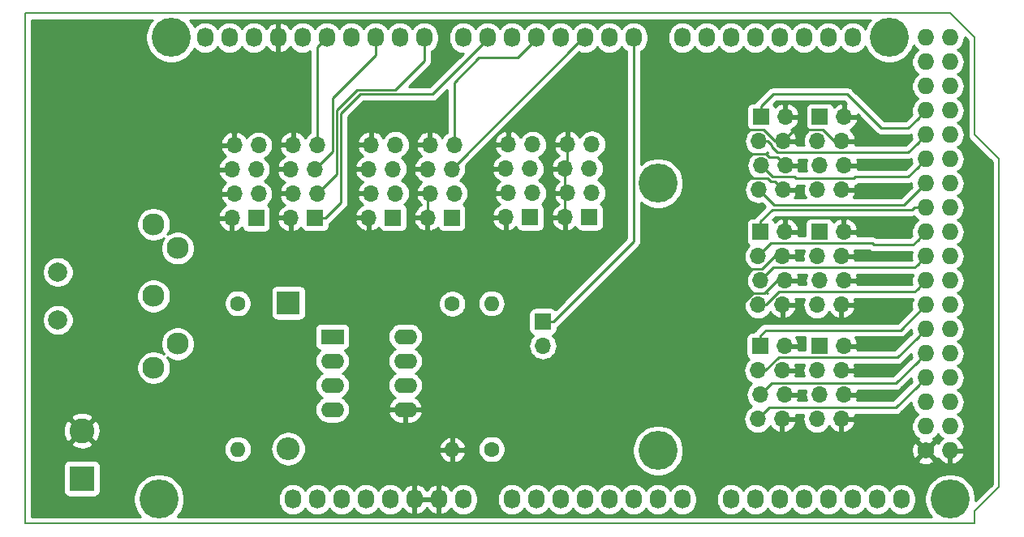
<source format=gbr>
G04 #@! TF.GenerationSoftware,KiCad,Pcbnew,(5.1.0)-1*
G04 #@! TF.CreationDate,2019-04-26T12:12:41-04:00*
G04 #@! TF.ProjectId,Pluralsight_Floppy,506c7572-616c-4736-9967-68745f466c6f,rev?*
G04 #@! TF.SameCoordinates,Original*
G04 #@! TF.FileFunction,Copper,L2,Bot*
G04 #@! TF.FilePolarity,Positive*
%FSLAX46Y46*%
G04 Gerber Fmt 4.6, Leading zero omitted, Abs format (unit mm)*
G04 Created by KiCad (PCBNEW (5.1.0)-1) date 2019-04-26 12:12:41*
%MOMM*%
%LPD*%
G04 APERTURE LIST*
%ADD10C,0.150000*%
%ADD11C,1.727200*%
%ADD12O,1.727200X1.727200*%
%ADD13O,1.727200X2.032000*%
%ADD14C,4.064000*%
%ADD15R,2.400000X2.400000*%
%ADD16O,2.400000X2.400000*%
%ADD17C,2.300000*%
%ADD18C,2.000000*%
%ADD19R,1.700000X1.700000*%
%ADD20O,1.700000X1.700000*%
%ADD21R,2.600000X2.600000*%
%ADD22C,2.600000*%
%ADD23C,1.600000*%
%ADD24O,1.600000X1.600000*%
%ADD25R,2.400000X1.600000*%
%ADD26O,2.400000X1.600000*%
%ADD27C,0.250000*%
%ADD28C,0.254000*%
G04 APERTURE END LIST*
D10*
X202438000Y-121666000D02*
X103378000Y-121666000D01*
X202438000Y-120396000D02*
X202438000Y-121666000D01*
X204978000Y-117856000D02*
X202438000Y-120396000D01*
X204978000Y-83566000D02*
X204978000Y-117856000D01*
X202438000Y-81026000D02*
X204978000Y-83566000D01*
X202438000Y-70866000D02*
X202438000Y-81026000D01*
X199898000Y-68326000D02*
X202438000Y-70866000D01*
X103378000Y-68326000D02*
X199898000Y-68326000D01*
X103378000Y-121666000D02*
X103378000Y-68326000D01*
D11*
X197358000Y-114046000D03*
D12*
X199898000Y-114046000D03*
X197358000Y-111506000D03*
X199898000Y-111506000D03*
X197358000Y-108966000D03*
X199898000Y-108966000D03*
X197358000Y-106426000D03*
X199898000Y-106426000D03*
X197358000Y-103886000D03*
X199898000Y-103886000D03*
X197358000Y-101346000D03*
X199898000Y-101346000D03*
X197358000Y-98806000D03*
X199898000Y-98806000D03*
X197358000Y-96266000D03*
X199898000Y-96266000D03*
X197358000Y-93726000D03*
X199898000Y-93726000D03*
X197358000Y-91186000D03*
X199898000Y-91186000D03*
X197358000Y-88646000D03*
X199898000Y-88646000D03*
X197358000Y-86106000D03*
X199898000Y-86106000D03*
X197358000Y-83566000D03*
X199898000Y-83566000D03*
X197358000Y-81026000D03*
X199898000Y-81026000D03*
X197358000Y-78486000D03*
X199898000Y-78486000D03*
X197358000Y-75946000D03*
X199898000Y-75946000D03*
X197358000Y-73406000D03*
X199898000Y-73406000D03*
X197358000Y-70866000D03*
X199898000Y-70866000D03*
D13*
X131318000Y-119126000D03*
X133858000Y-119126000D03*
X136398000Y-119126000D03*
X138938000Y-119126000D03*
X141478000Y-119126000D03*
X144018000Y-119126000D03*
X146558000Y-119126000D03*
X149098000Y-119126000D03*
X154178000Y-119126000D03*
X156718000Y-119126000D03*
X159258000Y-119126000D03*
X161798000Y-119126000D03*
X164338000Y-119126000D03*
X166878000Y-119126000D03*
X169418000Y-119126000D03*
X171958000Y-119126000D03*
X177038000Y-119126000D03*
X179578000Y-119126000D03*
X182118000Y-119126000D03*
X184658000Y-119126000D03*
X187198000Y-119126000D03*
X189738000Y-119126000D03*
X192278000Y-119126000D03*
X194818000Y-119126000D03*
X122174000Y-70866000D03*
X124714000Y-70866000D03*
X127254000Y-70866000D03*
X129794000Y-70866000D03*
X132334000Y-70866000D03*
X134874000Y-70866000D03*
X137414000Y-70866000D03*
X139954000Y-70866000D03*
X142494000Y-70866000D03*
X145034000Y-70866000D03*
X149098000Y-70866000D03*
X151638000Y-70866000D03*
X154178000Y-70866000D03*
X156718000Y-70866000D03*
X159258000Y-70866000D03*
X161798000Y-70866000D03*
X164338000Y-70866000D03*
X166878000Y-70866000D03*
X171958000Y-70866000D03*
X174498000Y-70866000D03*
X177038000Y-70866000D03*
X179578000Y-70866000D03*
X182118000Y-70866000D03*
X184658000Y-70866000D03*
X187198000Y-70866000D03*
X189738000Y-70866000D03*
D14*
X117348000Y-119126000D03*
X169418000Y-114046000D03*
X199898000Y-119126000D03*
X118618000Y-70866000D03*
X169418000Y-86106000D03*
X193548000Y-70866000D03*
D15*
X130835400Y-98602800D03*
D16*
X130835400Y-113842800D03*
D17*
X119289200Y-92884600D03*
D18*
X106789200Y-100384600D03*
D17*
X116789200Y-90384600D03*
X116789200Y-97884600D03*
X116789200Y-105384600D03*
X119289200Y-102884600D03*
D18*
X106789200Y-95384600D03*
D19*
X127482600Y-89738200D03*
D20*
X124942600Y-89738200D03*
X127736600Y-87198200D03*
X125196600Y-87198200D03*
X127482600Y-84658200D03*
X124942600Y-84658200D03*
X127736600Y-82118200D03*
X125196600Y-82118200D03*
D19*
X141757400Y-89687400D03*
D20*
X139217400Y-89687400D03*
X142011400Y-87147400D03*
X139471400Y-87147400D03*
X141757400Y-84607400D03*
X139217400Y-84607400D03*
X142011400Y-82067400D03*
X139471400Y-82067400D03*
D19*
X156083000Y-89662000D03*
D20*
X153543000Y-89662000D03*
X156337000Y-87122000D03*
X153797000Y-87122000D03*
X156083000Y-84582000D03*
X153543000Y-84582000D03*
X156337000Y-82042000D03*
X153797000Y-82042000D03*
D19*
X180162200Y-79146400D03*
D20*
X182702200Y-79146400D03*
X179908200Y-81686400D03*
X182448200Y-81686400D03*
X180162200Y-84226400D03*
X182702200Y-84226400D03*
X179908200Y-86766400D03*
X182448200Y-86766400D03*
D19*
X180111400Y-91186000D03*
D20*
X182651400Y-91186000D03*
X179857400Y-93726000D03*
X182397400Y-93726000D03*
X180111400Y-96266000D03*
X182651400Y-96266000D03*
X179857400Y-98806000D03*
X182397400Y-98806000D03*
D19*
X180086000Y-103124000D03*
D20*
X182626000Y-103124000D03*
X179832000Y-105664000D03*
X182372000Y-105664000D03*
X180086000Y-108204000D03*
X182626000Y-108204000D03*
X179832000Y-110744000D03*
X182372000Y-110744000D03*
X131343400Y-82092800D03*
X133883400Y-82092800D03*
X131089400Y-84632800D03*
X133629400Y-84632800D03*
X131343400Y-87172800D03*
X133883400Y-87172800D03*
X131089400Y-89712800D03*
D19*
X133629400Y-89712800D03*
D20*
X145618200Y-82067400D03*
X148158200Y-82067400D03*
X145364200Y-84607400D03*
X147904200Y-84607400D03*
X145618200Y-87147400D03*
X148158200Y-87147400D03*
X145364200Y-89687400D03*
D19*
X147904200Y-89687400D03*
D20*
X159969200Y-82016600D03*
X162509200Y-82016600D03*
X159715200Y-84556600D03*
X162255200Y-84556600D03*
X159969200Y-87096600D03*
X162509200Y-87096600D03*
X159715200Y-89636600D03*
D19*
X162255200Y-89636600D03*
D20*
X188595000Y-86766400D03*
X186055000Y-86766400D03*
X188849000Y-84226400D03*
X186309000Y-84226400D03*
X188595000Y-81686400D03*
X186055000Y-81686400D03*
X188849000Y-79146400D03*
D19*
X186309000Y-79146400D03*
D20*
X188544200Y-98806000D03*
X186004200Y-98806000D03*
X188798200Y-96266000D03*
X186258200Y-96266000D03*
X188544200Y-93726000D03*
X186004200Y-93726000D03*
X188798200Y-91186000D03*
D19*
X186258200Y-91186000D03*
D20*
X188544200Y-110744000D03*
X186004200Y-110744000D03*
X188798200Y-108204000D03*
X186258200Y-108204000D03*
X188544200Y-105664000D03*
X186004200Y-105664000D03*
X188798200Y-103124000D03*
D19*
X186258200Y-103124000D03*
X157403800Y-100558600D03*
D20*
X157403800Y-103098600D03*
D21*
X109296200Y-116967000D03*
D22*
X109296200Y-111967000D03*
D23*
X125552200Y-98653600D03*
D24*
X125552200Y-113893600D03*
D23*
X147955000Y-98704400D03*
D24*
X147955000Y-113944400D03*
X152044400Y-98653600D03*
D23*
X152044400Y-113893600D03*
D25*
X135432800Y-102133400D03*
D26*
X143052800Y-109753400D03*
X135432800Y-104673400D03*
X143052800Y-107213400D03*
X135432800Y-107213400D03*
X143052800Y-104673400D03*
X135432800Y-109753400D03*
X143052800Y-102133400D03*
D27*
X145364200Y-87401400D02*
X145618200Y-87147400D01*
X145364200Y-89687400D02*
X145364200Y-87401400D01*
X159715200Y-87350600D02*
X159969200Y-87096600D01*
X159715200Y-89636600D02*
X159715200Y-87350600D01*
X159969200Y-84302600D02*
X159715200Y-84556600D01*
X159969200Y-82016600D02*
X159969200Y-84302600D01*
X159715200Y-86842600D02*
X159969200Y-87096600D01*
X159715200Y-84556600D02*
X159715200Y-86842600D01*
X181850402Y-96266000D02*
X180555002Y-97561400D01*
X182651400Y-96266000D02*
X181850402Y-96266000D01*
X180555002Y-97561400D02*
X179362998Y-97561400D01*
X178079400Y-98844998D02*
X178079400Y-99771200D01*
X178079400Y-99771200D02*
X178841400Y-100533200D01*
X178841400Y-100533200D02*
X182295800Y-100533200D01*
X182397400Y-100431600D02*
X182397400Y-98806000D01*
X182295800Y-100533200D02*
X182397400Y-100431600D01*
X180231403Y-95090999D02*
X178467001Y-95090999D01*
X182397400Y-93726000D02*
X181596402Y-93726000D01*
X181596402Y-93726000D02*
X180231403Y-95090999D01*
X178467001Y-96882201D02*
X179254599Y-97669799D01*
X178467001Y-95090999D02*
X178467001Y-96882201D01*
X179362998Y-97561400D02*
X179254599Y-97669799D01*
X179254599Y-97669799D02*
X178079400Y-98844998D01*
X183298199Y-80836401D02*
X182448200Y-81686400D01*
X183623201Y-80511399D02*
X183298199Y-80836401D01*
X186619001Y-80511399D02*
X183623201Y-80511399D01*
X187794002Y-81686400D02*
X186619001Y-80511399D01*
X188595000Y-81686400D02*
X187794002Y-81686400D01*
X181598201Y-85916401D02*
X182448200Y-86766400D01*
X181215791Y-85916401D02*
X181598201Y-85916401D01*
X180890789Y-85591399D02*
X181215791Y-85916401D01*
X181647202Y-81686400D02*
X180472201Y-80511399D01*
X180472201Y-80511399D02*
X178162201Y-80511399D01*
X182448200Y-81686400D02*
X181647202Y-81686400D01*
X178162201Y-80511399D02*
X178003200Y-80670400D01*
X179190399Y-85591399D02*
X180890789Y-85591399D01*
X178003200Y-84404200D02*
X179190399Y-85591399D01*
X180726201Y-83051399D02*
X178314601Y-83051399D01*
X181051203Y-83376401D02*
X180726201Y-83051399D01*
X181852201Y-83376401D02*
X181051203Y-83376401D01*
X178314601Y-83051399D02*
X178003200Y-83362800D01*
X182702200Y-84226400D02*
X181852201Y-83376401D01*
X178003200Y-83362800D02*
X178003200Y-84404200D01*
X178003200Y-80670400D02*
X178003200Y-83362800D01*
X196494401Y-107289599D02*
X197358000Y-106426000D01*
X194215001Y-109568999D02*
X196494401Y-107289599D01*
X181007001Y-109568999D02*
X194215001Y-109568999D01*
X179832000Y-110744000D02*
X181007001Y-109568999D01*
X196494401Y-104749599D02*
X197358000Y-103886000D01*
X194215001Y-107028999D02*
X196494401Y-104749599D01*
X181261001Y-107028999D02*
X194215001Y-107028999D01*
X180086000Y-108204000D02*
X181261001Y-107028999D01*
X196494401Y-102209599D02*
X197358000Y-101346000D01*
X194404999Y-104299001D02*
X196494401Y-102209599D01*
X181997997Y-104299001D02*
X194404999Y-104299001D01*
X180632998Y-105664000D02*
X181997997Y-104299001D01*
X179832000Y-105664000D02*
X180632998Y-105664000D01*
X180086000Y-102024000D02*
X180662400Y-101447600D01*
X180086000Y-103124000D02*
X180086000Y-102024000D01*
X194716400Y-101447600D02*
X197358000Y-98806000D01*
X180662400Y-101447600D02*
X194716400Y-101447600D01*
X196494401Y-97129599D02*
X197358000Y-96266000D01*
X196182999Y-97441001D02*
X196494401Y-97129599D01*
X182023397Y-97441001D02*
X196182999Y-97441001D01*
X180658398Y-98806000D02*
X182023397Y-97441001D01*
X179857400Y-98806000D02*
X180658398Y-98806000D01*
X196494401Y-94589599D02*
X197358000Y-93726000D01*
X196182999Y-94901001D02*
X196494401Y-94589599D01*
X181476399Y-94901001D02*
X196182999Y-94901001D01*
X180111400Y-96266000D02*
X181476399Y-94901001D01*
X196494401Y-92049599D02*
X197358000Y-91186000D01*
X195993001Y-92550999D02*
X196494401Y-92049599D01*
X191941199Y-92550999D02*
X195993001Y-92550999D01*
X191751201Y-92361001D02*
X191941199Y-92550999D01*
X181222399Y-92361001D02*
X191751201Y-92361001D01*
X179857400Y-93726000D02*
X181222399Y-92361001D01*
X180111400Y-91186000D02*
X180111400Y-90086000D01*
X180111400Y-90086000D02*
X181355390Y-88842010D01*
X196136686Y-88646000D02*
X197358000Y-88646000D01*
X195940676Y-88842010D02*
X196136686Y-88646000D01*
X181355390Y-88842010D02*
X195940676Y-88842010D01*
X179908200Y-86766400D02*
X181533800Y-88392000D01*
X195072000Y-88392000D02*
X197358000Y-86106000D01*
X181533800Y-88392000D02*
X195072000Y-88392000D01*
X196494401Y-84429599D02*
X197358000Y-83566000D01*
X195522599Y-85401401D02*
X196494401Y-84429599D01*
X181337201Y-85401401D02*
X183648601Y-85401401D01*
X183648601Y-85401401D02*
X183838599Y-85591399D01*
X183838599Y-85591399D02*
X189846201Y-85591399D01*
X180162200Y-84226400D02*
X181337201Y-85401401D01*
X189846201Y-85591399D02*
X190036199Y-85401401D01*
X190036199Y-85401401D02*
X195522599Y-85401401D01*
X196494401Y-81889599D02*
X197358000Y-81026000D01*
X180848000Y-81686400D02*
X181273199Y-82111599D01*
X181273199Y-82111599D02*
X181273199Y-82250401D01*
X181273199Y-82250401D02*
X181884199Y-82861401D01*
X179908200Y-81686400D02*
X180848000Y-81686400D01*
X181884199Y-82861401D02*
X195522599Y-82861401D01*
X195522599Y-82861401D02*
X196494401Y-81889599D01*
X196494401Y-79349599D02*
X197358000Y-78486000D01*
X180162200Y-79146400D02*
X180162200Y-78046400D01*
X180162200Y-78046400D02*
X181449800Y-76758800D01*
X181449800Y-76758800D02*
X189128400Y-76758800D01*
X189128400Y-76758800D02*
X192691001Y-80321401D01*
X192691001Y-80321401D02*
X195522599Y-80321401D01*
X195522599Y-80321401D02*
X196494401Y-79349599D01*
X133883400Y-71856600D02*
X134874000Y-70866000D01*
X133883400Y-82092800D02*
X133883400Y-71856600D01*
X139954000Y-72694800D02*
X139954000Y-70866000D01*
X135458200Y-77190600D02*
X139954000Y-72694800D01*
X135458200Y-82804000D02*
X135458200Y-77190600D01*
X133629400Y-84632800D02*
X135458200Y-82804000D01*
X135908210Y-85147990D02*
X133883400Y-87172800D01*
X135908210Y-78442390D02*
X135908210Y-85147990D01*
X138016994Y-76333606D02*
X135908210Y-78442390D01*
X142018006Y-76333606D02*
X138016994Y-76333606D01*
X145034000Y-73317612D02*
X142018006Y-76333606D01*
X145034000Y-70866000D02*
X145034000Y-73317612D01*
X134729400Y-89712800D02*
X136358220Y-88083980D01*
X133629400Y-89712800D02*
X134729400Y-89712800D01*
X136358220Y-78779780D02*
X138354384Y-76783616D01*
X136358220Y-88083980D02*
X136358220Y-78779780D01*
X151638000Y-71018400D02*
X151638000Y-70866000D01*
X145872784Y-76783616D02*
X151638000Y-71018400D01*
X138354384Y-76783616D02*
X145872784Y-76783616D01*
X148158200Y-82067400D02*
X148158200Y-75539600D01*
X148158200Y-75539600D02*
X150749000Y-72948800D01*
X156718000Y-71018400D02*
X156718000Y-70866000D01*
X154787600Y-72948800D02*
X156718000Y-71018400D01*
X150749000Y-72948800D02*
X154787600Y-72948800D01*
X161645600Y-70866000D02*
X161798000Y-70866000D01*
X147904200Y-84607400D02*
X161645600Y-70866000D01*
X158503800Y-100558600D02*
X157403800Y-100558600D01*
X166878000Y-92184400D02*
X158503800Y-100558600D01*
X166878000Y-70866000D02*
X166878000Y-92184400D01*
D28*
G36*
X116546406Y-69165887D02*
G01*
X116254536Y-69602702D01*
X116053492Y-70088065D01*
X115951000Y-70603323D01*
X115951000Y-71128677D01*
X116053492Y-71643935D01*
X116254536Y-72129298D01*
X116546406Y-72566113D01*
X116917887Y-72937594D01*
X117354702Y-73229464D01*
X117840065Y-73430508D01*
X118355323Y-73533000D01*
X118880677Y-73533000D01*
X119395935Y-73430508D01*
X119881298Y-73229464D01*
X120318113Y-72937594D01*
X120689594Y-72566113D01*
X120981464Y-72129298D01*
X121037001Y-71995219D01*
X121109203Y-72083197D01*
X121337395Y-72270469D01*
X121597737Y-72409625D01*
X121880224Y-72495316D01*
X122174000Y-72524251D01*
X122467777Y-72495316D01*
X122750264Y-72409625D01*
X123010606Y-72270469D01*
X123238797Y-72083197D01*
X123426069Y-71855006D01*
X123444000Y-71821459D01*
X123461931Y-71855006D01*
X123649203Y-72083197D01*
X123877395Y-72270469D01*
X124137737Y-72409625D01*
X124420224Y-72495316D01*
X124714000Y-72524251D01*
X125007777Y-72495316D01*
X125290264Y-72409625D01*
X125550606Y-72270469D01*
X125778797Y-72083197D01*
X125966069Y-71855006D01*
X125984000Y-71821459D01*
X126001931Y-71855006D01*
X126189203Y-72083197D01*
X126417395Y-72270469D01*
X126677737Y-72409625D01*
X126960224Y-72495316D01*
X127254000Y-72524251D01*
X127547777Y-72495316D01*
X127830264Y-72409625D01*
X128090606Y-72270469D01*
X128318797Y-72083197D01*
X128506069Y-71855006D01*
X128527424Y-71815053D01*
X128675514Y-72017729D01*
X128891965Y-72216733D01*
X129143081Y-72369686D01*
X129419211Y-72470709D01*
X129434974Y-72473358D01*
X129667000Y-72352217D01*
X129667000Y-70993000D01*
X129647000Y-70993000D01*
X129647000Y-70739000D01*
X129667000Y-70739000D01*
X129667000Y-69379783D01*
X129434974Y-69258642D01*
X129419211Y-69261291D01*
X129143081Y-69362314D01*
X128891965Y-69515267D01*
X128675514Y-69714271D01*
X128527424Y-69916947D01*
X128506069Y-69876994D01*
X128318797Y-69648803D01*
X128090605Y-69461531D01*
X127830263Y-69322375D01*
X127547776Y-69236684D01*
X127254000Y-69207749D01*
X126960223Y-69236684D01*
X126677736Y-69322375D01*
X126417394Y-69461531D01*
X126189203Y-69648803D01*
X126001931Y-69876995D01*
X125984000Y-69910541D01*
X125966069Y-69876994D01*
X125778797Y-69648803D01*
X125550605Y-69461531D01*
X125290263Y-69322375D01*
X125007776Y-69236684D01*
X124714000Y-69207749D01*
X124420223Y-69236684D01*
X124137736Y-69322375D01*
X123877394Y-69461531D01*
X123649203Y-69648803D01*
X123461931Y-69876995D01*
X123444000Y-69910541D01*
X123426069Y-69876994D01*
X123238797Y-69648803D01*
X123010605Y-69461531D01*
X122750263Y-69322375D01*
X122467776Y-69236684D01*
X122174000Y-69207749D01*
X121880223Y-69236684D01*
X121597736Y-69322375D01*
X121337394Y-69461531D01*
X121109203Y-69648803D01*
X121037001Y-69736781D01*
X120981464Y-69602702D01*
X120689594Y-69165887D01*
X120559707Y-69036000D01*
X191606293Y-69036000D01*
X191476406Y-69165887D01*
X191184536Y-69602702D01*
X191035621Y-69962215D01*
X190990069Y-69876994D01*
X190802797Y-69648803D01*
X190574605Y-69461531D01*
X190314263Y-69322375D01*
X190031776Y-69236684D01*
X189738000Y-69207749D01*
X189444223Y-69236684D01*
X189161736Y-69322375D01*
X188901394Y-69461531D01*
X188673203Y-69648803D01*
X188485931Y-69876995D01*
X188468000Y-69910541D01*
X188450069Y-69876994D01*
X188262797Y-69648803D01*
X188034605Y-69461531D01*
X187774263Y-69322375D01*
X187491776Y-69236684D01*
X187198000Y-69207749D01*
X186904223Y-69236684D01*
X186621736Y-69322375D01*
X186361394Y-69461531D01*
X186133203Y-69648803D01*
X185945931Y-69876995D01*
X185928000Y-69910541D01*
X185910069Y-69876994D01*
X185722797Y-69648803D01*
X185494605Y-69461531D01*
X185234263Y-69322375D01*
X184951776Y-69236684D01*
X184658000Y-69207749D01*
X184364223Y-69236684D01*
X184081736Y-69322375D01*
X183821394Y-69461531D01*
X183593203Y-69648803D01*
X183405931Y-69876995D01*
X183388000Y-69910541D01*
X183370069Y-69876994D01*
X183182797Y-69648803D01*
X182954605Y-69461531D01*
X182694263Y-69322375D01*
X182411776Y-69236684D01*
X182118000Y-69207749D01*
X181824223Y-69236684D01*
X181541736Y-69322375D01*
X181281394Y-69461531D01*
X181053203Y-69648803D01*
X180865931Y-69876995D01*
X180848000Y-69910541D01*
X180830069Y-69876994D01*
X180642797Y-69648803D01*
X180414605Y-69461531D01*
X180154263Y-69322375D01*
X179871776Y-69236684D01*
X179578000Y-69207749D01*
X179284223Y-69236684D01*
X179001736Y-69322375D01*
X178741394Y-69461531D01*
X178513203Y-69648803D01*
X178325931Y-69876995D01*
X178308000Y-69910541D01*
X178290069Y-69876994D01*
X178102797Y-69648803D01*
X177874605Y-69461531D01*
X177614263Y-69322375D01*
X177331776Y-69236684D01*
X177038000Y-69207749D01*
X176744223Y-69236684D01*
X176461736Y-69322375D01*
X176201394Y-69461531D01*
X175973203Y-69648803D01*
X175785931Y-69876995D01*
X175768000Y-69910541D01*
X175750069Y-69876994D01*
X175562797Y-69648803D01*
X175334605Y-69461531D01*
X175074263Y-69322375D01*
X174791776Y-69236684D01*
X174498000Y-69207749D01*
X174204223Y-69236684D01*
X173921736Y-69322375D01*
X173661394Y-69461531D01*
X173433203Y-69648803D01*
X173245931Y-69876995D01*
X173228000Y-69910541D01*
X173210069Y-69876994D01*
X173022797Y-69648803D01*
X172794605Y-69461531D01*
X172534263Y-69322375D01*
X172251776Y-69236684D01*
X171958000Y-69207749D01*
X171664223Y-69236684D01*
X171381736Y-69322375D01*
X171121394Y-69461531D01*
X170893203Y-69648803D01*
X170705931Y-69876995D01*
X170566775Y-70137337D01*
X170481084Y-70419824D01*
X170459400Y-70639982D01*
X170459400Y-71092019D01*
X170481084Y-71312177D01*
X170566775Y-71594664D01*
X170705931Y-71855006D01*
X170893203Y-72083197D01*
X171121395Y-72270469D01*
X171381737Y-72409625D01*
X171664224Y-72495316D01*
X171958000Y-72524251D01*
X172251777Y-72495316D01*
X172534264Y-72409625D01*
X172794606Y-72270469D01*
X173022797Y-72083197D01*
X173210069Y-71855006D01*
X173228000Y-71821459D01*
X173245931Y-71855006D01*
X173433203Y-72083197D01*
X173661395Y-72270469D01*
X173921737Y-72409625D01*
X174204224Y-72495316D01*
X174498000Y-72524251D01*
X174791777Y-72495316D01*
X175074264Y-72409625D01*
X175334606Y-72270469D01*
X175562797Y-72083197D01*
X175750069Y-71855006D01*
X175768000Y-71821459D01*
X175785931Y-71855006D01*
X175973203Y-72083197D01*
X176201395Y-72270469D01*
X176461737Y-72409625D01*
X176744224Y-72495316D01*
X177038000Y-72524251D01*
X177331777Y-72495316D01*
X177614264Y-72409625D01*
X177874606Y-72270469D01*
X178102797Y-72083197D01*
X178290069Y-71855006D01*
X178308000Y-71821459D01*
X178325931Y-71855006D01*
X178513203Y-72083197D01*
X178741395Y-72270469D01*
X179001737Y-72409625D01*
X179284224Y-72495316D01*
X179578000Y-72524251D01*
X179871777Y-72495316D01*
X180154264Y-72409625D01*
X180414606Y-72270469D01*
X180642797Y-72083197D01*
X180830069Y-71855006D01*
X180848000Y-71821459D01*
X180865931Y-71855006D01*
X181053203Y-72083197D01*
X181281395Y-72270469D01*
X181541737Y-72409625D01*
X181824224Y-72495316D01*
X182118000Y-72524251D01*
X182411777Y-72495316D01*
X182694264Y-72409625D01*
X182954606Y-72270469D01*
X183182797Y-72083197D01*
X183370069Y-71855006D01*
X183388000Y-71821459D01*
X183405931Y-71855006D01*
X183593203Y-72083197D01*
X183821395Y-72270469D01*
X184081737Y-72409625D01*
X184364224Y-72495316D01*
X184658000Y-72524251D01*
X184951777Y-72495316D01*
X185234264Y-72409625D01*
X185494606Y-72270469D01*
X185722797Y-72083197D01*
X185910069Y-71855006D01*
X185928000Y-71821459D01*
X185945931Y-71855006D01*
X186133203Y-72083197D01*
X186361395Y-72270469D01*
X186621737Y-72409625D01*
X186904224Y-72495316D01*
X187198000Y-72524251D01*
X187491777Y-72495316D01*
X187774264Y-72409625D01*
X188034606Y-72270469D01*
X188262797Y-72083197D01*
X188450069Y-71855006D01*
X188468000Y-71821459D01*
X188485931Y-71855006D01*
X188673203Y-72083197D01*
X188901395Y-72270469D01*
X189161737Y-72409625D01*
X189444224Y-72495316D01*
X189738000Y-72524251D01*
X190031777Y-72495316D01*
X190314264Y-72409625D01*
X190574606Y-72270469D01*
X190802797Y-72083197D01*
X190990069Y-71855006D01*
X191035621Y-71769785D01*
X191184536Y-72129298D01*
X191476406Y-72566113D01*
X191847887Y-72937594D01*
X192284702Y-73229464D01*
X192770065Y-73430508D01*
X193285323Y-73533000D01*
X193810677Y-73533000D01*
X194325935Y-73430508D01*
X194811298Y-73229464D01*
X195248113Y-72937594D01*
X195619594Y-72566113D01*
X195911464Y-72129298D01*
X196095945Y-71683923D01*
X196105931Y-71702606D01*
X196293203Y-71930797D01*
X196521394Y-72118069D01*
X196554940Y-72136000D01*
X196521394Y-72153931D01*
X196293203Y-72341203D01*
X196105931Y-72569394D01*
X195966775Y-72829736D01*
X195881084Y-73112223D01*
X195852149Y-73406000D01*
X195881084Y-73699777D01*
X195966775Y-73982264D01*
X196105931Y-74242606D01*
X196293203Y-74470797D01*
X196521394Y-74658069D01*
X196554940Y-74676000D01*
X196521394Y-74693931D01*
X196293203Y-74881203D01*
X196105931Y-75109394D01*
X195966775Y-75369736D01*
X195881084Y-75652223D01*
X195852149Y-75946000D01*
X195881084Y-76239777D01*
X195966775Y-76522264D01*
X196105931Y-76782606D01*
X196293203Y-77010797D01*
X196521394Y-77198069D01*
X196554940Y-77216000D01*
X196521394Y-77233931D01*
X196293203Y-77421203D01*
X196105931Y-77649394D01*
X195966775Y-77909736D01*
X195881084Y-78192223D01*
X195852149Y-78486000D01*
X195881084Y-78779777D01*
X195906299Y-78862899D01*
X195207798Y-79561401D01*
X193005803Y-79561401D01*
X189692204Y-76247803D01*
X189668401Y-76218799D01*
X189552676Y-76123826D01*
X189420647Y-76053254D01*
X189277386Y-76009797D01*
X189165733Y-75998800D01*
X189165722Y-75998800D01*
X189128400Y-75995124D01*
X189091078Y-75998800D01*
X181487122Y-75998800D01*
X181449799Y-75995124D01*
X181412476Y-75998800D01*
X181412467Y-75998800D01*
X181300814Y-76009797D01*
X181157553Y-76053254D01*
X181025524Y-76123826D01*
X181025522Y-76123827D01*
X181025523Y-76123827D01*
X180938796Y-76195001D01*
X180938792Y-76195005D01*
X180909799Y-76218799D01*
X180886005Y-76247792D01*
X179651198Y-77482601D01*
X179622200Y-77506399D01*
X179598402Y-77535397D01*
X179598401Y-77535398D01*
X179527226Y-77622124D01*
X179507874Y-77658328D01*
X179312200Y-77658328D01*
X179187718Y-77670588D01*
X179068020Y-77706898D01*
X178957706Y-77765863D01*
X178861015Y-77845215D01*
X178781663Y-77941906D01*
X178722698Y-78052220D01*
X178686388Y-78171918D01*
X178674128Y-78296400D01*
X178674128Y-79996400D01*
X178686388Y-80120882D01*
X178722698Y-80240580D01*
X178781663Y-80350894D01*
X178861015Y-80447585D01*
X178957706Y-80526937D01*
X178971323Y-80534215D01*
X178853066Y-80631266D01*
X178667494Y-80857386D01*
X178529601Y-81115366D01*
X178444687Y-81395289D01*
X178416015Y-81686400D01*
X178444687Y-81977511D01*
X178529601Y-82257434D01*
X178667494Y-82515414D01*
X178853066Y-82741534D01*
X179079186Y-82927106D01*
X179276236Y-83032431D01*
X179107066Y-83171266D01*
X178921494Y-83397386D01*
X178783601Y-83655366D01*
X178698687Y-83935289D01*
X178670015Y-84226400D01*
X178698687Y-84517511D01*
X178783601Y-84797434D01*
X178921494Y-85055414D01*
X179107066Y-85281534D01*
X179276236Y-85420369D01*
X179079186Y-85525694D01*
X178853066Y-85711266D01*
X178667494Y-85937386D01*
X178529601Y-86195366D01*
X178444687Y-86475289D01*
X178416015Y-86766400D01*
X178444687Y-87057511D01*
X178529601Y-87337434D01*
X178667494Y-87595414D01*
X178853066Y-87821534D01*
X179079186Y-88007106D01*
X179337166Y-88144999D01*
X179617089Y-88229913D01*
X179835250Y-88251400D01*
X179981150Y-88251400D01*
X180199311Y-88229913D01*
X180274195Y-88207197D01*
X180594798Y-88527800D01*
X179600398Y-89522201D01*
X179571400Y-89545999D01*
X179547602Y-89574997D01*
X179547601Y-89574998D01*
X179476426Y-89661724D01*
X179457074Y-89697928D01*
X179261400Y-89697928D01*
X179136918Y-89710188D01*
X179017220Y-89746498D01*
X178906906Y-89805463D01*
X178810215Y-89884815D01*
X178730863Y-89981506D01*
X178671898Y-90091820D01*
X178635588Y-90211518D01*
X178623328Y-90336000D01*
X178623328Y-92036000D01*
X178635588Y-92160482D01*
X178671898Y-92280180D01*
X178730863Y-92390494D01*
X178810215Y-92487185D01*
X178906906Y-92566537D01*
X178920523Y-92573815D01*
X178802266Y-92670866D01*
X178616694Y-92896986D01*
X178478801Y-93154966D01*
X178393887Y-93434889D01*
X178365215Y-93726000D01*
X178393887Y-94017111D01*
X178478801Y-94297034D01*
X178616694Y-94555014D01*
X178802266Y-94781134D01*
X179028386Y-94966706D01*
X179225436Y-95072031D01*
X179056266Y-95210866D01*
X178870694Y-95436986D01*
X178732801Y-95694966D01*
X178647887Y-95974889D01*
X178619215Y-96266000D01*
X178647887Y-96557111D01*
X178732801Y-96837034D01*
X178870694Y-97095014D01*
X179056266Y-97321134D01*
X179225436Y-97459969D01*
X179028386Y-97565294D01*
X178802266Y-97750866D01*
X178616694Y-97976986D01*
X178478801Y-98234966D01*
X178393887Y-98514889D01*
X178365215Y-98806000D01*
X178393887Y-99097111D01*
X178478801Y-99377034D01*
X178616694Y-99635014D01*
X178802266Y-99861134D01*
X179028386Y-100046706D01*
X179286366Y-100184599D01*
X179566289Y-100269513D01*
X179784450Y-100291000D01*
X179930350Y-100291000D01*
X180148511Y-100269513D01*
X180428434Y-100184599D01*
X180686414Y-100046706D01*
X180912534Y-99861134D01*
X181098106Y-99635014D01*
X181128984Y-99577244D01*
X181299812Y-99806269D01*
X181516045Y-100001178D01*
X181766148Y-100150157D01*
X182040509Y-100247481D01*
X182270400Y-100126814D01*
X182270400Y-98933000D01*
X182524400Y-98933000D01*
X182524400Y-100126814D01*
X182754291Y-100247481D01*
X183028652Y-100150157D01*
X183278755Y-100001178D01*
X183494988Y-99806269D01*
X183669041Y-99572920D01*
X183794225Y-99310099D01*
X183838876Y-99162890D01*
X183717555Y-98933000D01*
X182524400Y-98933000D01*
X182270400Y-98933000D01*
X182250400Y-98933000D01*
X182250400Y-98679000D01*
X182270400Y-98679000D01*
X182270400Y-98659000D01*
X182524400Y-98659000D01*
X182524400Y-98679000D01*
X183717555Y-98679000D01*
X183838876Y-98449110D01*
X183794225Y-98301901D01*
X183746165Y-98201001D01*
X184643756Y-98201001D01*
X184625601Y-98234966D01*
X184540687Y-98514889D01*
X184512015Y-98806000D01*
X184540687Y-99097111D01*
X184625601Y-99377034D01*
X184763494Y-99635014D01*
X184949066Y-99861134D01*
X185175186Y-100046706D01*
X185433166Y-100184599D01*
X185713089Y-100269513D01*
X185931250Y-100291000D01*
X186077150Y-100291000D01*
X186295311Y-100269513D01*
X186575234Y-100184599D01*
X186833214Y-100046706D01*
X187059334Y-99861134D01*
X187244906Y-99635014D01*
X187275784Y-99577244D01*
X187446612Y-99806269D01*
X187662845Y-100001178D01*
X187912948Y-100150157D01*
X188187309Y-100247481D01*
X188417200Y-100126814D01*
X188417200Y-98933000D01*
X188671200Y-98933000D01*
X188671200Y-100126814D01*
X188901091Y-100247481D01*
X189175452Y-100150157D01*
X189425555Y-100001178D01*
X189641788Y-99806269D01*
X189815841Y-99572920D01*
X189941025Y-99310099D01*
X189985676Y-99162890D01*
X189864355Y-98933000D01*
X188671200Y-98933000D01*
X188417200Y-98933000D01*
X188397200Y-98933000D01*
X188397200Y-98679000D01*
X188417200Y-98679000D01*
X188417200Y-98659000D01*
X188671200Y-98659000D01*
X188671200Y-98679000D01*
X189864355Y-98679000D01*
X189985676Y-98449110D01*
X189941025Y-98301901D01*
X189892965Y-98201001D01*
X195982134Y-98201001D01*
X195966775Y-98229736D01*
X195881084Y-98512223D01*
X195852149Y-98806000D01*
X195881084Y-99099777D01*
X195906299Y-99182900D01*
X194401599Y-100687600D01*
X180699725Y-100687600D01*
X180662400Y-100683924D01*
X180625075Y-100687600D01*
X180625067Y-100687600D01*
X180513414Y-100698597D01*
X180370153Y-100742054D01*
X180238124Y-100812626D01*
X180122399Y-100907599D01*
X180098600Y-100936598D01*
X179574998Y-101460201D01*
X179546000Y-101483999D01*
X179522202Y-101512997D01*
X179522201Y-101512998D01*
X179451026Y-101599724D01*
X179431674Y-101635928D01*
X179236000Y-101635928D01*
X179111518Y-101648188D01*
X178991820Y-101684498D01*
X178881506Y-101743463D01*
X178784815Y-101822815D01*
X178705463Y-101919506D01*
X178646498Y-102029820D01*
X178610188Y-102149518D01*
X178597928Y-102274000D01*
X178597928Y-103974000D01*
X178610188Y-104098482D01*
X178646498Y-104218180D01*
X178705463Y-104328494D01*
X178784815Y-104425185D01*
X178881506Y-104504537D01*
X178895123Y-104511815D01*
X178776866Y-104608866D01*
X178591294Y-104834986D01*
X178453401Y-105092966D01*
X178368487Y-105372889D01*
X178339815Y-105664000D01*
X178368487Y-105955111D01*
X178453401Y-106235034D01*
X178591294Y-106493014D01*
X178776866Y-106719134D01*
X179002986Y-106904706D01*
X179200036Y-107010031D01*
X179030866Y-107148866D01*
X178845294Y-107374986D01*
X178707401Y-107632966D01*
X178622487Y-107912889D01*
X178593815Y-108204000D01*
X178622487Y-108495111D01*
X178707401Y-108775034D01*
X178845294Y-109033014D01*
X179030866Y-109259134D01*
X179200036Y-109397969D01*
X179002986Y-109503294D01*
X178776866Y-109688866D01*
X178591294Y-109914986D01*
X178453401Y-110172966D01*
X178368487Y-110452889D01*
X178339815Y-110744000D01*
X178368487Y-111035111D01*
X178453401Y-111315034D01*
X178591294Y-111573014D01*
X178776866Y-111799134D01*
X179002986Y-111984706D01*
X179260966Y-112122599D01*
X179540889Y-112207513D01*
X179759050Y-112229000D01*
X179904950Y-112229000D01*
X180123111Y-112207513D01*
X180403034Y-112122599D01*
X180661014Y-111984706D01*
X180887134Y-111799134D01*
X181072706Y-111573014D01*
X181103584Y-111515244D01*
X181274412Y-111744269D01*
X181490645Y-111939178D01*
X181740748Y-112088157D01*
X182015109Y-112185481D01*
X182245000Y-112064814D01*
X182245000Y-110871000D01*
X182499000Y-110871000D01*
X182499000Y-112064814D01*
X182728891Y-112185481D01*
X183003252Y-112088157D01*
X183253355Y-111939178D01*
X183469588Y-111744269D01*
X183643641Y-111510920D01*
X183768825Y-111248099D01*
X183813476Y-111100890D01*
X183692155Y-110871000D01*
X182499000Y-110871000D01*
X182245000Y-110871000D01*
X182225000Y-110871000D01*
X182225000Y-110617000D01*
X182245000Y-110617000D01*
X182245000Y-110597000D01*
X182499000Y-110597000D01*
X182499000Y-110617000D01*
X183692155Y-110617000D01*
X183813476Y-110387110D01*
X183795850Y-110328999D01*
X184578269Y-110328999D01*
X184540687Y-110452889D01*
X184512015Y-110744000D01*
X184540687Y-111035111D01*
X184625601Y-111315034D01*
X184763494Y-111573014D01*
X184949066Y-111799134D01*
X185175186Y-111984706D01*
X185433166Y-112122599D01*
X185713089Y-112207513D01*
X185931250Y-112229000D01*
X186077150Y-112229000D01*
X186295311Y-112207513D01*
X186575234Y-112122599D01*
X186833214Y-111984706D01*
X187059334Y-111799134D01*
X187244906Y-111573014D01*
X187275784Y-111515244D01*
X187446612Y-111744269D01*
X187662845Y-111939178D01*
X187912948Y-112088157D01*
X188187309Y-112185481D01*
X188417200Y-112064814D01*
X188417200Y-110871000D01*
X188671200Y-110871000D01*
X188671200Y-112064814D01*
X188901091Y-112185481D01*
X189175452Y-112088157D01*
X189425555Y-111939178D01*
X189641788Y-111744269D01*
X189815841Y-111510920D01*
X189941025Y-111248099D01*
X189985676Y-111100890D01*
X189864355Y-110871000D01*
X188671200Y-110871000D01*
X188417200Y-110871000D01*
X188397200Y-110871000D01*
X188397200Y-110617000D01*
X188417200Y-110617000D01*
X188417200Y-110597000D01*
X188671200Y-110597000D01*
X188671200Y-110617000D01*
X189864355Y-110617000D01*
X189985676Y-110387110D01*
X189968050Y-110328999D01*
X194177679Y-110328999D01*
X194215001Y-110332675D01*
X194252323Y-110328999D01*
X194252334Y-110328999D01*
X194363987Y-110318002D01*
X194507248Y-110274545D01*
X194639277Y-110203973D01*
X194755002Y-110109000D01*
X194778805Y-110079997D01*
X195855794Y-109003008D01*
X195881084Y-109259777D01*
X195966775Y-109542264D01*
X196105931Y-109802606D01*
X196293203Y-110030797D01*
X196521394Y-110218069D01*
X196554940Y-110236000D01*
X196521394Y-110253931D01*
X196293203Y-110441203D01*
X196105931Y-110669394D01*
X195966775Y-110929736D01*
X195881084Y-111212223D01*
X195852149Y-111506000D01*
X195881084Y-111799777D01*
X195966775Y-112082264D01*
X196105931Y-112342606D01*
X196293203Y-112570797D01*
X196521394Y-112758069D01*
X196570305Y-112784213D01*
X196499501Y-113007896D01*
X197358000Y-113866395D01*
X198216499Y-113007896D01*
X198145695Y-112784213D01*
X198194606Y-112758069D01*
X198422797Y-112570797D01*
X198610069Y-112342606D01*
X198628000Y-112309060D01*
X198645931Y-112342606D01*
X198833203Y-112570797D01*
X199061394Y-112758069D01*
X199101433Y-112779470D01*
X198887707Y-112939146D01*
X198691183Y-113157512D01*
X198629434Y-113261359D01*
X198396104Y-113187501D01*
X197537605Y-114046000D01*
X198396104Y-114904499D01*
X198629434Y-114830641D01*
X198691183Y-114934488D01*
X198887707Y-115152854D01*
X199123056Y-115328684D01*
X199388186Y-115455222D01*
X199538974Y-115500958D01*
X199771000Y-115379817D01*
X199771000Y-114173000D01*
X200025000Y-114173000D01*
X200025000Y-115379817D01*
X200257026Y-115500958D01*
X200407814Y-115455222D01*
X200672944Y-115328684D01*
X200908293Y-115152854D01*
X201104817Y-114934488D01*
X201254964Y-114681978D01*
X201352963Y-114405027D01*
X201232464Y-114173000D01*
X200025000Y-114173000D01*
X199771000Y-114173000D01*
X199751000Y-114173000D01*
X199751000Y-113919000D01*
X199771000Y-113919000D01*
X199771000Y-113899000D01*
X200025000Y-113899000D01*
X200025000Y-113919000D01*
X201232464Y-113919000D01*
X201352963Y-113686973D01*
X201254964Y-113410022D01*
X201104817Y-113157512D01*
X200908293Y-112939146D01*
X200694567Y-112779470D01*
X200734606Y-112758069D01*
X200962797Y-112570797D01*
X201150069Y-112342606D01*
X201289225Y-112082264D01*
X201374916Y-111799777D01*
X201403851Y-111506000D01*
X201374916Y-111212223D01*
X201289225Y-110929736D01*
X201150069Y-110669394D01*
X200962797Y-110441203D01*
X200734606Y-110253931D01*
X200701060Y-110236000D01*
X200734606Y-110218069D01*
X200962797Y-110030797D01*
X201150069Y-109802606D01*
X201289225Y-109542264D01*
X201374916Y-109259777D01*
X201403851Y-108966000D01*
X201374916Y-108672223D01*
X201289225Y-108389736D01*
X201150069Y-108129394D01*
X200962797Y-107901203D01*
X200734606Y-107713931D01*
X200701060Y-107696000D01*
X200734606Y-107678069D01*
X200962797Y-107490797D01*
X201150069Y-107262606D01*
X201289225Y-107002264D01*
X201374916Y-106719777D01*
X201403851Y-106426000D01*
X201374916Y-106132223D01*
X201289225Y-105849736D01*
X201150069Y-105589394D01*
X200962797Y-105361203D01*
X200734606Y-105173931D01*
X200701060Y-105156000D01*
X200734606Y-105138069D01*
X200962797Y-104950797D01*
X201150069Y-104722606D01*
X201289225Y-104462264D01*
X201374916Y-104179777D01*
X201403851Y-103886000D01*
X201374916Y-103592223D01*
X201289225Y-103309736D01*
X201150069Y-103049394D01*
X200962797Y-102821203D01*
X200734606Y-102633931D01*
X200701060Y-102616000D01*
X200734606Y-102598069D01*
X200962797Y-102410797D01*
X201150069Y-102182606D01*
X201289225Y-101922264D01*
X201374916Y-101639777D01*
X201403851Y-101346000D01*
X201374916Y-101052223D01*
X201289225Y-100769736D01*
X201150069Y-100509394D01*
X200962797Y-100281203D01*
X200734606Y-100093931D01*
X200701060Y-100076000D01*
X200734606Y-100058069D01*
X200962797Y-99870797D01*
X201150069Y-99642606D01*
X201289225Y-99382264D01*
X201374916Y-99099777D01*
X201403851Y-98806000D01*
X201374916Y-98512223D01*
X201289225Y-98229736D01*
X201150069Y-97969394D01*
X200962797Y-97741203D01*
X200734606Y-97553931D01*
X200701060Y-97536000D01*
X200734606Y-97518069D01*
X200962797Y-97330797D01*
X201150069Y-97102606D01*
X201289225Y-96842264D01*
X201374916Y-96559777D01*
X201403851Y-96266000D01*
X201374916Y-95972223D01*
X201289225Y-95689736D01*
X201150069Y-95429394D01*
X200962797Y-95201203D01*
X200734606Y-95013931D01*
X200701060Y-94996000D01*
X200734606Y-94978069D01*
X200962797Y-94790797D01*
X201150069Y-94562606D01*
X201289225Y-94302264D01*
X201374916Y-94019777D01*
X201403851Y-93726000D01*
X201374916Y-93432223D01*
X201289225Y-93149736D01*
X201150069Y-92889394D01*
X200962797Y-92661203D01*
X200734606Y-92473931D01*
X200701060Y-92456000D01*
X200734606Y-92438069D01*
X200962797Y-92250797D01*
X201150069Y-92022606D01*
X201289225Y-91762264D01*
X201374916Y-91479777D01*
X201403851Y-91186000D01*
X201374916Y-90892223D01*
X201289225Y-90609736D01*
X201150069Y-90349394D01*
X200962797Y-90121203D01*
X200734606Y-89933931D01*
X200701060Y-89916000D01*
X200734606Y-89898069D01*
X200962797Y-89710797D01*
X201150069Y-89482606D01*
X201289225Y-89222264D01*
X201374916Y-88939777D01*
X201403851Y-88646000D01*
X201374916Y-88352223D01*
X201289225Y-88069736D01*
X201150069Y-87809394D01*
X200962797Y-87581203D01*
X200734606Y-87393931D01*
X200701060Y-87376000D01*
X200734606Y-87358069D01*
X200962797Y-87170797D01*
X201150069Y-86942606D01*
X201289225Y-86682264D01*
X201374916Y-86399777D01*
X201403851Y-86106000D01*
X201374916Y-85812223D01*
X201289225Y-85529736D01*
X201150069Y-85269394D01*
X200962797Y-85041203D01*
X200734606Y-84853931D01*
X200701060Y-84836000D01*
X200734606Y-84818069D01*
X200962797Y-84630797D01*
X201150069Y-84402606D01*
X201289225Y-84142264D01*
X201374916Y-83859777D01*
X201403851Y-83566000D01*
X201374916Y-83272223D01*
X201289225Y-82989736D01*
X201150069Y-82729394D01*
X200962797Y-82501203D01*
X200734606Y-82313931D01*
X200701060Y-82296000D01*
X200734606Y-82278069D01*
X200962797Y-82090797D01*
X201150069Y-81862606D01*
X201289225Y-81602264D01*
X201374916Y-81319777D01*
X201403851Y-81026000D01*
X201374916Y-80732223D01*
X201289225Y-80449736D01*
X201150069Y-80189394D01*
X200962797Y-79961203D01*
X200734606Y-79773931D01*
X200701060Y-79756000D01*
X200734606Y-79738069D01*
X200962797Y-79550797D01*
X201150069Y-79322606D01*
X201289225Y-79062264D01*
X201374916Y-78779777D01*
X201403851Y-78486000D01*
X201374916Y-78192223D01*
X201289225Y-77909736D01*
X201150069Y-77649394D01*
X200962797Y-77421203D01*
X200734606Y-77233931D01*
X200701060Y-77216000D01*
X200734606Y-77198069D01*
X200962797Y-77010797D01*
X201150069Y-76782606D01*
X201289225Y-76522264D01*
X201374916Y-76239777D01*
X201403851Y-75946000D01*
X201374916Y-75652223D01*
X201289225Y-75369736D01*
X201150069Y-75109394D01*
X200962797Y-74881203D01*
X200734606Y-74693931D01*
X200701060Y-74676000D01*
X200734606Y-74658069D01*
X200962797Y-74470797D01*
X201150069Y-74242606D01*
X201289225Y-73982264D01*
X201374916Y-73699777D01*
X201403851Y-73406000D01*
X201374916Y-73112223D01*
X201289225Y-72829736D01*
X201150069Y-72569394D01*
X200962797Y-72341203D01*
X200734606Y-72153931D01*
X200701060Y-72136000D01*
X200734606Y-72118069D01*
X200962797Y-71930797D01*
X201150069Y-71702606D01*
X201289225Y-71442264D01*
X201374916Y-71159777D01*
X201403851Y-70866000D01*
X201400567Y-70832659D01*
X201728000Y-71160092D01*
X201728001Y-80991115D01*
X201724565Y-81026000D01*
X201738274Y-81165184D01*
X201778872Y-81299019D01*
X201844801Y-81422363D01*
X201905534Y-81496366D01*
X201933526Y-81530475D01*
X201960617Y-81552708D01*
X204268000Y-83860092D01*
X204268001Y-117561907D01*
X202565000Y-119264909D01*
X202565000Y-118863323D01*
X202462508Y-118348065D01*
X202261464Y-117862702D01*
X201969594Y-117425887D01*
X201598113Y-117054406D01*
X201161298Y-116762536D01*
X200675935Y-116561492D01*
X200160677Y-116459000D01*
X199635323Y-116459000D01*
X199120065Y-116561492D01*
X198634702Y-116762536D01*
X198197887Y-117054406D01*
X197826406Y-117425887D01*
X197534536Y-117862702D01*
X197333492Y-118348065D01*
X197231000Y-118863323D01*
X197231000Y-119388677D01*
X197333492Y-119903935D01*
X197534536Y-120389298D01*
X197826406Y-120826113D01*
X197956293Y-120956000D01*
X119289707Y-120956000D01*
X119419594Y-120826113D01*
X119711464Y-120389298D01*
X119912508Y-119903935D01*
X120015000Y-119388677D01*
X120015000Y-118899982D01*
X129819400Y-118899982D01*
X129819400Y-119352019D01*
X129841084Y-119572177D01*
X129926775Y-119854664D01*
X130065931Y-120115006D01*
X130253203Y-120343197D01*
X130481395Y-120530469D01*
X130741737Y-120669625D01*
X131024224Y-120755316D01*
X131318000Y-120784251D01*
X131611777Y-120755316D01*
X131894264Y-120669625D01*
X132154606Y-120530469D01*
X132382797Y-120343197D01*
X132570069Y-120115006D01*
X132588000Y-120081459D01*
X132605931Y-120115006D01*
X132793203Y-120343197D01*
X133021395Y-120530469D01*
X133281737Y-120669625D01*
X133564224Y-120755316D01*
X133858000Y-120784251D01*
X134151777Y-120755316D01*
X134434264Y-120669625D01*
X134694606Y-120530469D01*
X134922797Y-120343197D01*
X135110069Y-120115006D01*
X135128000Y-120081459D01*
X135145931Y-120115006D01*
X135333203Y-120343197D01*
X135561395Y-120530469D01*
X135821737Y-120669625D01*
X136104224Y-120755316D01*
X136398000Y-120784251D01*
X136691777Y-120755316D01*
X136974264Y-120669625D01*
X137234606Y-120530469D01*
X137462797Y-120343197D01*
X137650069Y-120115006D01*
X137668000Y-120081459D01*
X137685931Y-120115006D01*
X137873203Y-120343197D01*
X138101395Y-120530469D01*
X138361737Y-120669625D01*
X138644224Y-120755316D01*
X138938000Y-120784251D01*
X139231777Y-120755316D01*
X139514264Y-120669625D01*
X139774606Y-120530469D01*
X140002797Y-120343197D01*
X140190069Y-120115006D01*
X140208000Y-120081459D01*
X140225931Y-120115006D01*
X140413203Y-120343197D01*
X140641395Y-120530469D01*
X140901737Y-120669625D01*
X141184224Y-120755316D01*
X141478000Y-120784251D01*
X141771777Y-120755316D01*
X142054264Y-120669625D01*
X142314606Y-120530469D01*
X142542797Y-120343197D01*
X142730069Y-120115006D01*
X142751424Y-120075053D01*
X142899514Y-120277729D01*
X143115965Y-120476733D01*
X143367081Y-120629686D01*
X143643211Y-120730709D01*
X143658974Y-120733358D01*
X143891000Y-120612217D01*
X143891000Y-119253000D01*
X144145000Y-119253000D01*
X144145000Y-120612217D01*
X144377026Y-120733358D01*
X144392789Y-120730709D01*
X144668919Y-120629686D01*
X144920035Y-120476733D01*
X145136486Y-120277729D01*
X145288000Y-120070367D01*
X145439514Y-120277729D01*
X145655965Y-120476733D01*
X145907081Y-120629686D01*
X146183211Y-120730709D01*
X146198974Y-120733358D01*
X146431000Y-120612217D01*
X146431000Y-119253000D01*
X144145000Y-119253000D01*
X143891000Y-119253000D01*
X143871000Y-119253000D01*
X143871000Y-118999000D01*
X143891000Y-118999000D01*
X143891000Y-117639783D01*
X144145000Y-117639783D01*
X144145000Y-118999000D01*
X146431000Y-118999000D01*
X146431000Y-117639783D01*
X146685000Y-117639783D01*
X146685000Y-118999000D01*
X146705000Y-118999000D01*
X146705000Y-119253000D01*
X146685000Y-119253000D01*
X146685000Y-120612217D01*
X146917026Y-120733358D01*
X146932789Y-120730709D01*
X147208919Y-120629686D01*
X147460035Y-120476733D01*
X147676486Y-120277729D01*
X147824576Y-120075053D01*
X147845931Y-120115006D01*
X148033203Y-120343197D01*
X148261395Y-120530469D01*
X148521737Y-120669625D01*
X148804224Y-120755316D01*
X149098000Y-120784251D01*
X149391777Y-120755316D01*
X149674264Y-120669625D01*
X149934606Y-120530469D01*
X150162797Y-120343197D01*
X150350069Y-120115006D01*
X150489225Y-119854663D01*
X150574916Y-119572176D01*
X150596600Y-119352018D01*
X150596600Y-118899982D01*
X152679400Y-118899982D01*
X152679400Y-119352019D01*
X152701084Y-119572177D01*
X152786775Y-119854664D01*
X152925931Y-120115006D01*
X153113203Y-120343197D01*
X153341395Y-120530469D01*
X153601737Y-120669625D01*
X153884224Y-120755316D01*
X154178000Y-120784251D01*
X154471777Y-120755316D01*
X154754264Y-120669625D01*
X155014606Y-120530469D01*
X155242797Y-120343197D01*
X155430069Y-120115006D01*
X155448000Y-120081459D01*
X155465931Y-120115006D01*
X155653203Y-120343197D01*
X155881395Y-120530469D01*
X156141737Y-120669625D01*
X156424224Y-120755316D01*
X156718000Y-120784251D01*
X157011777Y-120755316D01*
X157294264Y-120669625D01*
X157554606Y-120530469D01*
X157782797Y-120343197D01*
X157970069Y-120115006D01*
X157988000Y-120081459D01*
X158005931Y-120115006D01*
X158193203Y-120343197D01*
X158421395Y-120530469D01*
X158681737Y-120669625D01*
X158964224Y-120755316D01*
X159258000Y-120784251D01*
X159551777Y-120755316D01*
X159834264Y-120669625D01*
X160094606Y-120530469D01*
X160322797Y-120343197D01*
X160510069Y-120115006D01*
X160528000Y-120081459D01*
X160545931Y-120115006D01*
X160733203Y-120343197D01*
X160961395Y-120530469D01*
X161221737Y-120669625D01*
X161504224Y-120755316D01*
X161798000Y-120784251D01*
X162091777Y-120755316D01*
X162374264Y-120669625D01*
X162634606Y-120530469D01*
X162862797Y-120343197D01*
X163050069Y-120115006D01*
X163068000Y-120081459D01*
X163085931Y-120115006D01*
X163273203Y-120343197D01*
X163501395Y-120530469D01*
X163761737Y-120669625D01*
X164044224Y-120755316D01*
X164338000Y-120784251D01*
X164631777Y-120755316D01*
X164914264Y-120669625D01*
X165174606Y-120530469D01*
X165402797Y-120343197D01*
X165590069Y-120115006D01*
X165608000Y-120081459D01*
X165625931Y-120115006D01*
X165813203Y-120343197D01*
X166041395Y-120530469D01*
X166301737Y-120669625D01*
X166584224Y-120755316D01*
X166878000Y-120784251D01*
X167171777Y-120755316D01*
X167454264Y-120669625D01*
X167714606Y-120530469D01*
X167942797Y-120343197D01*
X168130069Y-120115006D01*
X168148000Y-120081459D01*
X168165931Y-120115006D01*
X168353203Y-120343197D01*
X168581395Y-120530469D01*
X168841737Y-120669625D01*
X169124224Y-120755316D01*
X169418000Y-120784251D01*
X169711777Y-120755316D01*
X169994264Y-120669625D01*
X170254606Y-120530469D01*
X170482797Y-120343197D01*
X170670069Y-120115006D01*
X170688000Y-120081459D01*
X170705931Y-120115006D01*
X170893203Y-120343197D01*
X171121395Y-120530469D01*
X171381737Y-120669625D01*
X171664224Y-120755316D01*
X171958000Y-120784251D01*
X172251777Y-120755316D01*
X172534264Y-120669625D01*
X172794606Y-120530469D01*
X173022797Y-120343197D01*
X173210069Y-120115006D01*
X173349225Y-119854663D01*
X173434916Y-119572176D01*
X173456600Y-119352018D01*
X173456600Y-118899982D01*
X175539400Y-118899982D01*
X175539400Y-119352019D01*
X175561084Y-119572177D01*
X175646775Y-119854664D01*
X175785931Y-120115006D01*
X175973203Y-120343197D01*
X176201395Y-120530469D01*
X176461737Y-120669625D01*
X176744224Y-120755316D01*
X177038000Y-120784251D01*
X177331777Y-120755316D01*
X177614264Y-120669625D01*
X177874606Y-120530469D01*
X178102797Y-120343197D01*
X178290069Y-120115006D01*
X178308000Y-120081459D01*
X178325931Y-120115006D01*
X178513203Y-120343197D01*
X178741395Y-120530469D01*
X179001737Y-120669625D01*
X179284224Y-120755316D01*
X179578000Y-120784251D01*
X179871777Y-120755316D01*
X180154264Y-120669625D01*
X180414606Y-120530469D01*
X180642797Y-120343197D01*
X180830069Y-120115006D01*
X180848000Y-120081459D01*
X180865931Y-120115006D01*
X181053203Y-120343197D01*
X181281395Y-120530469D01*
X181541737Y-120669625D01*
X181824224Y-120755316D01*
X182118000Y-120784251D01*
X182411777Y-120755316D01*
X182694264Y-120669625D01*
X182954606Y-120530469D01*
X183182797Y-120343197D01*
X183370069Y-120115006D01*
X183388000Y-120081459D01*
X183405931Y-120115006D01*
X183593203Y-120343197D01*
X183821395Y-120530469D01*
X184081737Y-120669625D01*
X184364224Y-120755316D01*
X184658000Y-120784251D01*
X184951777Y-120755316D01*
X185234264Y-120669625D01*
X185494606Y-120530469D01*
X185722797Y-120343197D01*
X185910069Y-120115006D01*
X185928000Y-120081459D01*
X185945931Y-120115006D01*
X186133203Y-120343197D01*
X186361395Y-120530469D01*
X186621737Y-120669625D01*
X186904224Y-120755316D01*
X187198000Y-120784251D01*
X187491777Y-120755316D01*
X187774264Y-120669625D01*
X188034606Y-120530469D01*
X188262797Y-120343197D01*
X188450069Y-120115006D01*
X188468000Y-120081459D01*
X188485931Y-120115006D01*
X188673203Y-120343197D01*
X188901395Y-120530469D01*
X189161737Y-120669625D01*
X189444224Y-120755316D01*
X189738000Y-120784251D01*
X190031777Y-120755316D01*
X190314264Y-120669625D01*
X190574606Y-120530469D01*
X190802797Y-120343197D01*
X190990069Y-120115006D01*
X191008000Y-120081459D01*
X191025931Y-120115006D01*
X191213203Y-120343197D01*
X191441395Y-120530469D01*
X191701737Y-120669625D01*
X191984224Y-120755316D01*
X192278000Y-120784251D01*
X192571777Y-120755316D01*
X192854264Y-120669625D01*
X193114606Y-120530469D01*
X193342797Y-120343197D01*
X193530069Y-120115006D01*
X193548000Y-120081459D01*
X193565931Y-120115006D01*
X193753203Y-120343197D01*
X193981395Y-120530469D01*
X194241737Y-120669625D01*
X194524224Y-120755316D01*
X194818000Y-120784251D01*
X195111777Y-120755316D01*
X195394264Y-120669625D01*
X195654606Y-120530469D01*
X195882797Y-120343197D01*
X196070069Y-120115006D01*
X196209225Y-119854663D01*
X196294916Y-119572176D01*
X196316600Y-119352018D01*
X196316600Y-118899981D01*
X196294916Y-118679823D01*
X196209225Y-118397336D01*
X196070069Y-118136994D01*
X195882797Y-117908803D01*
X195654605Y-117721531D01*
X195394263Y-117582375D01*
X195111776Y-117496684D01*
X194818000Y-117467749D01*
X194524223Y-117496684D01*
X194241736Y-117582375D01*
X193981394Y-117721531D01*
X193753203Y-117908803D01*
X193565931Y-118136995D01*
X193548000Y-118170541D01*
X193530069Y-118136994D01*
X193342797Y-117908803D01*
X193114605Y-117721531D01*
X192854263Y-117582375D01*
X192571776Y-117496684D01*
X192278000Y-117467749D01*
X191984223Y-117496684D01*
X191701736Y-117582375D01*
X191441394Y-117721531D01*
X191213203Y-117908803D01*
X191025931Y-118136995D01*
X191008000Y-118170541D01*
X190990069Y-118136994D01*
X190802797Y-117908803D01*
X190574605Y-117721531D01*
X190314263Y-117582375D01*
X190031776Y-117496684D01*
X189738000Y-117467749D01*
X189444223Y-117496684D01*
X189161736Y-117582375D01*
X188901394Y-117721531D01*
X188673203Y-117908803D01*
X188485931Y-118136995D01*
X188468000Y-118170541D01*
X188450069Y-118136994D01*
X188262797Y-117908803D01*
X188034605Y-117721531D01*
X187774263Y-117582375D01*
X187491776Y-117496684D01*
X187198000Y-117467749D01*
X186904223Y-117496684D01*
X186621736Y-117582375D01*
X186361394Y-117721531D01*
X186133203Y-117908803D01*
X185945931Y-118136995D01*
X185928000Y-118170541D01*
X185910069Y-118136994D01*
X185722797Y-117908803D01*
X185494605Y-117721531D01*
X185234263Y-117582375D01*
X184951776Y-117496684D01*
X184658000Y-117467749D01*
X184364223Y-117496684D01*
X184081736Y-117582375D01*
X183821394Y-117721531D01*
X183593203Y-117908803D01*
X183405931Y-118136995D01*
X183388000Y-118170541D01*
X183370069Y-118136994D01*
X183182797Y-117908803D01*
X182954605Y-117721531D01*
X182694263Y-117582375D01*
X182411776Y-117496684D01*
X182118000Y-117467749D01*
X181824223Y-117496684D01*
X181541736Y-117582375D01*
X181281394Y-117721531D01*
X181053203Y-117908803D01*
X180865931Y-118136995D01*
X180848000Y-118170541D01*
X180830069Y-118136994D01*
X180642797Y-117908803D01*
X180414605Y-117721531D01*
X180154263Y-117582375D01*
X179871776Y-117496684D01*
X179578000Y-117467749D01*
X179284223Y-117496684D01*
X179001736Y-117582375D01*
X178741394Y-117721531D01*
X178513203Y-117908803D01*
X178325931Y-118136995D01*
X178308000Y-118170541D01*
X178290069Y-118136994D01*
X178102797Y-117908803D01*
X177874605Y-117721531D01*
X177614263Y-117582375D01*
X177331776Y-117496684D01*
X177038000Y-117467749D01*
X176744223Y-117496684D01*
X176461736Y-117582375D01*
X176201394Y-117721531D01*
X175973203Y-117908803D01*
X175785931Y-118136995D01*
X175646775Y-118397337D01*
X175561084Y-118679824D01*
X175539400Y-118899982D01*
X173456600Y-118899982D01*
X173456600Y-118899981D01*
X173434916Y-118679823D01*
X173349225Y-118397336D01*
X173210069Y-118136994D01*
X173022797Y-117908803D01*
X172794605Y-117721531D01*
X172534263Y-117582375D01*
X172251776Y-117496684D01*
X171958000Y-117467749D01*
X171664223Y-117496684D01*
X171381736Y-117582375D01*
X171121394Y-117721531D01*
X170893203Y-117908803D01*
X170705931Y-118136995D01*
X170688000Y-118170541D01*
X170670069Y-118136994D01*
X170482797Y-117908803D01*
X170254605Y-117721531D01*
X169994263Y-117582375D01*
X169711776Y-117496684D01*
X169418000Y-117467749D01*
X169124223Y-117496684D01*
X168841736Y-117582375D01*
X168581394Y-117721531D01*
X168353203Y-117908803D01*
X168165931Y-118136995D01*
X168148000Y-118170541D01*
X168130069Y-118136994D01*
X167942797Y-117908803D01*
X167714605Y-117721531D01*
X167454263Y-117582375D01*
X167171776Y-117496684D01*
X166878000Y-117467749D01*
X166584223Y-117496684D01*
X166301736Y-117582375D01*
X166041394Y-117721531D01*
X165813203Y-117908803D01*
X165625931Y-118136995D01*
X165608000Y-118170541D01*
X165590069Y-118136994D01*
X165402797Y-117908803D01*
X165174605Y-117721531D01*
X164914263Y-117582375D01*
X164631776Y-117496684D01*
X164338000Y-117467749D01*
X164044223Y-117496684D01*
X163761736Y-117582375D01*
X163501394Y-117721531D01*
X163273203Y-117908803D01*
X163085931Y-118136995D01*
X163068000Y-118170541D01*
X163050069Y-118136994D01*
X162862797Y-117908803D01*
X162634605Y-117721531D01*
X162374263Y-117582375D01*
X162091776Y-117496684D01*
X161798000Y-117467749D01*
X161504223Y-117496684D01*
X161221736Y-117582375D01*
X160961394Y-117721531D01*
X160733203Y-117908803D01*
X160545931Y-118136995D01*
X160528000Y-118170541D01*
X160510069Y-118136994D01*
X160322797Y-117908803D01*
X160094605Y-117721531D01*
X159834263Y-117582375D01*
X159551776Y-117496684D01*
X159258000Y-117467749D01*
X158964223Y-117496684D01*
X158681736Y-117582375D01*
X158421394Y-117721531D01*
X158193203Y-117908803D01*
X158005931Y-118136995D01*
X157988000Y-118170541D01*
X157970069Y-118136994D01*
X157782797Y-117908803D01*
X157554605Y-117721531D01*
X157294263Y-117582375D01*
X157011776Y-117496684D01*
X156718000Y-117467749D01*
X156424223Y-117496684D01*
X156141736Y-117582375D01*
X155881394Y-117721531D01*
X155653203Y-117908803D01*
X155465931Y-118136995D01*
X155448000Y-118170541D01*
X155430069Y-118136994D01*
X155242797Y-117908803D01*
X155014605Y-117721531D01*
X154754263Y-117582375D01*
X154471776Y-117496684D01*
X154178000Y-117467749D01*
X153884223Y-117496684D01*
X153601736Y-117582375D01*
X153341394Y-117721531D01*
X153113203Y-117908803D01*
X152925931Y-118136995D01*
X152786775Y-118397337D01*
X152701084Y-118679824D01*
X152679400Y-118899982D01*
X150596600Y-118899982D01*
X150596600Y-118899981D01*
X150574916Y-118679823D01*
X150489225Y-118397336D01*
X150350069Y-118136994D01*
X150162797Y-117908803D01*
X149934605Y-117721531D01*
X149674263Y-117582375D01*
X149391776Y-117496684D01*
X149098000Y-117467749D01*
X148804223Y-117496684D01*
X148521736Y-117582375D01*
X148261394Y-117721531D01*
X148033203Y-117908803D01*
X147845931Y-118136995D01*
X147824576Y-118176947D01*
X147676486Y-117974271D01*
X147460035Y-117775267D01*
X147208919Y-117622314D01*
X146932789Y-117521291D01*
X146917026Y-117518642D01*
X146685000Y-117639783D01*
X146431000Y-117639783D01*
X146198974Y-117518642D01*
X146183211Y-117521291D01*
X145907081Y-117622314D01*
X145655965Y-117775267D01*
X145439514Y-117974271D01*
X145288000Y-118181633D01*
X145136486Y-117974271D01*
X144920035Y-117775267D01*
X144668919Y-117622314D01*
X144392789Y-117521291D01*
X144377026Y-117518642D01*
X144145000Y-117639783D01*
X143891000Y-117639783D01*
X143658974Y-117518642D01*
X143643211Y-117521291D01*
X143367081Y-117622314D01*
X143115965Y-117775267D01*
X142899514Y-117974271D01*
X142751424Y-118176947D01*
X142730069Y-118136994D01*
X142542797Y-117908803D01*
X142314605Y-117721531D01*
X142054263Y-117582375D01*
X141771776Y-117496684D01*
X141478000Y-117467749D01*
X141184223Y-117496684D01*
X140901736Y-117582375D01*
X140641394Y-117721531D01*
X140413203Y-117908803D01*
X140225931Y-118136995D01*
X140208000Y-118170541D01*
X140190069Y-118136994D01*
X140002797Y-117908803D01*
X139774605Y-117721531D01*
X139514263Y-117582375D01*
X139231776Y-117496684D01*
X138938000Y-117467749D01*
X138644223Y-117496684D01*
X138361736Y-117582375D01*
X138101394Y-117721531D01*
X137873203Y-117908803D01*
X137685931Y-118136995D01*
X137668000Y-118170541D01*
X137650069Y-118136994D01*
X137462797Y-117908803D01*
X137234605Y-117721531D01*
X136974263Y-117582375D01*
X136691776Y-117496684D01*
X136398000Y-117467749D01*
X136104223Y-117496684D01*
X135821736Y-117582375D01*
X135561394Y-117721531D01*
X135333203Y-117908803D01*
X135145931Y-118136995D01*
X135128000Y-118170541D01*
X135110069Y-118136994D01*
X134922797Y-117908803D01*
X134694605Y-117721531D01*
X134434263Y-117582375D01*
X134151776Y-117496684D01*
X133858000Y-117467749D01*
X133564223Y-117496684D01*
X133281736Y-117582375D01*
X133021394Y-117721531D01*
X132793203Y-117908803D01*
X132605931Y-118136995D01*
X132588000Y-118170541D01*
X132570069Y-118136994D01*
X132382797Y-117908803D01*
X132154605Y-117721531D01*
X131894263Y-117582375D01*
X131611776Y-117496684D01*
X131318000Y-117467749D01*
X131024223Y-117496684D01*
X130741736Y-117582375D01*
X130481394Y-117721531D01*
X130253203Y-117908803D01*
X130065931Y-118136995D01*
X129926775Y-118397337D01*
X129841084Y-118679824D01*
X129819400Y-118899982D01*
X120015000Y-118899982D01*
X120015000Y-118863323D01*
X119912508Y-118348065D01*
X119711464Y-117862702D01*
X119419594Y-117425887D01*
X119048113Y-117054406D01*
X118611298Y-116762536D01*
X118125935Y-116561492D01*
X117610677Y-116459000D01*
X117085323Y-116459000D01*
X116570065Y-116561492D01*
X116084702Y-116762536D01*
X115647887Y-117054406D01*
X115276406Y-117425887D01*
X114984536Y-117862702D01*
X114783492Y-118348065D01*
X114681000Y-118863323D01*
X114681000Y-119388677D01*
X114783492Y-119903935D01*
X114984536Y-120389298D01*
X115276406Y-120826113D01*
X115406293Y-120956000D01*
X104088000Y-120956000D01*
X104088000Y-115667000D01*
X107358128Y-115667000D01*
X107358128Y-118267000D01*
X107370388Y-118391482D01*
X107406698Y-118511180D01*
X107465663Y-118621494D01*
X107545015Y-118718185D01*
X107641706Y-118797537D01*
X107752020Y-118856502D01*
X107871718Y-118892812D01*
X107996200Y-118905072D01*
X110596200Y-118905072D01*
X110720682Y-118892812D01*
X110840380Y-118856502D01*
X110950694Y-118797537D01*
X111047385Y-118718185D01*
X111126737Y-118621494D01*
X111185702Y-118511180D01*
X111222012Y-118391482D01*
X111234272Y-118267000D01*
X111234272Y-115667000D01*
X111222012Y-115542518D01*
X111185702Y-115422820D01*
X111126737Y-115312506D01*
X111047385Y-115215815D01*
X110950694Y-115136463D01*
X110840380Y-115077498D01*
X110720682Y-115041188D01*
X110596200Y-115028928D01*
X107996200Y-115028928D01*
X107871718Y-115041188D01*
X107752020Y-115077498D01*
X107641706Y-115136463D01*
X107545015Y-115215815D01*
X107465663Y-115312506D01*
X107406698Y-115422820D01*
X107370388Y-115542518D01*
X107358128Y-115667000D01*
X104088000Y-115667000D01*
X104088000Y-113316224D01*
X108126581Y-113316224D01*
X108258517Y-113611312D01*
X108599245Y-113782159D01*
X108966757Y-113883250D01*
X109346929Y-113910701D01*
X109483834Y-113893600D01*
X124110257Y-113893600D01*
X124137964Y-114174909D01*
X124220018Y-114445408D01*
X124353268Y-114694701D01*
X124532592Y-114913208D01*
X124751099Y-115092532D01*
X125000392Y-115225782D01*
X125270891Y-115307836D01*
X125481708Y-115328600D01*
X125622692Y-115328600D01*
X125833509Y-115307836D01*
X126104008Y-115225782D01*
X126353301Y-115092532D01*
X126571808Y-114913208D01*
X126751132Y-114694701D01*
X126884382Y-114445408D01*
X126966436Y-114174909D01*
X126994143Y-113893600D01*
X126989140Y-113842800D01*
X128991522Y-113842800D01*
X129026952Y-114202523D01*
X129131879Y-114548422D01*
X129302271Y-114867204D01*
X129531581Y-115146619D01*
X129810996Y-115375929D01*
X130129778Y-115546321D01*
X130475677Y-115651248D01*
X130745261Y-115677800D01*
X130925539Y-115677800D01*
X131195123Y-115651248D01*
X131541022Y-115546321D01*
X131859804Y-115375929D01*
X132139219Y-115146619D01*
X132368529Y-114867204D01*
X132538921Y-114548422D01*
X132616268Y-114293440D01*
X146563091Y-114293440D01*
X146657930Y-114558281D01*
X146802615Y-114799531D01*
X146991586Y-115007919D01*
X147217580Y-115175437D01*
X147471913Y-115295646D01*
X147605961Y-115336304D01*
X147828000Y-115214315D01*
X147828000Y-114071400D01*
X148082000Y-114071400D01*
X148082000Y-115214315D01*
X148304039Y-115336304D01*
X148438087Y-115295646D01*
X148692420Y-115175437D01*
X148918414Y-115007919D01*
X149107385Y-114799531D01*
X149252070Y-114558281D01*
X149346909Y-114293440D01*
X149225624Y-114071400D01*
X148082000Y-114071400D01*
X147828000Y-114071400D01*
X146684376Y-114071400D01*
X146563091Y-114293440D01*
X132616268Y-114293440D01*
X132643848Y-114202523D01*
X132679278Y-113842800D01*
X132654908Y-113595360D01*
X146563091Y-113595360D01*
X146684376Y-113817400D01*
X147828000Y-113817400D01*
X147828000Y-112674485D01*
X148082000Y-112674485D01*
X148082000Y-113817400D01*
X149225624Y-113817400D01*
X149261202Y-113752265D01*
X150609400Y-113752265D01*
X150609400Y-114034935D01*
X150664547Y-114312174D01*
X150772720Y-114573327D01*
X150929763Y-114808359D01*
X151129641Y-115008237D01*
X151364673Y-115165280D01*
X151625826Y-115273453D01*
X151903065Y-115328600D01*
X152185735Y-115328600D01*
X152462974Y-115273453D01*
X152724127Y-115165280D01*
X152959159Y-115008237D01*
X153159037Y-114808359D01*
X153316080Y-114573327D01*
X153424253Y-114312174D01*
X153479400Y-114034935D01*
X153479400Y-113783323D01*
X166751000Y-113783323D01*
X166751000Y-114308677D01*
X166853492Y-114823935D01*
X167054536Y-115309298D01*
X167346406Y-115746113D01*
X167717887Y-116117594D01*
X168154702Y-116409464D01*
X168640065Y-116610508D01*
X169155323Y-116713000D01*
X169680677Y-116713000D01*
X170195935Y-116610508D01*
X170681298Y-116409464D01*
X171118113Y-116117594D01*
X171489594Y-115746113D01*
X171781464Y-115309298D01*
X171874742Y-115084104D01*
X196499501Y-115084104D01*
X196578782Y-115334567D01*
X196845141Y-115461826D01*
X197131210Y-115534675D01*
X197425993Y-115550315D01*
X197718164Y-115508145D01*
X197996493Y-115409786D01*
X198137218Y-115334567D01*
X198216499Y-115084104D01*
X197358000Y-114225605D01*
X196499501Y-115084104D01*
X171874742Y-115084104D01*
X171982508Y-114823935D01*
X172085000Y-114308677D01*
X172085000Y-114113993D01*
X195853685Y-114113993D01*
X195895855Y-114406164D01*
X195994214Y-114684493D01*
X196069433Y-114825218D01*
X196319896Y-114904499D01*
X197178395Y-114046000D01*
X196319896Y-113187501D01*
X196069433Y-113266782D01*
X195942174Y-113533141D01*
X195869325Y-113819210D01*
X195853685Y-114113993D01*
X172085000Y-114113993D01*
X172085000Y-113783323D01*
X171982508Y-113268065D01*
X171781464Y-112782702D01*
X171489594Y-112345887D01*
X171118113Y-111974406D01*
X170681298Y-111682536D01*
X170195935Y-111481492D01*
X169680677Y-111379000D01*
X169155323Y-111379000D01*
X168640065Y-111481492D01*
X168154702Y-111682536D01*
X167717887Y-111974406D01*
X167346406Y-112345887D01*
X167054536Y-112782702D01*
X166853492Y-113268065D01*
X166751000Y-113783323D01*
X153479400Y-113783323D01*
X153479400Y-113752265D01*
X153424253Y-113475026D01*
X153316080Y-113213873D01*
X153159037Y-112978841D01*
X152959159Y-112778963D01*
X152724127Y-112621920D01*
X152462974Y-112513747D01*
X152185735Y-112458600D01*
X151903065Y-112458600D01*
X151625826Y-112513747D01*
X151364673Y-112621920D01*
X151129641Y-112778963D01*
X150929763Y-112978841D01*
X150772720Y-113213873D01*
X150664547Y-113475026D01*
X150609400Y-113752265D01*
X149261202Y-113752265D01*
X149346909Y-113595360D01*
X149252070Y-113330519D01*
X149107385Y-113089269D01*
X148918414Y-112880881D01*
X148692420Y-112713363D01*
X148438087Y-112593154D01*
X148304039Y-112552496D01*
X148082000Y-112674485D01*
X147828000Y-112674485D01*
X147605961Y-112552496D01*
X147471913Y-112593154D01*
X147217580Y-112713363D01*
X146991586Y-112880881D01*
X146802615Y-113089269D01*
X146657930Y-113330519D01*
X146563091Y-113595360D01*
X132654908Y-113595360D01*
X132643848Y-113483077D01*
X132538921Y-113137178D01*
X132368529Y-112818396D01*
X132139219Y-112538981D01*
X131859804Y-112309671D01*
X131541022Y-112139279D01*
X131195123Y-112034352D01*
X130925539Y-112007800D01*
X130745261Y-112007800D01*
X130475677Y-112034352D01*
X130129778Y-112139279D01*
X129810996Y-112309671D01*
X129531581Y-112538981D01*
X129302271Y-112818396D01*
X129131879Y-113137178D01*
X129026952Y-113483077D01*
X128991522Y-113842800D01*
X126989140Y-113842800D01*
X126966436Y-113612291D01*
X126884382Y-113341792D01*
X126751132Y-113092499D01*
X126571808Y-112873992D01*
X126353301Y-112694668D01*
X126104008Y-112561418D01*
X125833509Y-112479364D01*
X125622692Y-112458600D01*
X125481708Y-112458600D01*
X125270891Y-112479364D01*
X125000392Y-112561418D01*
X124751099Y-112694668D01*
X124532592Y-112873992D01*
X124353268Y-113092499D01*
X124220018Y-113341792D01*
X124137964Y-113612291D01*
X124110257Y-113893600D01*
X109483834Y-113893600D01*
X109725151Y-113863457D01*
X110086890Y-113743333D01*
X110333883Y-113611312D01*
X110465819Y-113316224D01*
X109296200Y-112146605D01*
X108126581Y-113316224D01*
X104088000Y-113316224D01*
X104088000Y-112017729D01*
X107352499Y-112017729D01*
X107399743Y-112395951D01*
X107519867Y-112757690D01*
X107651888Y-113004683D01*
X107946976Y-113136619D01*
X109116595Y-111967000D01*
X109475805Y-111967000D01*
X110645424Y-113136619D01*
X110940512Y-113004683D01*
X111111359Y-112663955D01*
X111212450Y-112296443D01*
X111239901Y-111916271D01*
X111192657Y-111538049D01*
X111072533Y-111176310D01*
X110940512Y-110929317D01*
X110645424Y-110797381D01*
X109475805Y-111967000D01*
X109116595Y-111967000D01*
X107946976Y-110797381D01*
X107651888Y-110929317D01*
X107481041Y-111270045D01*
X107379950Y-111637557D01*
X107352499Y-112017729D01*
X104088000Y-112017729D01*
X104088000Y-110617776D01*
X108126581Y-110617776D01*
X109296200Y-111787395D01*
X110465819Y-110617776D01*
X110333883Y-110322688D01*
X109993155Y-110151841D01*
X109625643Y-110050750D01*
X109245471Y-110023299D01*
X108867249Y-110070543D01*
X108505510Y-110190667D01*
X108258517Y-110322688D01*
X108126581Y-110617776D01*
X104088000Y-110617776D01*
X104088000Y-105208793D01*
X115004200Y-105208793D01*
X115004200Y-105560407D01*
X115072796Y-105905265D01*
X115207353Y-106230115D01*
X115402700Y-106522471D01*
X115651329Y-106771100D01*
X115943685Y-106966447D01*
X116268535Y-107101004D01*
X116613393Y-107169600D01*
X116965007Y-107169600D01*
X117309865Y-107101004D01*
X117634715Y-106966447D01*
X117927071Y-106771100D01*
X118175700Y-106522471D01*
X118371047Y-106230115D01*
X118505604Y-105905265D01*
X118574200Y-105560407D01*
X118574200Y-105208793D01*
X118505604Y-104863935D01*
X118426682Y-104673400D01*
X133590857Y-104673400D01*
X133618564Y-104954709D01*
X133700618Y-105225208D01*
X133833868Y-105474501D01*
X134013192Y-105693008D01*
X134231699Y-105872332D01*
X134364658Y-105943400D01*
X134231699Y-106014468D01*
X134013192Y-106193792D01*
X133833868Y-106412299D01*
X133700618Y-106661592D01*
X133618564Y-106932091D01*
X133590857Y-107213400D01*
X133618564Y-107494709D01*
X133700618Y-107765208D01*
X133833868Y-108014501D01*
X134013192Y-108233008D01*
X134231699Y-108412332D01*
X134364658Y-108483400D01*
X134231699Y-108554468D01*
X134013192Y-108733792D01*
X133833868Y-108952299D01*
X133700618Y-109201592D01*
X133618564Y-109472091D01*
X133590857Y-109753400D01*
X133618564Y-110034709D01*
X133700618Y-110305208D01*
X133833868Y-110554501D01*
X134013192Y-110773008D01*
X134231699Y-110952332D01*
X134480992Y-111085582D01*
X134751491Y-111167636D01*
X134962308Y-111188400D01*
X135903292Y-111188400D01*
X136114109Y-111167636D01*
X136384608Y-111085582D01*
X136633901Y-110952332D01*
X136852408Y-110773008D01*
X137031732Y-110554501D01*
X137164982Y-110305208D01*
X137226490Y-110102439D01*
X141260896Y-110102439D01*
X141278433Y-110185218D01*
X141389085Y-110445046D01*
X141548300Y-110678295D01*
X141749961Y-110876001D01*
X141986317Y-111030566D01*
X142248286Y-111136050D01*
X142525800Y-111188400D01*
X142925800Y-111188400D01*
X142925800Y-109880400D01*
X143179800Y-109880400D01*
X143179800Y-111188400D01*
X143579800Y-111188400D01*
X143857314Y-111136050D01*
X144119283Y-111030566D01*
X144355639Y-110876001D01*
X144557300Y-110678295D01*
X144716515Y-110445046D01*
X144827167Y-110185218D01*
X144844704Y-110102439D01*
X144722715Y-109880400D01*
X143179800Y-109880400D01*
X142925800Y-109880400D01*
X141382885Y-109880400D01*
X141260896Y-110102439D01*
X137226490Y-110102439D01*
X137247036Y-110034709D01*
X137274743Y-109753400D01*
X137247036Y-109472091D01*
X137164982Y-109201592D01*
X137031732Y-108952299D01*
X136852408Y-108733792D01*
X136633901Y-108554468D01*
X136500942Y-108483400D01*
X136633901Y-108412332D01*
X136852408Y-108233008D01*
X137031732Y-108014501D01*
X137164982Y-107765208D01*
X137247036Y-107494709D01*
X137274743Y-107213400D01*
X137247036Y-106932091D01*
X137164982Y-106661592D01*
X137031732Y-106412299D01*
X136852408Y-106193792D01*
X136633901Y-106014468D01*
X136500942Y-105943400D01*
X136633901Y-105872332D01*
X136852408Y-105693008D01*
X137031732Y-105474501D01*
X137164982Y-105225208D01*
X137247036Y-104954709D01*
X137274743Y-104673400D01*
X137247036Y-104392091D01*
X137164982Y-104121592D01*
X137031732Y-103872299D01*
X136852408Y-103653792D01*
X136739318Y-103560981D01*
X136757282Y-103559212D01*
X136876980Y-103522902D01*
X136987294Y-103463937D01*
X137083985Y-103384585D01*
X137163337Y-103287894D01*
X137222302Y-103177580D01*
X137258612Y-103057882D01*
X137270872Y-102933400D01*
X137270872Y-102133400D01*
X141210857Y-102133400D01*
X141238564Y-102414709D01*
X141320618Y-102685208D01*
X141453868Y-102934501D01*
X141633192Y-103153008D01*
X141851699Y-103332332D01*
X141984658Y-103403400D01*
X141851699Y-103474468D01*
X141633192Y-103653792D01*
X141453868Y-103872299D01*
X141320618Y-104121592D01*
X141238564Y-104392091D01*
X141210857Y-104673400D01*
X141238564Y-104954709D01*
X141320618Y-105225208D01*
X141453868Y-105474501D01*
X141633192Y-105693008D01*
X141851699Y-105872332D01*
X141984658Y-105943400D01*
X141851699Y-106014468D01*
X141633192Y-106193792D01*
X141453868Y-106412299D01*
X141320618Y-106661592D01*
X141238564Y-106932091D01*
X141210857Y-107213400D01*
X141238564Y-107494709D01*
X141320618Y-107765208D01*
X141453868Y-108014501D01*
X141633192Y-108233008D01*
X141851699Y-108412332D01*
X141979541Y-108480665D01*
X141749961Y-108630799D01*
X141548300Y-108828505D01*
X141389085Y-109061754D01*
X141278433Y-109321582D01*
X141260896Y-109404361D01*
X141382885Y-109626400D01*
X142925800Y-109626400D01*
X142925800Y-109606400D01*
X143179800Y-109606400D01*
X143179800Y-109626400D01*
X144722715Y-109626400D01*
X144844704Y-109404361D01*
X144827167Y-109321582D01*
X144716515Y-109061754D01*
X144557300Y-108828505D01*
X144355639Y-108630799D01*
X144126059Y-108480665D01*
X144253901Y-108412332D01*
X144472408Y-108233008D01*
X144651732Y-108014501D01*
X144784982Y-107765208D01*
X144867036Y-107494709D01*
X144894743Y-107213400D01*
X144867036Y-106932091D01*
X144784982Y-106661592D01*
X144651732Y-106412299D01*
X144472408Y-106193792D01*
X144253901Y-106014468D01*
X144120942Y-105943400D01*
X144253901Y-105872332D01*
X144472408Y-105693008D01*
X144651732Y-105474501D01*
X144784982Y-105225208D01*
X144867036Y-104954709D01*
X144894743Y-104673400D01*
X144867036Y-104392091D01*
X144784982Y-104121592D01*
X144651732Y-103872299D01*
X144472408Y-103653792D01*
X144253901Y-103474468D01*
X144120942Y-103403400D01*
X144253901Y-103332332D01*
X144472408Y-103153008D01*
X144651732Y-102934501D01*
X144784982Y-102685208D01*
X144867036Y-102414709D01*
X144894743Y-102133400D01*
X144867036Y-101852091D01*
X144784982Y-101581592D01*
X144651732Y-101332299D01*
X144472408Y-101113792D01*
X144253901Y-100934468D01*
X144004608Y-100801218D01*
X143734109Y-100719164D01*
X143523292Y-100698400D01*
X142582308Y-100698400D01*
X142371491Y-100719164D01*
X142100992Y-100801218D01*
X141851699Y-100934468D01*
X141633192Y-101113792D01*
X141453868Y-101332299D01*
X141320618Y-101581592D01*
X141238564Y-101852091D01*
X141210857Y-102133400D01*
X137270872Y-102133400D01*
X137270872Y-101333400D01*
X137258612Y-101208918D01*
X137222302Y-101089220D01*
X137163337Y-100978906D01*
X137083985Y-100882215D01*
X136987294Y-100802863D01*
X136876980Y-100743898D01*
X136757282Y-100707588D01*
X136632800Y-100695328D01*
X134232800Y-100695328D01*
X134108318Y-100707588D01*
X133988620Y-100743898D01*
X133878306Y-100802863D01*
X133781615Y-100882215D01*
X133702263Y-100978906D01*
X133643298Y-101089220D01*
X133606988Y-101208918D01*
X133594728Y-101333400D01*
X133594728Y-102933400D01*
X133606988Y-103057882D01*
X133643298Y-103177580D01*
X133702263Y-103287894D01*
X133781615Y-103384585D01*
X133878306Y-103463937D01*
X133988620Y-103522902D01*
X134108318Y-103559212D01*
X134126282Y-103560981D01*
X134013192Y-103653792D01*
X133833868Y-103872299D01*
X133700618Y-104121592D01*
X133618564Y-104392091D01*
X133590857Y-104673400D01*
X118426682Y-104673400D01*
X118371047Y-104539085D01*
X118224776Y-104320176D01*
X118443685Y-104466447D01*
X118768535Y-104601004D01*
X119113393Y-104669600D01*
X119465007Y-104669600D01*
X119809865Y-104601004D01*
X120134715Y-104466447D01*
X120427071Y-104271100D01*
X120675700Y-104022471D01*
X120871047Y-103730115D01*
X121005604Y-103405265D01*
X121074200Y-103060407D01*
X121074200Y-102708793D01*
X121005604Y-102363935D01*
X120871047Y-102039085D01*
X120675700Y-101746729D01*
X120427071Y-101498100D01*
X120134715Y-101302753D01*
X119809865Y-101168196D01*
X119465007Y-101099600D01*
X119113393Y-101099600D01*
X118768535Y-101168196D01*
X118443685Y-101302753D01*
X118151329Y-101498100D01*
X117902700Y-101746729D01*
X117707353Y-102039085D01*
X117572796Y-102363935D01*
X117504200Y-102708793D01*
X117504200Y-103060407D01*
X117572796Y-103405265D01*
X117707353Y-103730115D01*
X117853624Y-103949024D01*
X117634715Y-103802753D01*
X117309865Y-103668196D01*
X116965007Y-103599600D01*
X116613393Y-103599600D01*
X116268535Y-103668196D01*
X115943685Y-103802753D01*
X115651329Y-103998100D01*
X115402700Y-104246729D01*
X115207353Y-104539085D01*
X115072796Y-104863935D01*
X115004200Y-105208793D01*
X104088000Y-105208793D01*
X104088000Y-100223567D01*
X105154200Y-100223567D01*
X105154200Y-100545633D01*
X105217032Y-100861512D01*
X105340282Y-101159063D01*
X105519213Y-101426852D01*
X105746948Y-101654587D01*
X106014737Y-101833518D01*
X106312288Y-101956768D01*
X106628167Y-102019600D01*
X106950233Y-102019600D01*
X107266112Y-101956768D01*
X107563663Y-101833518D01*
X107831452Y-101654587D01*
X108059187Y-101426852D01*
X108238118Y-101159063D01*
X108361368Y-100861512D01*
X108424200Y-100545633D01*
X108424200Y-100223567D01*
X108361368Y-99907688D01*
X108238118Y-99610137D01*
X108059187Y-99342348D01*
X107831452Y-99114613D01*
X107563663Y-98935682D01*
X107266112Y-98812432D01*
X106950233Y-98749600D01*
X106628167Y-98749600D01*
X106312288Y-98812432D01*
X106014737Y-98935682D01*
X105746948Y-99114613D01*
X105519213Y-99342348D01*
X105340282Y-99610137D01*
X105217032Y-99907688D01*
X105154200Y-100223567D01*
X104088000Y-100223567D01*
X104088000Y-97708793D01*
X115004200Y-97708793D01*
X115004200Y-98060407D01*
X115072796Y-98405265D01*
X115207353Y-98730115D01*
X115402700Y-99022471D01*
X115651329Y-99271100D01*
X115943685Y-99466447D01*
X116268535Y-99601004D01*
X116613393Y-99669600D01*
X116965007Y-99669600D01*
X117309865Y-99601004D01*
X117634715Y-99466447D01*
X117927071Y-99271100D01*
X118175700Y-99022471D01*
X118371047Y-98730115D01*
X118461283Y-98512265D01*
X124117200Y-98512265D01*
X124117200Y-98794935D01*
X124172347Y-99072174D01*
X124280520Y-99333327D01*
X124437563Y-99568359D01*
X124637441Y-99768237D01*
X124872473Y-99925280D01*
X125133626Y-100033453D01*
X125410865Y-100088600D01*
X125693535Y-100088600D01*
X125970774Y-100033453D01*
X126231927Y-99925280D01*
X126466959Y-99768237D01*
X126666837Y-99568359D01*
X126823880Y-99333327D01*
X126932053Y-99072174D01*
X126987200Y-98794935D01*
X126987200Y-98512265D01*
X126932053Y-98235026D01*
X126823880Y-97973873D01*
X126666837Y-97738841D01*
X126466959Y-97538963D01*
X126263177Y-97402800D01*
X128997328Y-97402800D01*
X128997328Y-99802800D01*
X129009588Y-99927282D01*
X129045898Y-100046980D01*
X129104863Y-100157294D01*
X129184215Y-100253985D01*
X129280906Y-100333337D01*
X129391220Y-100392302D01*
X129510918Y-100428612D01*
X129635400Y-100440872D01*
X132035400Y-100440872D01*
X132159882Y-100428612D01*
X132279580Y-100392302D01*
X132389894Y-100333337D01*
X132486585Y-100253985D01*
X132565937Y-100157294D01*
X132624902Y-100046980D01*
X132661212Y-99927282D01*
X132673472Y-99802800D01*
X132673472Y-98563065D01*
X146520000Y-98563065D01*
X146520000Y-98845735D01*
X146575147Y-99122974D01*
X146683320Y-99384127D01*
X146840363Y-99619159D01*
X147040241Y-99819037D01*
X147275273Y-99976080D01*
X147536426Y-100084253D01*
X147813665Y-100139400D01*
X148096335Y-100139400D01*
X148373574Y-100084253D01*
X148634727Y-99976080D01*
X148869759Y-99819037D01*
X149069637Y-99619159D01*
X149226680Y-99384127D01*
X149334853Y-99122974D01*
X149390000Y-98845735D01*
X149390000Y-98653600D01*
X150602457Y-98653600D01*
X150630164Y-98934909D01*
X150712218Y-99205408D01*
X150845468Y-99454701D01*
X151024792Y-99673208D01*
X151243299Y-99852532D01*
X151492592Y-99985782D01*
X151763091Y-100067836D01*
X151973908Y-100088600D01*
X152114892Y-100088600D01*
X152325709Y-100067836D01*
X152596208Y-99985782D01*
X152845501Y-99852532D01*
X153064008Y-99673208D01*
X153243332Y-99454701D01*
X153376582Y-99205408D01*
X153458636Y-98934909D01*
X153486343Y-98653600D01*
X153458636Y-98372291D01*
X153376582Y-98101792D01*
X153243332Y-97852499D01*
X153064008Y-97633992D01*
X152845501Y-97454668D01*
X152596208Y-97321418D01*
X152325709Y-97239364D01*
X152114892Y-97218600D01*
X151973908Y-97218600D01*
X151763091Y-97239364D01*
X151492592Y-97321418D01*
X151243299Y-97454668D01*
X151024792Y-97633992D01*
X150845468Y-97852499D01*
X150712218Y-98101792D01*
X150630164Y-98372291D01*
X150602457Y-98653600D01*
X149390000Y-98653600D01*
X149390000Y-98563065D01*
X149334853Y-98285826D01*
X149226680Y-98024673D01*
X149069637Y-97789641D01*
X148869759Y-97589763D01*
X148634727Y-97432720D01*
X148373574Y-97324547D01*
X148096335Y-97269400D01*
X147813665Y-97269400D01*
X147536426Y-97324547D01*
X147275273Y-97432720D01*
X147040241Y-97589763D01*
X146840363Y-97789641D01*
X146683320Y-98024673D01*
X146575147Y-98285826D01*
X146520000Y-98563065D01*
X132673472Y-98563065D01*
X132673472Y-97402800D01*
X132661212Y-97278318D01*
X132624902Y-97158620D01*
X132565937Y-97048306D01*
X132486585Y-96951615D01*
X132389894Y-96872263D01*
X132279580Y-96813298D01*
X132159882Y-96776988D01*
X132035400Y-96764728D01*
X129635400Y-96764728D01*
X129510918Y-96776988D01*
X129391220Y-96813298D01*
X129280906Y-96872263D01*
X129184215Y-96951615D01*
X129104863Y-97048306D01*
X129045898Y-97158620D01*
X129009588Y-97278318D01*
X128997328Y-97402800D01*
X126263177Y-97402800D01*
X126231927Y-97381920D01*
X125970774Y-97273747D01*
X125693535Y-97218600D01*
X125410865Y-97218600D01*
X125133626Y-97273747D01*
X124872473Y-97381920D01*
X124637441Y-97538963D01*
X124437563Y-97738841D01*
X124280520Y-97973873D01*
X124172347Y-98235026D01*
X124117200Y-98512265D01*
X118461283Y-98512265D01*
X118505604Y-98405265D01*
X118574200Y-98060407D01*
X118574200Y-97708793D01*
X118505604Y-97363935D01*
X118371047Y-97039085D01*
X118175700Y-96746729D01*
X117927071Y-96498100D01*
X117634715Y-96302753D01*
X117309865Y-96168196D01*
X116965007Y-96099600D01*
X116613393Y-96099600D01*
X116268535Y-96168196D01*
X115943685Y-96302753D01*
X115651329Y-96498100D01*
X115402700Y-96746729D01*
X115207353Y-97039085D01*
X115072796Y-97363935D01*
X115004200Y-97708793D01*
X104088000Y-97708793D01*
X104088000Y-95223567D01*
X105154200Y-95223567D01*
X105154200Y-95545633D01*
X105217032Y-95861512D01*
X105340282Y-96159063D01*
X105519213Y-96426852D01*
X105746948Y-96654587D01*
X106014737Y-96833518D01*
X106312288Y-96956768D01*
X106628167Y-97019600D01*
X106950233Y-97019600D01*
X107266112Y-96956768D01*
X107563663Y-96833518D01*
X107831452Y-96654587D01*
X108059187Y-96426852D01*
X108238118Y-96159063D01*
X108361368Y-95861512D01*
X108424200Y-95545633D01*
X108424200Y-95223567D01*
X108361368Y-94907688D01*
X108238118Y-94610137D01*
X108059187Y-94342348D01*
X107831452Y-94114613D01*
X107563663Y-93935682D01*
X107266112Y-93812432D01*
X106950233Y-93749600D01*
X106628167Y-93749600D01*
X106312288Y-93812432D01*
X106014737Y-93935682D01*
X105746948Y-94114613D01*
X105519213Y-94342348D01*
X105340282Y-94610137D01*
X105217032Y-94907688D01*
X105154200Y-95223567D01*
X104088000Y-95223567D01*
X104088000Y-90208793D01*
X115004200Y-90208793D01*
X115004200Y-90560407D01*
X115072796Y-90905265D01*
X115207353Y-91230115D01*
X115402700Y-91522471D01*
X115651329Y-91771100D01*
X115943685Y-91966447D01*
X116268535Y-92101004D01*
X116613393Y-92169600D01*
X116965007Y-92169600D01*
X117309865Y-92101004D01*
X117634715Y-91966447D01*
X117853624Y-91820176D01*
X117707353Y-92039085D01*
X117572796Y-92363935D01*
X117504200Y-92708793D01*
X117504200Y-93060407D01*
X117572796Y-93405265D01*
X117707353Y-93730115D01*
X117902700Y-94022471D01*
X118151329Y-94271100D01*
X118443685Y-94466447D01*
X118768535Y-94601004D01*
X119113393Y-94669600D01*
X119465007Y-94669600D01*
X119809865Y-94601004D01*
X120134715Y-94466447D01*
X120427071Y-94271100D01*
X120675700Y-94022471D01*
X120871047Y-93730115D01*
X121005604Y-93405265D01*
X121074200Y-93060407D01*
X121074200Y-92708793D01*
X121005604Y-92363935D01*
X120871047Y-92039085D01*
X120675700Y-91746729D01*
X120427071Y-91498100D01*
X120134715Y-91302753D01*
X119809865Y-91168196D01*
X119465007Y-91099600D01*
X119113393Y-91099600D01*
X118768535Y-91168196D01*
X118443685Y-91302753D01*
X118224776Y-91449024D01*
X118371047Y-91230115D01*
X118505604Y-90905265D01*
X118574200Y-90560407D01*
X118574200Y-90208793D01*
X118551584Y-90095090D01*
X123501124Y-90095090D01*
X123545775Y-90242299D01*
X123670959Y-90505120D01*
X123845012Y-90738469D01*
X124061245Y-90933378D01*
X124311348Y-91082357D01*
X124585709Y-91179681D01*
X124815600Y-91059014D01*
X124815600Y-89865200D01*
X123622445Y-89865200D01*
X123501124Y-90095090D01*
X118551584Y-90095090D01*
X118505604Y-89863935D01*
X118371047Y-89539085D01*
X118175700Y-89246729D01*
X117927071Y-88998100D01*
X117634715Y-88802753D01*
X117309865Y-88668196D01*
X116965007Y-88599600D01*
X116613393Y-88599600D01*
X116268535Y-88668196D01*
X115943685Y-88802753D01*
X115651329Y-88998100D01*
X115402700Y-89246729D01*
X115207353Y-89539085D01*
X115072796Y-89863935D01*
X115004200Y-90208793D01*
X104088000Y-90208793D01*
X104088000Y-84301310D01*
X123501124Y-84301310D01*
X123622445Y-84531200D01*
X124815600Y-84531200D01*
X124815600Y-84511200D01*
X125069600Y-84511200D01*
X125069600Y-84531200D01*
X125089600Y-84531200D01*
X125089600Y-84785200D01*
X125069600Y-84785200D01*
X125069600Y-84805200D01*
X124815600Y-84805200D01*
X124815600Y-84785200D01*
X123622445Y-84785200D01*
X123501124Y-85015090D01*
X123545775Y-85162299D01*
X123670959Y-85425120D01*
X123845012Y-85658469D01*
X124061245Y-85853378D01*
X124311348Y-86002357D01*
X124314674Y-86003537D01*
X124099012Y-86197931D01*
X123924959Y-86431280D01*
X123799775Y-86694101D01*
X123755124Y-86841310D01*
X123876445Y-87071200D01*
X125069600Y-87071200D01*
X125069600Y-87051200D01*
X125323600Y-87051200D01*
X125323600Y-87071200D01*
X125343600Y-87071200D01*
X125343600Y-87325200D01*
X125323600Y-87325200D01*
X125323600Y-87345200D01*
X125069600Y-87345200D01*
X125069600Y-87325200D01*
X123876445Y-87325200D01*
X123755124Y-87555090D01*
X123799775Y-87702299D01*
X123924959Y-87965120D01*
X124099012Y-88198469D01*
X124314674Y-88392863D01*
X124311348Y-88394043D01*
X124061245Y-88543022D01*
X123845012Y-88737931D01*
X123670959Y-88971280D01*
X123545775Y-89234101D01*
X123501124Y-89381310D01*
X123622445Y-89611200D01*
X124815600Y-89611200D01*
X124815600Y-89591200D01*
X125069600Y-89591200D01*
X125069600Y-89611200D01*
X125089600Y-89611200D01*
X125089600Y-89865200D01*
X125069600Y-89865200D01*
X125069600Y-91059014D01*
X125299491Y-91179681D01*
X125573852Y-91082357D01*
X125823955Y-90933378D01*
X126020102Y-90756574D01*
X126043098Y-90832380D01*
X126102063Y-90942694D01*
X126181415Y-91039385D01*
X126278106Y-91118737D01*
X126388420Y-91177702D01*
X126508118Y-91214012D01*
X126632600Y-91226272D01*
X128332600Y-91226272D01*
X128457082Y-91214012D01*
X128576780Y-91177702D01*
X128687094Y-91118737D01*
X128783785Y-91039385D01*
X128863137Y-90942694D01*
X128922102Y-90832380D01*
X128958412Y-90712682D01*
X128970672Y-90588200D01*
X128970672Y-90069690D01*
X129647924Y-90069690D01*
X129692575Y-90216899D01*
X129817759Y-90479720D01*
X129991812Y-90713069D01*
X130208045Y-90907978D01*
X130458148Y-91056957D01*
X130732509Y-91154281D01*
X130962400Y-91033614D01*
X130962400Y-89839800D01*
X129769245Y-89839800D01*
X129647924Y-90069690D01*
X128970672Y-90069690D01*
X128970672Y-88888200D01*
X128958412Y-88763718D01*
X128922102Y-88644020D01*
X128863137Y-88533706D01*
X128783785Y-88437015D01*
X128687094Y-88357663D01*
X128673477Y-88350385D01*
X128791734Y-88253334D01*
X128977306Y-88027214D01*
X129115199Y-87769234D01*
X129200113Y-87489311D01*
X129228785Y-87198200D01*
X129200113Y-86907089D01*
X129115199Y-86627166D01*
X128977306Y-86369186D01*
X128791734Y-86143066D01*
X128565614Y-85957494D01*
X128368564Y-85852169D01*
X128537734Y-85713334D01*
X128723306Y-85487214D01*
X128861199Y-85229234D01*
X128946113Y-84949311D01*
X128974785Y-84658200D01*
X128946113Y-84367089D01*
X128918455Y-84275910D01*
X129647924Y-84275910D01*
X129769245Y-84505800D01*
X130962400Y-84505800D01*
X130962400Y-84485800D01*
X131216400Y-84485800D01*
X131216400Y-84505800D01*
X131236400Y-84505800D01*
X131236400Y-84759800D01*
X131216400Y-84759800D01*
X131216400Y-84779800D01*
X130962400Y-84779800D01*
X130962400Y-84759800D01*
X129769245Y-84759800D01*
X129647924Y-84989690D01*
X129692575Y-85136899D01*
X129817759Y-85399720D01*
X129991812Y-85633069D01*
X130208045Y-85827978D01*
X130458148Y-85976957D01*
X130461474Y-85978137D01*
X130245812Y-86172531D01*
X130071759Y-86405880D01*
X129946575Y-86668701D01*
X129901924Y-86815910D01*
X130023245Y-87045800D01*
X131216400Y-87045800D01*
X131216400Y-87025800D01*
X131470400Y-87025800D01*
X131470400Y-87045800D01*
X131490400Y-87045800D01*
X131490400Y-87299800D01*
X131470400Y-87299800D01*
X131470400Y-87319800D01*
X131216400Y-87319800D01*
X131216400Y-87299800D01*
X130023245Y-87299800D01*
X129901924Y-87529690D01*
X129946575Y-87676899D01*
X130071759Y-87939720D01*
X130245812Y-88173069D01*
X130461474Y-88367463D01*
X130458148Y-88368643D01*
X130208045Y-88517622D01*
X129991812Y-88712531D01*
X129817759Y-88945880D01*
X129692575Y-89208701D01*
X129647924Y-89355910D01*
X129769245Y-89585800D01*
X130962400Y-89585800D01*
X130962400Y-89565800D01*
X131216400Y-89565800D01*
X131216400Y-89585800D01*
X131236400Y-89585800D01*
X131236400Y-89839800D01*
X131216400Y-89839800D01*
X131216400Y-91033614D01*
X131446291Y-91154281D01*
X131720652Y-91056957D01*
X131970755Y-90907978D01*
X132166902Y-90731174D01*
X132189898Y-90806980D01*
X132248863Y-90917294D01*
X132328215Y-91013985D01*
X132424906Y-91093337D01*
X132535220Y-91152302D01*
X132654918Y-91188612D01*
X132779400Y-91200872D01*
X134479400Y-91200872D01*
X134603882Y-91188612D01*
X134723580Y-91152302D01*
X134833894Y-91093337D01*
X134930585Y-91013985D01*
X135009937Y-90917294D01*
X135068902Y-90806980D01*
X135105212Y-90687282D01*
X135117472Y-90562800D01*
X135117472Y-90367126D01*
X135153676Y-90347774D01*
X135269401Y-90252801D01*
X135293204Y-90223797D01*
X135472711Y-90044290D01*
X137775924Y-90044290D01*
X137820575Y-90191499D01*
X137945759Y-90454320D01*
X138119812Y-90687669D01*
X138336045Y-90882578D01*
X138586148Y-91031557D01*
X138860509Y-91128881D01*
X139090400Y-91008214D01*
X139090400Y-89814400D01*
X137897245Y-89814400D01*
X137775924Y-90044290D01*
X135472711Y-90044290D01*
X136869224Y-88647778D01*
X136898221Y-88623981D01*
X136993194Y-88508256D01*
X137063766Y-88376227D01*
X137107223Y-88232966D01*
X137118220Y-88121313D01*
X137118220Y-88121304D01*
X137121896Y-88083981D01*
X137118220Y-88046658D01*
X137118220Y-84250510D01*
X137775924Y-84250510D01*
X137897245Y-84480400D01*
X139090400Y-84480400D01*
X139090400Y-84460400D01*
X139344400Y-84460400D01*
X139344400Y-84480400D01*
X139364400Y-84480400D01*
X139364400Y-84734400D01*
X139344400Y-84734400D01*
X139344400Y-84754400D01*
X139090400Y-84754400D01*
X139090400Y-84734400D01*
X137897245Y-84734400D01*
X137775924Y-84964290D01*
X137820575Y-85111499D01*
X137945759Y-85374320D01*
X138119812Y-85607669D01*
X138336045Y-85802578D01*
X138586148Y-85951557D01*
X138589474Y-85952737D01*
X138373812Y-86147131D01*
X138199759Y-86380480D01*
X138074575Y-86643301D01*
X138029924Y-86790510D01*
X138151245Y-87020400D01*
X139344400Y-87020400D01*
X139344400Y-87000400D01*
X139598400Y-87000400D01*
X139598400Y-87020400D01*
X139618400Y-87020400D01*
X139618400Y-87274400D01*
X139598400Y-87274400D01*
X139598400Y-87294400D01*
X139344400Y-87294400D01*
X139344400Y-87274400D01*
X138151245Y-87274400D01*
X138029924Y-87504290D01*
X138074575Y-87651499D01*
X138199759Y-87914320D01*
X138373812Y-88147669D01*
X138589474Y-88342063D01*
X138586148Y-88343243D01*
X138336045Y-88492222D01*
X138119812Y-88687131D01*
X137945759Y-88920480D01*
X137820575Y-89183301D01*
X137775924Y-89330510D01*
X137897245Y-89560400D01*
X139090400Y-89560400D01*
X139090400Y-89540400D01*
X139344400Y-89540400D01*
X139344400Y-89560400D01*
X139364400Y-89560400D01*
X139364400Y-89814400D01*
X139344400Y-89814400D01*
X139344400Y-91008214D01*
X139574291Y-91128881D01*
X139848652Y-91031557D01*
X140098755Y-90882578D01*
X140294902Y-90705774D01*
X140317898Y-90781580D01*
X140376863Y-90891894D01*
X140456215Y-90988585D01*
X140552906Y-91067937D01*
X140663220Y-91126902D01*
X140782918Y-91163212D01*
X140907400Y-91175472D01*
X142607400Y-91175472D01*
X142731882Y-91163212D01*
X142851580Y-91126902D01*
X142961894Y-91067937D01*
X143058585Y-90988585D01*
X143137937Y-90891894D01*
X143196902Y-90781580D01*
X143233212Y-90661882D01*
X143245472Y-90537400D01*
X143245472Y-90044290D01*
X143922724Y-90044290D01*
X143967375Y-90191499D01*
X144092559Y-90454320D01*
X144266612Y-90687669D01*
X144482845Y-90882578D01*
X144732948Y-91031557D01*
X145007309Y-91128881D01*
X145237200Y-91008214D01*
X145237200Y-89814400D01*
X144044045Y-89814400D01*
X143922724Y-90044290D01*
X143245472Y-90044290D01*
X143245472Y-88837400D01*
X143233212Y-88712918D01*
X143196902Y-88593220D01*
X143137937Y-88482906D01*
X143058585Y-88386215D01*
X142961894Y-88306863D01*
X142948277Y-88299585D01*
X143066534Y-88202534D01*
X143252106Y-87976414D01*
X143389999Y-87718434D01*
X143474913Y-87438511D01*
X143503585Y-87147400D01*
X143474913Y-86856289D01*
X143389999Y-86576366D01*
X143252106Y-86318386D01*
X143066534Y-86092266D01*
X142840414Y-85906694D01*
X142643364Y-85801369D01*
X142812534Y-85662534D01*
X142998106Y-85436414D01*
X143135999Y-85178434D01*
X143220913Y-84898511D01*
X143249585Y-84607400D01*
X143220913Y-84316289D01*
X143135999Y-84036366D01*
X142998106Y-83778386D01*
X142812534Y-83552266D01*
X142643364Y-83413431D01*
X142840414Y-83308106D01*
X143066534Y-83122534D01*
X143252106Y-82896414D01*
X143389999Y-82638434D01*
X143474913Y-82358511D01*
X143503585Y-82067400D01*
X143474913Y-81776289D01*
X143454960Y-81710510D01*
X144176724Y-81710510D01*
X144298045Y-81940400D01*
X145491200Y-81940400D01*
X145491200Y-80746586D01*
X145261309Y-80625919D01*
X144986948Y-80723243D01*
X144736845Y-80872222D01*
X144520612Y-81067131D01*
X144346559Y-81300480D01*
X144221375Y-81563301D01*
X144176724Y-81710510D01*
X143454960Y-81710510D01*
X143389999Y-81496366D01*
X143252106Y-81238386D01*
X143066534Y-81012266D01*
X142840414Y-80826694D01*
X142582434Y-80688801D01*
X142302511Y-80603887D01*
X142084350Y-80582400D01*
X141938450Y-80582400D01*
X141720289Y-80603887D01*
X141440366Y-80688801D01*
X141182386Y-80826694D01*
X140956266Y-81012266D01*
X140770694Y-81238386D01*
X140739816Y-81296156D01*
X140568988Y-81067131D01*
X140352755Y-80872222D01*
X140102652Y-80723243D01*
X139828291Y-80625919D01*
X139598400Y-80746586D01*
X139598400Y-81940400D01*
X139618400Y-81940400D01*
X139618400Y-82194400D01*
X139598400Y-82194400D01*
X139598400Y-82214400D01*
X139344400Y-82214400D01*
X139344400Y-82194400D01*
X138151245Y-82194400D01*
X138029924Y-82424290D01*
X138074575Y-82571499D01*
X138199759Y-82834320D01*
X138373812Y-83067669D01*
X138589474Y-83262063D01*
X138586148Y-83263243D01*
X138336045Y-83412222D01*
X138119812Y-83607131D01*
X137945759Y-83840480D01*
X137820575Y-84103301D01*
X137775924Y-84250510D01*
X137118220Y-84250510D01*
X137118220Y-81710510D01*
X138029924Y-81710510D01*
X138151245Y-81940400D01*
X139344400Y-81940400D01*
X139344400Y-80746586D01*
X139114509Y-80625919D01*
X138840148Y-80723243D01*
X138590045Y-80872222D01*
X138373812Y-81067131D01*
X138199759Y-81300480D01*
X138074575Y-81563301D01*
X138029924Y-81710510D01*
X137118220Y-81710510D01*
X137118220Y-79094581D01*
X138669186Y-77543616D01*
X145835462Y-77543616D01*
X145872784Y-77547292D01*
X145910106Y-77543616D01*
X145910117Y-77543616D01*
X146021770Y-77532619D01*
X146165031Y-77489162D01*
X146297060Y-77418590D01*
X146412785Y-77323617D01*
X146436588Y-77294613D01*
X147398201Y-76333000D01*
X147398200Y-80789805D01*
X147329186Y-80826694D01*
X147103066Y-81012266D01*
X146917494Y-81238386D01*
X146886616Y-81296156D01*
X146715788Y-81067131D01*
X146499555Y-80872222D01*
X146249452Y-80723243D01*
X145975091Y-80625919D01*
X145745200Y-80746586D01*
X145745200Y-81940400D01*
X145765200Y-81940400D01*
X145765200Y-82194400D01*
X145745200Y-82194400D01*
X145745200Y-82214400D01*
X145491200Y-82214400D01*
X145491200Y-82194400D01*
X144298045Y-82194400D01*
X144176724Y-82424290D01*
X144221375Y-82571499D01*
X144346559Y-82834320D01*
X144520612Y-83067669D01*
X144736274Y-83262063D01*
X144732948Y-83263243D01*
X144482845Y-83412222D01*
X144266612Y-83607131D01*
X144092559Y-83840480D01*
X143967375Y-84103301D01*
X143922724Y-84250510D01*
X144044045Y-84480400D01*
X145237200Y-84480400D01*
X145237200Y-84460400D01*
X145491200Y-84460400D01*
X145491200Y-84480400D01*
X145511200Y-84480400D01*
X145511200Y-84734400D01*
X145491200Y-84734400D01*
X145491200Y-84754400D01*
X145237200Y-84754400D01*
X145237200Y-84734400D01*
X144044045Y-84734400D01*
X143922724Y-84964290D01*
X143967375Y-85111499D01*
X144092559Y-85374320D01*
X144266612Y-85607669D01*
X144482845Y-85802578D01*
X144732948Y-85951557D01*
X144736274Y-85952737D01*
X144520612Y-86147131D01*
X144346559Y-86380480D01*
X144221375Y-86643301D01*
X144176724Y-86790510D01*
X144298045Y-87020400D01*
X145491200Y-87020400D01*
X145491200Y-87000400D01*
X145745200Y-87000400D01*
X145745200Y-87020400D01*
X145765200Y-87020400D01*
X145765200Y-87274400D01*
X145745200Y-87274400D01*
X145745200Y-87294400D01*
X145491200Y-87294400D01*
X145491200Y-87274400D01*
X144298045Y-87274400D01*
X144176724Y-87504290D01*
X144221375Y-87651499D01*
X144346559Y-87914320D01*
X144520612Y-88147669D01*
X144736274Y-88342063D01*
X144732948Y-88343243D01*
X144482845Y-88492222D01*
X144266612Y-88687131D01*
X144092559Y-88920480D01*
X143967375Y-89183301D01*
X143922724Y-89330510D01*
X144044045Y-89560400D01*
X145237200Y-89560400D01*
X145237200Y-89540400D01*
X145491200Y-89540400D01*
X145491200Y-89560400D01*
X145511200Y-89560400D01*
X145511200Y-89814400D01*
X145491200Y-89814400D01*
X145491200Y-91008214D01*
X145721091Y-91128881D01*
X145995452Y-91031557D01*
X146245555Y-90882578D01*
X146441702Y-90705774D01*
X146464698Y-90781580D01*
X146523663Y-90891894D01*
X146603015Y-90988585D01*
X146699706Y-91067937D01*
X146810020Y-91126902D01*
X146929718Y-91163212D01*
X147054200Y-91175472D01*
X148754200Y-91175472D01*
X148878682Y-91163212D01*
X148998380Y-91126902D01*
X149108694Y-91067937D01*
X149205385Y-90988585D01*
X149284737Y-90891894D01*
X149343702Y-90781580D01*
X149380012Y-90661882D01*
X149392272Y-90537400D01*
X149392272Y-90018890D01*
X152101524Y-90018890D01*
X152146175Y-90166099D01*
X152271359Y-90428920D01*
X152445412Y-90662269D01*
X152661645Y-90857178D01*
X152911748Y-91006157D01*
X153186109Y-91103481D01*
X153416000Y-90982814D01*
X153416000Y-89789000D01*
X152222845Y-89789000D01*
X152101524Y-90018890D01*
X149392272Y-90018890D01*
X149392272Y-88837400D01*
X149380012Y-88712918D01*
X149343702Y-88593220D01*
X149284737Y-88482906D01*
X149205385Y-88386215D01*
X149108694Y-88306863D01*
X149095077Y-88299585D01*
X149213334Y-88202534D01*
X149398906Y-87976414D01*
X149536799Y-87718434D01*
X149621713Y-87438511D01*
X149650385Y-87147400D01*
X149621713Y-86856289D01*
X149536799Y-86576366D01*
X149398906Y-86318386D01*
X149213334Y-86092266D01*
X148987214Y-85906694D01*
X148790164Y-85801369D01*
X148959334Y-85662534D01*
X149144906Y-85436414D01*
X149282799Y-85178434D01*
X149367713Y-84898511D01*
X149396385Y-84607400D01*
X149367713Y-84316289D01*
X149344997Y-84241404D01*
X149361291Y-84225110D01*
X152101524Y-84225110D01*
X152222845Y-84455000D01*
X153416000Y-84455000D01*
X153416000Y-84435000D01*
X153670000Y-84435000D01*
X153670000Y-84455000D01*
X153690000Y-84455000D01*
X153690000Y-84709000D01*
X153670000Y-84709000D01*
X153670000Y-84729000D01*
X153416000Y-84729000D01*
X153416000Y-84709000D01*
X152222845Y-84709000D01*
X152101524Y-84938890D01*
X152146175Y-85086099D01*
X152271359Y-85348920D01*
X152445412Y-85582269D01*
X152661645Y-85777178D01*
X152911748Y-85926157D01*
X152915074Y-85927337D01*
X152699412Y-86121731D01*
X152525359Y-86355080D01*
X152400175Y-86617901D01*
X152355524Y-86765110D01*
X152476845Y-86995000D01*
X153670000Y-86995000D01*
X153670000Y-86975000D01*
X153924000Y-86975000D01*
X153924000Y-86995000D01*
X153944000Y-86995000D01*
X153944000Y-87249000D01*
X153924000Y-87249000D01*
X153924000Y-87269000D01*
X153670000Y-87269000D01*
X153670000Y-87249000D01*
X152476845Y-87249000D01*
X152355524Y-87478890D01*
X152400175Y-87626099D01*
X152525359Y-87888920D01*
X152699412Y-88122269D01*
X152915074Y-88316663D01*
X152911748Y-88317843D01*
X152661645Y-88466822D01*
X152445412Y-88661731D01*
X152271359Y-88895080D01*
X152146175Y-89157901D01*
X152101524Y-89305110D01*
X152222845Y-89535000D01*
X153416000Y-89535000D01*
X153416000Y-89515000D01*
X153670000Y-89515000D01*
X153670000Y-89535000D01*
X153690000Y-89535000D01*
X153690000Y-89789000D01*
X153670000Y-89789000D01*
X153670000Y-90982814D01*
X153899891Y-91103481D01*
X154174252Y-91006157D01*
X154424355Y-90857178D01*
X154620502Y-90680374D01*
X154643498Y-90756180D01*
X154702463Y-90866494D01*
X154781815Y-90963185D01*
X154878506Y-91042537D01*
X154988820Y-91101502D01*
X155108518Y-91137812D01*
X155233000Y-91150072D01*
X156933000Y-91150072D01*
X157057482Y-91137812D01*
X157177180Y-91101502D01*
X157287494Y-91042537D01*
X157384185Y-90963185D01*
X157463537Y-90866494D01*
X157522502Y-90756180D01*
X157558812Y-90636482D01*
X157571072Y-90512000D01*
X157571072Y-89993490D01*
X158273724Y-89993490D01*
X158318375Y-90140699D01*
X158443559Y-90403520D01*
X158617612Y-90636869D01*
X158833845Y-90831778D01*
X159083948Y-90980757D01*
X159358309Y-91078081D01*
X159588200Y-90957414D01*
X159588200Y-89763600D01*
X158395045Y-89763600D01*
X158273724Y-89993490D01*
X157571072Y-89993490D01*
X157571072Y-88812000D01*
X157558812Y-88687518D01*
X157522502Y-88567820D01*
X157463537Y-88457506D01*
X157384185Y-88360815D01*
X157287494Y-88281463D01*
X157273877Y-88274185D01*
X157392134Y-88177134D01*
X157577706Y-87951014D01*
X157715599Y-87693034D01*
X157800513Y-87413111D01*
X157829185Y-87122000D01*
X157800513Y-86830889D01*
X157715599Y-86550966D01*
X157577706Y-86292986D01*
X157392134Y-86066866D01*
X157166014Y-85881294D01*
X156968964Y-85775969D01*
X157138134Y-85637134D01*
X157323706Y-85411014D01*
X157461599Y-85153034D01*
X157546513Y-84873111D01*
X157575185Y-84582000D01*
X157546513Y-84290889D01*
X157518855Y-84199710D01*
X158273724Y-84199710D01*
X158395045Y-84429600D01*
X159588200Y-84429600D01*
X159588200Y-84409600D01*
X159842200Y-84409600D01*
X159842200Y-84429600D01*
X159862200Y-84429600D01*
X159862200Y-84683600D01*
X159842200Y-84683600D01*
X159842200Y-84703600D01*
X159588200Y-84703600D01*
X159588200Y-84683600D01*
X158395045Y-84683600D01*
X158273724Y-84913490D01*
X158318375Y-85060699D01*
X158443559Y-85323520D01*
X158617612Y-85556869D01*
X158833845Y-85751778D01*
X159083948Y-85900757D01*
X159087274Y-85901937D01*
X158871612Y-86096331D01*
X158697559Y-86329680D01*
X158572375Y-86592501D01*
X158527724Y-86739710D01*
X158649045Y-86969600D01*
X159842200Y-86969600D01*
X159842200Y-86949600D01*
X160096200Y-86949600D01*
X160096200Y-86969600D01*
X160116200Y-86969600D01*
X160116200Y-87223600D01*
X160096200Y-87223600D01*
X160096200Y-87243600D01*
X159842200Y-87243600D01*
X159842200Y-87223600D01*
X158649045Y-87223600D01*
X158527724Y-87453490D01*
X158572375Y-87600699D01*
X158697559Y-87863520D01*
X158871612Y-88096869D01*
X159087274Y-88291263D01*
X159083948Y-88292443D01*
X158833845Y-88441422D01*
X158617612Y-88636331D01*
X158443559Y-88869680D01*
X158318375Y-89132501D01*
X158273724Y-89279710D01*
X158395045Y-89509600D01*
X159588200Y-89509600D01*
X159588200Y-89489600D01*
X159842200Y-89489600D01*
X159842200Y-89509600D01*
X159862200Y-89509600D01*
X159862200Y-89763600D01*
X159842200Y-89763600D01*
X159842200Y-90957414D01*
X160072091Y-91078081D01*
X160346452Y-90980757D01*
X160596555Y-90831778D01*
X160792702Y-90654974D01*
X160815698Y-90730780D01*
X160874663Y-90841094D01*
X160954015Y-90937785D01*
X161050706Y-91017137D01*
X161161020Y-91076102D01*
X161280718Y-91112412D01*
X161405200Y-91124672D01*
X163105200Y-91124672D01*
X163229682Y-91112412D01*
X163349380Y-91076102D01*
X163459694Y-91017137D01*
X163556385Y-90937785D01*
X163635737Y-90841094D01*
X163694702Y-90730780D01*
X163731012Y-90611082D01*
X163743272Y-90486600D01*
X163743272Y-88786600D01*
X163731012Y-88662118D01*
X163694702Y-88542420D01*
X163635737Y-88432106D01*
X163556385Y-88335415D01*
X163459694Y-88256063D01*
X163446077Y-88248785D01*
X163564334Y-88151734D01*
X163749906Y-87925614D01*
X163887799Y-87667634D01*
X163972713Y-87387711D01*
X164001385Y-87096600D01*
X163972713Y-86805489D01*
X163887799Y-86525566D01*
X163749906Y-86267586D01*
X163564334Y-86041466D01*
X163338214Y-85855894D01*
X163141164Y-85750569D01*
X163310334Y-85611734D01*
X163495906Y-85385614D01*
X163633799Y-85127634D01*
X163718713Y-84847711D01*
X163747385Y-84556600D01*
X163718713Y-84265489D01*
X163633799Y-83985566D01*
X163495906Y-83727586D01*
X163310334Y-83501466D01*
X163141164Y-83362631D01*
X163338214Y-83257306D01*
X163564334Y-83071734D01*
X163749906Y-82845614D01*
X163887799Y-82587634D01*
X163972713Y-82307711D01*
X164001385Y-82016600D01*
X163972713Y-81725489D01*
X163887799Y-81445566D01*
X163749906Y-81187586D01*
X163564334Y-80961466D01*
X163338214Y-80775894D01*
X163080234Y-80638001D01*
X162800311Y-80553087D01*
X162582150Y-80531600D01*
X162436250Y-80531600D01*
X162218089Y-80553087D01*
X161938166Y-80638001D01*
X161680186Y-80775894D01*
X161454066Y-80961466D01*
X161268494Y-81187586D01*
X161237616Y-81245356D01*
X161066788Y-81016331D01*
X160850555Y-80821422D01*
X160600452Y-80672443D01*
X160326091Y-80575119D01*
X160096200Y-80695786D01*
X160096200Y-81889600D01*
X160116200Y-81889600D01*
X160116200Y-82143600D01*
X160096200Y-82143600D01*
X160096200Y-82163600D01*
X159842200Y-82163600D01*
X159842200Y-82143600D01*
X158649045Y-82143600D01*
X158527724Y-82373490D01*
X158572375Y-82520699D01*
X158697559Y-82783520D01*
X158871612Y-83016869D01*
X159087274Y-83211263D01*
X159083948Y-83212443D01*
X158833845Y-83361422D01*
X158617612Y-83556331D01*
X158443559Y-83789680D01*
X158318375Y-84052501D01*
X158273724Y-84199710D01*
X157518855Y-84199710D01*
X157461599Y-84010966D01*
X157323706Y-83752986D01*
X157138134Y-83526866D01*
X156968964Y-83388031D01*
X157166014Y-83282706D01*
X157392134Y-83097134D01*
X157577706Y-82871014D01*
X157715599Y-82613034D01*
X157800513Y-82333111D01*
X157829185Y-82042000D01*
X157800513Y-81750889D01*
X157772855Y-81659710D01*
X158527724Y-81659710D01*
X158649045Y-81889600D01*
X159842200Y-81889600D01*
X159842200Y-80695786D01*
X159612309Y-80575119D01*
X159337948Y-80672443D01*
X159087845Y-80821422D01*
X158871612Y-81016331D01*
X158697559Y-81249680D01*
X158572375Y-81512501D01*
X158527724Y-81659710D01*
X157772855Y-81659710D01*
X157715599Y-81470966D01*
X157577706Y-81212986D01*
X157392134Y-80986866D01*
X157166014Y-80801294D01*
X156908034Y-80663401D01*
X156628111Y-80578487D01*
X156409950Y-80557000D01*
X156264050Y-80557000D01*
X156045889Y-80578487D01*
X155765966Y-80663401D01*
X155507986Y-80801294D01*
X155281866Y-80986866D01*
X155096294Y-81212986D01*
X155065416Y-81270756D01*
X154894588Y-81041731D01*
X154678355Y-80846822D01*
X154428252Y-80697843D01*
X154153891Y-80600519D01*
X153924000Y-80721186D01*
X153924000Y-81915000D01*
X153944000Y-81915000D01*
X153944000Y-82169000D01*
X153924000Y-82169000D01*
X153924000Y-82189000D01*
X153670000Y-82189000D01*
X153670000Y-82169000D01*
X152476845Y-82169000D01*
X152355524Y-82398890D01*
X152400175Y-82546099D01*
X152525359Y-82808920D01*
X152699412Y-83042269D01*
X152915074Y-83236663D01*
X152911748Y-83237843D01*
X152661645Y-83386822D01*
X152445412Y-83581731D01*
X152271359Y-83815080D01*
X152146175Y-84077901D01*
X152101524Y-84225110D01*
X149361291Y-84225110D01*
X151901291Y-81685110D01*
X152355524Y-81685110D01*
X152476845Y-81915000D01*
X153670000Y-81915000D01*
X153670000Y-80721186D01*
X153440109Y-80600519D01*
X153165748Y-80697843D01*
X152915645Y-80846822D01*
X152699412Y-81041731D01*
X152525359Y-81275080D01*
X152400175Y-81537901D01*
X152355524Y-81685110D01*
X151901291Y-81685110D01*
X161192438Y-72393964D01*
X161221737Y-72409625D01*
X161504224Y-72495316D01*
X161798000Y-72524251D01*
X162091777Y-72495316D01*
X162374264Y-72409625D01*
X162634606Y-72270469D01*
X162862797Y-72083197D01*
X163050069Y-71855006D01*
X163068000Y-71821459D01*
X163085931Y-71855006D01*
X163273203Y-72083197D01*
X163501395Y-72270469D01*
X163761737Y-72409625D01*
X164044224Y-72495316D01*
X164338000Y-72524251D01*
X164631777Y-72495316D01*
X164914264Y-72409625D01*
X165174606Y-72270469D01*
X165402797Y-72083197D01*
X165590069Y-71855006D01*
X165608000Y-71821459D01*
X165625931Y-71855006D01*
X165813203Y-72083197D01*
X166041395Y-72270469D01*
X166118000Y-72311415D01*
X166118001Y-91869597D01*
X158716343Y-99271255D01*
X158704985Y-99257415D01*
X158608294Y-99178063D01*
X158497980Y-99119098D01*
X158378282Y-99082788D01*
X158253800Y-99070528D01*
X156553800Y-99070528D01*
X156429318Y-99082788D01*
X156309620Y-99119098D01*
X156199306Y-99178063D01*
X156102615Y-99257415D01*
X156023263Y-99354106D01*
X155964298Y-99464420D01*
X155927988Y-99584118D01*
X155915728Y-99708600D01*
X155915728Y-101408600D01*
X155927988Y-101533082D01*
X155964298Y-101652780D01*
X156023263Y-101763094D01*
X156102615Y-101859785D01*
X156199306Y-101939137D01*
X156309620Y-101998102D01*
X156378487Y-102018993D01*
X156348666Y-102043466D01*
X156163094Y-102269586D01*
X156025201Y-102527566D01*
X155940287Y-102807489D01*
X155911615Y-103098600D01*
X155940287Y-103389711D01*
X156025201Y-103669634D01*
X156163094Y-103927614D01*
X156348666Y-104153734D01*
X156574786Y-104339306D01*
X156832766Y-104477199D01*
X157112689Y-104562113D01*
X157330850Y-104583600D01*
X157476750Y-104583600D01*
X157694911Y-104562113D01*
X157974834Y-104477199D01*
X158232814Y-104339306D01*
X158458934Y-104153734D01*
X158644506Y-103927614D01*
X158782399Y-103669634D01*
X158867313Y-103389711D01*
X158895985Y-103098600D01*
X158867313Y-102807489D01*
X158782399Y-102527566D01*
X158644506Y-102269586D01*
X158458934Y-102043466D01*
X158429113Y-102018993D01*
X158497980Y-101998102D01*
X158608294Y-101939137D01*
X158704985Y-101859785D01*
X158784337Y-101763094D01*
X158843302Y-101652780D01*
X158879612Y-101533082D01*
X158891872Y-101408600D01*
X158891872Y-101212926D01*
X158928076Y-101193574D01*
X159043801Y-101098601D01*
X159067604Y-101069597D01*
X167389003Y-92748199D01*
X167418001Y-92724401D01*
X167512974Y-92608676D01*
X167583546Y-92476647D01*
X167627003Y-92333386D01*
X167638000Y-92221733D01*
X167638000Y-92221724D01*
X167641676Y-92184401D01*
X167638000Y-92147078D01*
X167638000Y-88097707D01*
X167717887Y-88177594D01*
X168154702Y-88469464D01*
X168640065Y-88670508D01*
X169155323Y-88773000D01*
X169680677Y-88773000D01*
X170195935Y-88670508D01*
X170681298Y-88469464D01*
X171118113Y-88177594D01*
X171489594Y-87806113D01*
X171781464Y-87369298D01*
X171982508Y-86883935D01*
X172085000Y-86368677D01*
X172085000Y-85843323D01*
X171982508Y-85328065D01*
X171781464Y-84842702D01*
X171489594Y-84405887D01*
X171118113Y-84034406D01*
X170681298Y-83742536D01*
X170195935Y-83541492D01*
X169680677Y-83439000D01*
X169155323Y-83439000D01*
X168640065Y-83541492D01*
X168154702Y-83742536D01*
X167717887Y-84034406D01*
X167638000Y-84114293D01*
X167638000Y-72311416D01*
X167714606Y-72270469D01*
X167942797Y-72083197D01*
X168130069Y-71855006D01*
X168269225Y-71594663D01*
X168354916Y-71312176D01*
X168376600Y-71092018D01*
X168376600Y-70639981D01*
X168354916Y-70419823D01*
X168269225Y-70137336D01*
X168130069Y-69876994D01*
X167942797Y-69648803D01*
X167714605Y-69461531D01*
X167454263Y-69322375D01*
X167171776Y-69236684D01*
X166878000Y-69207749D01*
X166584223Y-69236684D01*
X166301736Y-69322375D01*
X166041394Y-69461531D01*
X165813203Y-69648803D01*
X165625931Y-69876995D01*
X165608000Y-69910541D01*
X165590069Y-69876994D01*
X165402797Y-69648803D01*
X165174605Y-69461531D01*
X164914263Y-69322375D01*
X164631776Y-69236684D01*
X164338000Y-69207749D01*
X164044223Y-69236684D01*
X163761736Y-69322375D01*
X163501394Y-69461531D01*
X163273203Y-69648803D01*
X163085931Y-69876995D01*
X163068000Y-69910541D01*
X163050069Y-69876994D01*
X162862797Y-69648803D01*
X162634605Y-69461531D01*
X162374263Y-69322375D01*
X162091776Y-69236684D01*
X161798000Y-69207749D01*
X161504223Y-69236684D01*
X161221736Y-69322375D01*
X160961394Y-69461531D01*
X160733203Y-69648803D01*
X160545931Y-69876995D01*
X160528000Y-69910541D01*
X160510069Y-69876994D01*
X160322797Y-69648803D01*
X160094605Y-69461531D01*
X159834263Y-69322375D01*
X159551776Y-69236684D01*
X159258000Y-69207749D01*
X158964223Y-69236684D01*
X158681736Y-69322375D01*
X158421394Y-69461531D01*
X158193203Y-69648803D01*
X158005931Y-69876995D01*
X157988000Y-69910541D01*
X157970069Y-69876994D01*
X157782797Y-69648803D01*
X157554605Y-69461531D01*
X157294263Y-69322375D01*
X157011776Y-69236684D01*
X156718000Y-69207749D01*
X156424223Y-69236684D01*
X156141736Y-69322375D01*
X155881394Y-69461531D01*
X155653203Y-69648803D01*
X155465931Y-69876995D01*
X155448000Y-69910541D01*
X155430069Y-69876994D01*
X155242797Y-69648803D01*
X155014605Y-69461531D01*
X154754263Y-69322375D01*
X154471776Y-69236684D01*
X154178000Y-69207749D01*
X153884223Y-69236684D01*
X153601736Y-69322375D01*
X153341394Y-69461531D01*
X153113203Y-69648803D01*
X152925931Y-69876995D01*
X152908000Y-69910541D01*
X152890069Y-69876994D01*
X152702797Y-69648803D01*
X152474605Y-69461531D01*
X152214263Y-69322375D01*
X151931776Y-69236684D01*
X151638000Y-69207749D01*
X151344223Y-69236684D01*
X151061736Y-69322375D01*
X150801394Y-69461531D01*
X150573203Y-69648803D01*
X150385931Y-69876995D01*
X150368000Y-69910541D01*
X150350069Y-69876994D01*
X150162797Y-69648803D01*
X149934605Y-69461531D01*
X149674263Y-69322375D01*
X149391776Y-69236684D01*
X149098000Y-69207749D01*
X148804223Y-69236684D01*
X148521736Y-69322375D01*
X148261394Y-69461531D01*
X148033203Y-69648803D01*
X147845931Y-69876995D01*
X147706775Y-70137337D01*
X147621084Y-70419824D01*
X147599400Y-70639982D01*
X147599400Y-71092019D01*
X147621084Y-71312177D01*
X147706775Y-71594664D01*
X147845931Y-71855006D01*
X148033203Y-72083197D01*
X148261395Y-72270469D01*
X148521737Y-72409625D01*
X148804224Y-72495316D01*
X149060992Y-72520606D01*
X145557983Y-76023616D01*
X143402797Y-76023616D01*
X145545003Y-73881411D01*
X145574001Y-73857613D01*
X145668974Y-73741888D01*
X145739546Y-73609859D01*
X145783003Y-73466598D01*
X145794000Y-73354945D01*
X145797677Y-73317612D01*
X145794000Y-73280279D01*
X145794000Y-72311416D01*
X145870606Y-72270469D01*
X146098797Y-72083197D01*
X146286069Y-71855006D01*
X146425225Y-71594663D01*
X146510916Y-71312176D01*
X146532600Y-71092018D01*
X146532600Y-70639981D01*
X146510916Y-70419823D01*
X146425225Y-70137336D01*
X146286069Y-69876994D01*
X146098797Y-69648803D01*
X145870605Y-69461531D01*
X145610263Y-69322375D01*
X145327776Y-69236684D01*
X145034000Y-69207749D01*
X144740223Y-69236684D01*
X144457736Y-69322375D01*
X144197394Y-69461531D01*
X143969203Y-69648803D01*
X143781931Y-69876995D01*
X143764000Y-69910541D01*
X143746069Y-69876994D01*
X143558797Y-69648803D01*
X143330605Y-69461531D01*
X143070263Y-69322375D01*
X142787776Y-69236684D01*
X142494000Y-69207749D01*
X142200223Y-69236684D01*
X141917736Y-69322375D01*
X141657394Y-69461531D01*
X141429203Y-69648803D01*
X141241931Y-69876995D01*
X141224000Y-69910541D01*
X141206069Y-69876994D01*
X141018797Y-69648803D01*
X140790605Y-69461531D01*
X140530263Y-69322375D01*
X140247776Y-69236684D01*
X139954000Y-69207749D01*
X139660223Y-69236684D01*
X139377736Y-69322375D01*
X139117394Y-69461531D01*
X138889203Y-69648803D01*
X138701931Y-69876995D01*
X138684000Y-69910541D01*
X138666069Y-69876994D01*
X138478797Y-69648803D01*
X138250605Y-69461531D01*
X137990263Y-69322375D01*
X137707776Y-69236684D01*
X137414000Y-69207749D01*
X137120223Y-69236684D01*
X136837736Y-69322375D01*
X136577394Y-69461531D01*
X136349203Y-69648803D01*
X136161931Y-69876995D01*
X136144000Y-69910541D01*
X136126069Y-69876994D01*
X135938797Y-69648803D01*
X135710605Y-69461531D01*
X135450263Y-69322375D01*
X135167776Y-69236684D01*
X134874000Y-69207749D01*
X134580223Y-69236684D01*
X134297736Y-69322375D01*
X134037394Y-69461531D01*
X133809203Y-69648803D01*
X133621931Y-69876995D01*
X133604000Y-69910541D01*
X133586069Y-69876994D01*
X133398797Y-69648803D01*
X133170605Y-69461531D01*
X132910263Y-69322375D01*
X132627776Y-69236684D01*
X132334000Y-69207749D01*
X132040223Y-69236684D01*
X131757736Y-69322375D01*
X131497394Y-69461531D01*
X131269203Y-69648803D01*
X131081931Y-69876995D01*
X131060576Y-69916947D01*
X130912486Y-69714271D01*
X130696035Y-69515267D01*
X130444919Y-69362314D01*
X130168789Y-69261291D01*
X130153026Y-69258642D01*
X129921000Y-69379783D01*
X129921000Y-70739000D01*
X129941000Y-70739000D01*
X129941000Y-70993000D01*
X129921000Y-70993000D01*
X129921000Y-72352217D01*
X130153026Y-72473358D01*
X130168789Y-72470709D01*
X130444919Y-72369686D01*
X130696035Y-72216733D01*
X130912486Y-72017729D01*
X131060576Y-71815053D01*
X131081931Y-71855006D01*
X131269203Y-72083197D01*
X131497395Y-72270469D01*
X131757737Y-72409625D01*
X132040224Y-72495316D01*
X132334000Y-72524251D01*
X132627777Y-72495316D01*
X132910264Y-72409625D01*
X133123401Y-72295701D01*
X133123400Y-80815205D01*
X133054386Y-80852094D01*
X132828266Y-81037666D01*
X132642694Y-81263786D01*
X132611816Y-81321556D01*
X132440988Y-81092531D01*
X132224755Y-80897622D01*
X131974652Y-80748643D01*
X131700291Y-80651319D01*
X131470400Y-80771986D01*
X131470400Y-81965800D01*
X131490400Y-81965800D01*
X131490400Y-82219800D01*
X131470400Y-82219800D01*
X131470400Y-82239800D01*
X131216400Y-82239800D01*
X131216400Y-82219800D01*
X130023245Y-82219800D01*
X129901924Y-82449690D01*
X129946575Y-82596899D01*
X130071759Y-82859720D01*
X130245812Y-83093069D01*
X130461474Y-83287463D01*
X130458148Y-83288643D01*
X130208045Y-83437622D01*
X129991812Y-83632531D01*
X129817759Y-83865880D01*
X129692575Y-84128701D01*
X129647924Y-84275910D01*
X128918455Y-84275910D01*
X128861199Y-84087166D01*
X128723306Y-83829186D01*
X128537734Y-83603066D01*
X128368564Y-83464231D01*
X128565614Y-83358906D01*
X128791734Y-83173334D01*
X128977306Y-82947214D01*
X129115199Y-82689234D01*
X129200113Y-82409311D01*
X129228785Y-82118200D01*
X129200113Y-81827089D01*
X129172455Y-81735910D01*
X129901924Y-81735910D01*
X130023245Y-81965800D01*
X131216400Y-81965800D01*
X131216400Y-80771986D01*
X130986509Y-80651319D01*
X130712148Y-80748643D01*
X130462045Y-80897622D01*
X130245812Y-81092531D01*
X130071759Y-81325880D01*
X129946575Y-81588701D01*
X129901924Y-81735910D01*
X129172455Y-81735910D01*
X129115199Y-81547166D01*
X128977306Y-81289186D01*
X128791734Y-81063066D01*
X128565614Y-80877494D01*
X128307634Y-80739601D01*
X128027711Y-80654687D01*
X127809550Y-80633200D01*
X127663650Y-80633200D01*
X127445489Y-80654687D01*
X127165566Y-80739601D01*
X126907586Y-80877494D01*
X126681466Y-81063066D01*
X126495894Y-81289186D01*
X126465016Y-81346956D01*
X126294188Y-81117931D01*
X126077955Y-80923022D01*
X125827852Y-80774043D01*
X125553491Y-80676719D01*
X125323600Y-80797386D01*
X125323600Y-81991200D01*
X125343600Y-81991200D01*
X125343600Y-82245200D01*
X125323600Y-82245200D01*
X125323600Y-82265200D01*
X125069600Y-82265200D01*
X125069600Y-82245200D01*
X123876445Y-82245200D01*
X123755124Y-82475090D01*
X123799775Y-82622299D01*
X123924959Y-82885120D01*
X124099012Y-83118469D01*
X124314674Y-83312863D01*
X124311348Y-83314043D01*
X124061245Y-83463022D01*
X123845012Y-83657931D01*
X123670959Y-83891280D01*
X123545775Y-84154101D01*
X123501124Y-84301310D01*
X104088000Y-84301310D01*
X104088000Y-81761310D01*
X123755124Y-81761310D01*
X123876445Y-81991200D01*
X125069600Y-81991200D01*
X125069600Y-80797386D01*
X124839709Y-80676719D01*
X124565348Y-80774043D01*
X124315245Y-80923022D01*
X124099012Y-81117931D01*
X123924959Y-81351280D01*
X123799775Y-81614101D01*
X123755124Y-81761310D01*
X104088000Y-81761310D01*
X104088000Y-69036000D01*
X116676293Y-69036000D01*
X116546406Y-69165887D01*
X116546406Y-69165887D01*
G37*
X116546406Y-69165887D02*
X116254536Y-69602702D01*
X116053492Y-70088065D01*
X115951000Y-70603323D01*
X115951000Y-71128677D01*
X116053492Y-71643935D01*
X116254536Y-72129298D01*
X116546406Y-72566113D01*
X116917887Y-72937594D01*
X117354702Y-73229464D01*
X117840065Y-73430508D01*
X118355323Y-73533000D01*
X118880677Y-73533000D01*
X119395935Y-73430508D01*
X119881298Y-73229464D01*
X120318113Y-72937594D01*
X120689594Y-72566113D01*
X120981464Y-72129298D01*
X121037001Y-71995219D01*
X121109203Y-72083197D01*
X121337395Y-72270469D01*
X121597737Y-72409625D01*
X121880224Y-72495316D01*
X122174000Y-72524251D01*
X122467777Y-72495316D01*
X122750264Y-72409625D01*
X123010606Y-72270469D01*
X123238797Y-72083197D01*
X123426069Y-71855006D01*
X123444000Y-71821459D01*
X123461931Y-71855006D01*
X123649203Y-72083197D01*
X123877395Y-72270469D01*
X124137737Y-72409625D01*
X124420224Y-72495316D01*
X124714000Y-72524251D01*
X125007777Y-72495316D01*
X125290264Y-72409625D01*
X125550606Y-72270469D01*
X125778797Y-72083197D01*
X125966069Y-71855006D01*
X125984000Y-71821459D01*
X126001931Y-71855006D01*
X126189203Y-72083197D01*
X126417395Y-72270469D01*
X126677737Y-72409625D01*
X126960224Y-72495316D01*
X127254000Y-72524251D01*
X127547777Y-72495316D01*
X127830264Y-72409625D01*
X128090606Y-72270469D01*
X128318797Y-72083197D01*
X128506069Y-71855006D01*
X128527424Y-71815053D01*
X128675514Y-72017729D01*
X128891965Y-72216733D01*
X129143081Y-72369686D01*
X129419211Y-72470709D01*
X129434974Y-72473358D01*
X129667000Y-72352217D01*
X129667000Y-70993000D01*
X129647000Y-70993000D01*
X129647000Y-70739000D01*
X129667000Y-70739000D01*
X129667000Y-69379783D01*
X129434974Y-69258642D01*
X129419211Y-69261291D01*
X129143081Y-69362314D01*
X128891965Y-69515267D01*
X128675514Y-69714271D01*
X128527424Y-69916947D01*
X128506069Y-69876994D01*
X128318797Y-69648803D01*
X128090605Y-69461531D01*
X127830263Y-69322375D01*
X127547776Y-69236684D01*
X127254000Y-69207749D01*
X126960223Y-69236684D01*
X126677736Y-69322375D01*
X126417394Y-69461531D01*
X126189203Y-69648803D01*
X126001931Y-69876995D01*
X125984000Y-69910541D01*
X125966069Y-69876994D01*
X125778797Y-69648803D01*
X125550605Y-69461531D01*
X125290263Y-69322375D01*
X125007776Y-69236684D01*
X124714000Y-69207749D01*
X124420223Y-69236684D01*
X124137736Y-69322375D01*
X123877394Y-69461531D01*
X123649203Y-69648803D01*
X123461931Y-69876995D01*
X123444000Y-69910541D01*
X123426069Y-69876994D01*
X123238797Y-69648803D01*
X123010605Y-69461531D01*
X122750263Y-69322375D01*
X122467776Y-69236684D01*
X122174000Y-69207749D01*
X121880223Y-69236684D01*
X121597736Y-69322375D01*
X121337394Y-69461531D01*
X121109203Y-69648803D01*
X121037001Y-69736781D01*
X120981464Y-69602702D01*
X120689594Y-69165887D01*
X120559707Y-69036000D01*
X191606293Y-69036000D01*
X191476406Y-69165887D01*
X191184536Y-69602702D01*
X191035621Y-69962215D01*
X190990069Y-69876994D01*
X190802797Y-69648803D01*
X190574605Y-69461531D01*
X190314263Y-69322375D01*
X190031776Y-69236684D01*
X189738000Y-69207749D01*
X189444223Y-69236684D01*
X189161736Y-69322375D01*
X188901394Y-69461531D01*
X188673203Y-69648803D01*
X188485931Y-69876995D01*
X188468000Y-69910541D01*
X188450069Y-69876994D01*
X188262797Y-69648803D01*
X188034605Y-69461531D01*
X187774263Y-69322375D01*
X187491776Y-69236684D01*
X187198000Y-69207749D01*
X186904223Y-69236684D01*
X186621736Y-69322375D01*
X186361394Y-69461531D01*
X186133203Y-69648803D01*
X185945931Y-69876995D01*
X185928000Y-69910541D01*
X185910069Y-69876994D01*
X185722797Y-69648803D01*
X185494605Y-69461531D01*
X185234263Y-69322375D01*
X184951776Y-69236684D01*
X184658000Y-69207749D01*
X184364223Y-69236684D01*
X184081736Y-69322375D01*
X183821394Y-69461531D01*
X183593203Y-69648803D01*
X183405931Y-69876995D01*
X183388000Y-69910541D01*
X183370069Y-69876994D01*
X183182797Y-69648803D01*
X182954605Y-69461531D01*
X182694263Y-69322375D01*
X182411776Y-69236684D01*
X182118000Y-69207749D01*
X181824223Y-69236684D01*
X181541736Y-69322375D01*
X181281394Y-69461531D01*
X181053203Y-69648803D01*
X180865931Y-69876995D01*
X180848000Y-69910541D01*
X180830069Y-69876994D01*
X180642797Y-69648803D01*
X180414605Y-69461531D01*
X180154263Y-69322375D01*
X179871776Y-69236684D01*
X179578000Y-69207749D01*
X179284223Y-69236684D01*
X179001736Y-69322375D01*
X178741394Y-69461531D01*
X178513203Y-69648803D01*
X178325931Y-69876995D01*
X178308000Y-69910541D01*
X178290069Y-69876994D01*
X178102797Y-69648803D01*
X177874605Y-69461531D01*
X177614263Y-69322375D01*
X177331776Y-69236684D01*
X177038000Y-69207749D01*
X176744223Y-69236684D01*
X176461736Y-69322375D01*
X176201394Y-69461531D01*
X175973203Y-69648803D01*
X175785931Y-69876995D01*
X175768000Y-69910541D01*
X175750069Y-69876994D01*
X175562797Y-69648803D01*
X175334605Y-69461531D01*
X175074263Y-69322375D01*
X174791776Y-69236684D01*
X174498000Y-69207749D01*
X174204223Y-69236684D01*
X173921736Y-69322375D01*
X173661394Y-69461531D01*
X173433203Y-69648803D01*
X173245931Y-69876995D01*
X173228000Y-69910541D01*
X173210069Y-69876994D01*
X173022797Y-69648803D01*
X172794605Y-69461531D01*
X172534263Y-69322375D01*
X172251776Y-69236684D01*
X171958000Y-69207749D01*
X171664223Y-69236684D01*
X171381736Y-69322375D01*
X171121394Y-69461531D01*
X170893203Y-69648803D01*
X170705931Y-69876995D01*
X170566775Y-70137337D01*
X170481084Y-70419824D01*
X170459400Y-70639982D01*
X170459400Y-71092019D01*
X170481084Y-71312177D01*
X170566775Y-71594664D01*
X170705931Y-71855006D01*
X170893203Y-72083197D01*
X171121395Y-72270469D01*
X171381737Y-72409625D01*
X171664224Y-72495316D01*
X171958000Y-72524251D01*
X172251777Y-72495316D01*
X172534264Y-72409625D01*
X172794606Y-72270469D01*
X173022797Y-72083197D01*
X173210069Y-71855006D01*
X173228000Y-71821459D01*
X173245931Y-71855006D01*
X173433203Y-72083197D01*
X173661395Y-72270469D01*
X173921737Y-72409625D01*
X174204224Y-72495316D01*
X174498000Y-72524251D01*
X174791777Y-72495316D01*
X175074264Y-72409625D01*
X175334606Y-72270469D01*
X175562797Y-72083197D01*
X175750069Y-71855006D01*
X175768000Y-71821459D01*
X175785931Y-71855006D01*
X175973203Y-72083197D01*
X176201395Y-72270469D01*
X176461737Y-72409625D01*
X176744224Y-72495316D01*
X177038000Y-72524251D01*
X177331777Y-72495316D01*
X177614264Y-72409625D01*
X177874606Y-72270469D01*
X178102797Y-72083197D01*
X178290069Y-71855006D01*
X178308000Y-71821459D01*
X178325931Y-71855006D01*
X178513203Y-72083197D01*
X178741395Y-72270469D01*
X179001737Y-72409625D01*
X179284224Y-72495316D01*
X179578000Y-72524251D01*
X179871777Y-72495316D01*
X180154264Y-72409625D01*
X180414606Y-72270469D01*
X180642797Y-72083197D01*
X180830069Y-71855006D01*
X180848000Y-71821459D01*
X180865931Y-71855006D01*
X181053203Y-72083197D01*
X181281395Y-72270469D01*
X181541737Y-72409625D01*
X181824224Y-72495316D01*
X182118000Y-72524251D01*
X182411777Y-72495316D01*
X182694264Y-72409625D01*
X182954606Y-72270469D01*
X183182797Y-72083197D01*
X183370069Y-71855006D01*
X183388000Y-71821459D01*
X183405931Y-71855006D01*
X183593203Y-72083197D01*
X183821395Y-72270469D01*
X184081737Y-72409625D01*
X184364224Y-72495316D01*
X184658000Y-72524251D01*
X184951777Y-72495316D01*
X185234264Y-72409625D01*
X185494606Y-72270469D01*
X185722797Y-72083197D01*
X185910069Y-71855006D01*
X185928000Y-71821459D01*
X185945931Y-71855006D01*
X186133203Y-72083197D01*
X186361395Y-72270469D01*
X186621737Y-72409625D01*
X186904224Y-72495316D01*
X187198000Y-72524251D01*
X187491777Y-72495316D01*
X187774264Y-72409625D01*
X188034606Y-72270469D01*
X188262797Y-72083197D01*
X188450069Y-71855006D01*
X188468000Y-71821459D01*
X188485931Y-71855006D01*
X188673203Y-72083197D01*
X188901395Y-72270469D01*
X189161737Y-72409625D01*
X189444224Y-72495316D01*
X189738000Y-72524251D01*
X190031777Y-72495316D01*
X190314264Y-72409625D01*
X190574606Y-72270469D01*
X190802797Y-72083197D01*
X190990069Y-71855006D01*
X191035621Y-71769785D01*
X191184536Y-72129298D01*
X191476406Y-72566113D01*
X191847887Y-72937594D01*
X192284702Y-73229464D01*
X192770065Y-73430508D01*
X193285323Y-73533000D01*
X193810677Y-73533000D01*
X194325935Y-73430508D01*
X194811298Y-73229464D01*
X195248113Y-72937594D01*
X195619594Y-72566113D01*
X195911464Y-72129298D01*
X196095945Y-71683923D01*
X196105931Y-71702606D01*
X196293203Y-71930797D01*
X196521394Y-72118069D01*
X196554940Y-72136000D01*
X196521394Y-72153931D01*
X196293203Y-72341203D01*
X196105931Y-72569394D01*
X195966775Y-72829736D01*
X195881084Y-73112223D01*
X195852149Y-73406000D01*
X195881084Y-73699777D01*
X195966775Y-73982264D01*
X196105931Y-74242606D01*
X196293203Y-74470797D01*
X196521394Y-74658069D01*
X196554940Y-74676000D01*
X196521394Y-74693931D01*
X196293203Y-74881203D01*
X196105931Y-75109394D01*
X195966775Y-75369736D01*
X195881084Y-75652223D01*
X195852149Y-75946000D01*
X195881084Y-76239777D01*
X195966775Y-76522264D01*
X196105931Y-76782606D01*
X196293203Y-77010797D01*
X196521394Y-77198069D01*
X196554940Y-77216000D01*
X196521394Y-77233931D01*
X196293203Y-77421203D01*
X196105931Y-77649394D01*
X195966775Y-77909736D01*
X195881084Y-78192223D01*
X195852149Y-78486000D01*
X195881084Y-78779777D01*
X195906299Y-78862899D01*
X195207798Y-79561401D01*
X193005803Y-79561401D01*
X189692204Y-76247803D01*
X189668401Y-76218799D01*
X189552676Y-76123826D01*
X189420647Y-76053254D01*
X189277386Y-76009797D01*
X189165733Y-75998800D01*
X189165722Y-75998800D01*
X189128400Y-75995124D01*
X189091078Y-75998800D01*
X181487122Y-75998800D01*
X181449799Y-75995124D01*
X181412476Y-75998800D01*
X181412467Y-75998800D01*
X181300814Y-76009797D01*
X181157553Y-76053254D01*
X181025524Y-76123826D01*
X181025522Y-76123827D01*
X181025523Y-76123827D01*
X180938796Y-76195001D01*
X180938792Y-76195005D01*
X180909799Y-76218799D01*
X180886005Y-76247792D01*
X179651198Y-77482601D01*
X179622200Y-77506399D01*
X179598402Y-77535397D01*
X179598401Y-77535398D01*
X179527226Y-77622124D01*
X179507874Y-77658328D01*
X179312200Y-77658328D01*
X179187718Y-77670588D01*
X179068020Y-77706898D01*
X178957706Y-77765863D01*
X178861015Y-77845215D01*
X178781663Y-77941906D01*
X178722698Y-78052220D01*
X178686388Y-78171918D01*
X178674128Y-78296400D01*
X178674128Y-79996400D01*
X178686388Y-80120882D01*
X178722698Y-80240580D01*
X178781663Y-80350894D01*
X178861015Y-80447585D01*
X178957706Y-80526937D01*
X178971323Y-80534215D01*
X178853066Y-80631266D01*
X178667494Y-80857386D01*
X178529601Y-81115366D01*
X178444687Y-81395289D01*
X178416015Y-81686400D01*
X178444687Y-81977511D01*
X178529601Y-82257434D01*
X178667494Y-82515414D01*
X178853066Y-82741534D01*
X179079186Y-82927106D01*
X179276236Y-83032431D01*
X179107066Y-83171266D01*
X178921494Y-83397386D01*
X178783601Y-83655366D01*
X178698687Y-83935289D01*
X178670015Y-84226400D01*
X178698687Y-84517511D01*
X178783601Y-84797434D01*
X178921494Y-85055414D01*
X179107066Y-85281534D01*
X179276236Y-85420369D01*
X179079186Y-85525694D01*
X178853066Y-85711266D01*
X178667494Y-85937386D01*
X178529601Y-86195366D01*
X178444687Y-86475289D01*
X178416015Y-86766400D01*
X178444687Y-87057511D01*
X178529601Y-87337434D01*
X178667494Y-87595414D01*
X178853066Y-87821534D01*
X179079186Y-88007106D01*
X179337166Y-88144999D01*
X179617089Y-88229913D01*
X179835250Y-88251400D01*
X179981150Y-88251400D01*
X180199311Y-88229913D01*
X180274195Y-88207197D01*
X180594798Y-88527800D01*
X179600398Y-89522201D01*
X179571400Y-89545999D01*
X179547602Y-89574997D01*
X179547601Y-89574998D01*
X179476426Y-89661724D01*
X179457074Y-89697928D01*
X179261400Y-89697928D01*
X179136918Y-89710188D01*
X179017220Y-89746498D01*
X178906906Y-89805463D01*
X178810215Y-89884815D01*
X178730863Y-89981506D01*
X178671898Y-90091820D01*
X178635588Y-90211518D01*
X178623328Y-90336000D01*
X178623328Y-92036000D01*
X178635588Y-92160482D01*
X178671898Y-92280180D01*
X178730863Y-92390494D01*
X178810215Y-92487185D01*
X178906906Y-92566537D01*
X178920523Y-92573815D01*
X178802266Y-92670866D01*
X178616694Y-92896986D01*
X178478801Y-93154966D01*
X178393887Y-93434889D01*
X178365215Y-93726000D01*
X178393887Y-94017111D01*
X178478801Y-94297034D01*
X178616694Y-94555014D01*
X178802266Y-94781134D01*
X179028386Y-94966706D01*
X179225436Y-95072031D01*
X179056266Y-95210866D01*
X178870694Y-95436986D01*
X178732801Y-95694966D01*
X178647887Y-95974889D01*
X178619215Y-96266000D01*
X178647887Y-96557111D01*
X178732801Y-96837034D01*
X178870694Y-97095014D01*
X179056266Y-97321134D01*
X179225436Y-97459969D01*
X179028386Y-97565294D01*
X178802266Y-97750866D01*
X178616694Y-97976986D01*
X178478801Y-98234966D01*
X178393887Y-98514889D01*
X178365215Y-98806000D01*
X178393887Y-99097111D01*
X178478801Y-99377034D01*
X178616694Y-99635014D01*
X178802266Y-99861134D01*
X179028386Y-100046706D01*
X179286366Y-100184599D01*
X179566289Y-100269513D01*
X179784450Y-100291000D01*
X179930350Y-100291000D01*
X180148511Y-100269513D01*
X180428434Y-100184599D01*
X180686414Y-100046706D01*
X180912534Y-99861134D01*
X181098106Y-99635014D01*
X181128984Y-99577244D01*
X181299812Y-99806269D01*
X181516045Y-100001178D01*
X181766148Y-100150157D01*
X182040509Y-100247481D01*
X182270400Y-100126814D01*
X182270400Y-98933000D01*
X182524400Y-98933000D01*
X182524400Y-100126814D01*
X182754291Y-100247481D01*
X183028652Y-100150157D01*
X183278755Y-100001178D01*
X183494988Y-99806269D01*
X183669041Y-99572920D01*
X183794225Y-99310099D01*
X183838876Y-99162890D01*
X183717555Y-98933000D01*
X182524400Y-98933000D01*
X182270400Y-98933000D01*
X182250400Y-98933000D01*
X182250400Y-98679000D01*
X182270400Y-98679000D01*
X182270400Y-98659000D01*
X182524400Y-98659000D01*
X182524400Y-98679000D01*
X183717555Y-98679000D01*
X183838876Y-98449110D01*
X183794225Y-98301901D01*
X183746165Y-98201001D01*
X184643756Y-98201001D01*
X184625601Y-98234966D01*
X184540687Y-98514889D01*
X184512015Y-98806000D01*
X184540687Y-99097111D01*
X184625601Y-99377034D01*
X184763494Y-99635014D01*
X184949066Y-99861134D01*
X185175186Y-100046706D01*
X185433166Y-100184599D01*
X185713089Y-100269513D01*
X185931250Y-100291000D01*
X186077150Y-100291000D01*
X186295311Y-100269513D01*
X186575234Y-100184599D01*
X186833214Y-100046706D01*
X187059334Y-99861134D01*
X187244906Y-99635014D01*
X187275784Y-99577244D01*
X187446612Y-99806269D01*
X187662845Y-100001178D01*
X187912948Y-100150157D01*
X188187309Y-100247481D01*
X188417200Y-100126814D01*
X188417200Y-98933000D01*
X188671200Y-98933000D01*
X188671200Y-100126814D01*
X188901091Y-100247481D01*
X189175452Y-100150157D01*
X189425555Y-100001178D01*
X189641788Y-99806269D01*
X189815841Y-99572920D01*
X189941025Y-99310099D01*
X189985676Y-99162890D01*
X189864355Y-98933000D01*
X188671200Y-98933000D01*
X188417200Y-98933000D01*
X188397200Y-98933000D01*
X188397200Y-98679000D01*
X188417200Y-98679000D01*
X188417200Y-98659000D01*
X188671200Y-98659000D01*
X188671200Y-98679000D01*
X189864355Y-98679000D01*
X189985676Y-98449110D01*
X189941025Y-98301901D01*
X189892965Y-98201001D01*
X195982134Y-98201001D01*
X195966775Y-98229736D01*
X195881084Y-98512223D01*
X195852149Y-98806000D01*
X195881084Y-99099777D01*
X195906299Y-99182900D01*
X194401599Y-100687600D01*
X180699725Y-100687600D01*
X180662400Y-100683924D01*
X180625075Y-100687600D01*
X180625067Y-100687600D01*
X180513414Y-100698597D01*
X180370153Y-100742054D01*
X180238124Y-100812626D01*
X180122399Y-100907599D01*
X180098600Y-100936598D01*
X179574998Y-101460201D01*
X179546000Y-101483999D01*
X179522202Y-101512997D01*
X179522201Y-101512998D01*
X179451026Y-101599724D01*
X179431674Y-101635928D01*
X179236000Y-101635928D01*
X179111518Y-101648188D01*
X178991820Y-101684498D01*
X178881506Y-101743463D01*
X178784815Y-101822815D01*
X178705463Y-101919506D01*
X178646498Y-102029820D01*
X178610188Y-102149518D01*
X178597928Y-102274000D01*
X178597928Y-103974000D01*
X178610188Y-104098482D01*
X178646498Y-104218180D01*
X178705463Y-104328494D01*
X178784815Y-104425185D01*
X178881506Y-104504537D01*
X178895123Y-104511815D01*
X178776866Y-104608866D01*
X178591294Y-104834986D01*
X178453401Y-105092966D01*
X178368487Y-105372889D01*
X178339815Y-105664000D01*
X178368487Y-105955111D01*
X178453401Y-106235034D01*
X178591294Y-106493014D01*
X178776866Y-106719134D01*
X179002986Y-106904706D01*
X179200036Y-107010031D01*
X179030866Y-107148866D01*
X178845294Y-107374986D01*
X178707401Y-107632966D01*
X178622487Y-107912889D01*
X178593815Y-108204000D01*
X178622487Y-108495111D01*
X178707401Y-108775034D01*
X178845294Y-109033014D01*
X179030866Y-109259134D01*
X179200036Y-109397969D01*
X179002986Y-109503294D01*
X178776866Y-109688866D01*
X178591294Y-109914986D01*
X178453401Y-110172966D01*
X178368487Y-110452889D01*
X178339815Y-110744000D01*
X178368487Y-111035111D01*
X178453401Y-111315034D01*
X178591294Y-111573014D01*
X178776866Y-111799134D01*
X179002986Y-111984706D01*
X179260966Y-112122599D01*
X179540889Y-112207513D01*
X179759050Y-112229000D01*
X179904950Y-112229000D01*
X180123111Y-112207513D01*
X180403034Y-112122599D01*
X180661014Y-111984706D01*
X180887134Y-111799134D01*
X181072706Y-111573014D01*
X181103584Y-111515244D01*
X181274412Y-111744269D01*
X181490645Y-111939178D01*
X181740748Y-112088157D01*
X182015109Y-112185481D01*
X182245000Y-112064814D01*
X182245000Y-110871000D01*
X182499000Y-110871000D01*
X182499000Y-112064814D01*
X182728891Y-112185481D01*
X183003252Y-112088157D01*
X183253355Y-111939178D01*
X183469588Y-111744269D01*
X183643641Y-111510920D01*
X183768825Y-111248099D01*
X183813476Y-111100890D01*
X183692155Y-110871000D01*
X182499000Y-110871000D01*
X182245000Y-110871000D01*
X182225000Y-110871000D01*
X182225000Y-110617000D01*
X182245000Y-110617000D01*
X182245000Y-110597000D01*
X182499000Y-110597000D01*
X182499000Y-110617000D01*
X183692155Y-110617000D01*
X183813476Y-110387110D01*
X183795850Y-110328999D01*
X184578269Y-110328999D01*
X184540687Y-110452889D01*
X184512015Y-110744000D01*
X184540687Y-111035111D01*
X184625601Y-111315034D01*
X184763494Y-111573014D01*
X184949066Y-111799134D01*
X185175186Y-111984706D01*
X185433166Y-112122599D01*
X185713089Y-112207513D01*
X185931250Y-112229000D01*
X186077150Y-112229000D01*
X186295311Y-112207513D01*
X186575234Y-112122599D01*
X186833214Y-111984706D01*
X187059334Y-111799134D01*
X187244906Y-111573014D01*
X187275784Y-111515244D01*
X187446612Y-111744269D01*
X187662845Y-111939178D01*
X187912948Y-112088157D01*
X188187309Y-112185481D01*
X188417200Y-112064814D01*
X188417200Y-110871000D01*
X188671200Y-110871000D01*
X188671200Y-112064814D01*
X188901091Y-112185481D01*
X189175452Y-112088157D01*
X189425555Y-111939178D01*
X189641788Y-111744269D01*
X189815841Y-111510920D01*
X189941025Y-111248099D01*
X189985676Y-111100890D01*
X189864355Y-110871000D01*
X188671200Y-110871000D01*
X188417200Y-110871000D01*
X188397200Y-110871000D01*
X188397200Y-110617000D01*
X188417200Y-110617000D01*
X188417200Y-110597000D01*
X188671200Y-110597000D01*
X188671200Y-110617000D01*
X189864355Y-110617000D01*
X189985676Y-110387110D01*
X189968050Y-110328999D01*
X194177679Y-110328999D01*
X194215001Y-110332675D01*
X194252323Y-110328999D01*
X194252334Y-110328999D01*
X194363987Y-110318002D01*
X194507248Y-110274545D01*
X194639277Y-110203973D01*
X194755002Y-110109000D01*
X194778805Y-110079997D01*
X195855794Y-109003008D01*
X195881084Y-109259777D01*
X195966775Y-109542264D01*
X196105931Y-109802606D01*
X196293203Y-110030797D01*
X196521394Y-110218069D01*
X196554940Y-110236000D01*
X196521394Y-110253931D01*
X196293203Y-110441203D01*
X196105931Y-110669394D01*
X195966775Y-110929736D01*
X195881084Y-111212223D01*
X195852149Y-111506000D01*
X195881084Y-111799777D01*
X195966775Y-112082264D01*
X196105931Y-112342606D01*
X196293203Y-112570797D01*
X196521394Y-112758069D01*
X196570305Y-112784213D01*
X196499501Y-113007896D01*
X197358000Y-113866395D01*
X198216499Y-113007896D01*
X198145695Y-112784213D01*
X198194606Y-112758069D01*
X198422797Y-112570797D01*
X198610069Y-112342606D01*
X198628000Y-112309060D01*
X198645931Y-112342606D01*
X198833203Y-112570797D01*
X199061394Y-112758069D01*
X199101433Y-112779470D01*
X198887707Y-112939146D01*
X198691183Y-113157512D01*
X198629434Y-113261359D01*
X198396104Y-113187501D01*
X197537605Y-114046000D01*
X198396104Y-114904499D01*
X198629434Y-114830641D01*
X198691183Y-114934488D01*
X198887707Y-115152854D01*
X199123056Y-115328684D01*
X199388186Y-115455222D01*
X199538974Y-115500958D01*
X199771000Y-115379817D01*
X199771000Y-114173000D01*
X200025000Y-114173000D01*
X200025000Y-115379817D01*
X200257026Y-115500958D01*
X200407814Y-115455222D01*
X200672944Y-115328684D01*
X200908293Y-115152854D01*
X201104817Y-114934488D01*
X201254964Y-114681978D01*
X201352963Y-114405027D01*
X201232464Y-114173000D01*
X200025000Y-114173000D01*
X199771000Y-114173000D01*
X199751000Y-114173000D01*
X199751000Y-113919000D01*
X199771000Y-113919000D01*
X199771000Y-113899000D01*
X200025000Y-113899000D01*
X200025000Y-113919000D01*
X201232464Y-113919000D01*
X201352963Y-113686973D01*
X201254964Y-113410022D01*
X201104817Y-113157512D01*
X200908293Y-112939146D01*
X200694567Y-112779470D01*
X200734606Y-112758069D01*
X200962797Y-112570797D01*
X201150069Y-112342606D01*
X201289225Y-112082264D01*
X201374916Y-111799777D01*
X201403851Y-111506000D01*
X201374916Y-111212223D01*
X201289225Y-110929736D01*
X201150069Y-110669394D01*
X200962797Y-110441203D01*
X200734606Y-110253931D01*
X200701060Y-110236000D01*
X200734606Y-110218069D01*
X200962797Y-110030797D01*
X201150069Y-109802606D01*
X201289225Y-109542264D01*
X201374916Y-109259777D01*
X201403851Y-108966000D01*
X201374916Y-108672223D01*
X201289225Y-108389736D01*
X201150069Y-108129394D01*
X200962797Y-107901203D01*
X200734606Y-107713931D01*
X200701060Y-107696000D01*
X200734606Y-107678069D01*
X200962797Y-107490797D01*
X201150069Y-107262606D01*
X201289225Y-107002264D01*
X201374916Y-106719777D01*
X201403851Y-106426000D01*
X201374916Y-106132223D01*
X201289225Y-105849736D01*
X201150069Y-105589394D01*
X200962797Y-105361203D01*
X200734606Y-105173931D01*
X200701060Y-105156000D01*
X200734606Y-105138069D01*
X200962797Y-104950797D01*
X201150069Y-104722606D01*
X201289225Y-104462264D01*
X201374916Y-104179777D01*
X201403851Y-103886000D01*
X201374916Y-103592223D01*
X201289225Y-103309736D01*
X201150069Y-103049394D01*
X200962797Y-102821203D01*
X200734606Y-102633931D01*
X200701060Y-102616000D01*
X200734606Y-102598069D01*
X200962797Y-102410797D01*
X201150069Y-102182606D01*
X201289225Y-101922264D01*
X201374916Y-101639777D01*
X201403851Y-101346000D01*
X201374916Y-101052223D01*
X201289225Y-100769736D01*
X201150069Y-100509394D01*
X200962797Y-100281203D01*
X200734606Y-100093931D01*
X200701060Y-100076000D01*
X200734606Y-100058069D01*
X200962797Y-99870797D01*
X201150069Y-99642606D01*
X201289225Y-99382264D01*
X201374916Y-99099777D01*
X201403851Y-98806000D01*
X201374916Y-98512223D01*
X201289225Y-98229736D01*
X201150069Y-97969394D01*
X200962797Y-97741203D01*
X200734606Y-97553931D01*
X200701060Y-97536000D01*
X200734606Y-97518069D01*
X200962797Y-97330797D01*
X201150069Y-97102606D01*
X201289225Y-96842264D01*
X201374916Y-96559777D01*
X201403851Y-96266000D01*
X201374916Y-95972223D01*
X201289225Y-95689736D01*
X201150069Y-95429394D01*
X200962797Y-95201203D01*
X200734606Y-95013931D01*
X200701060Y-94996000D01*
X200734606Y-94978069D01*
X200962797Y-94790797D01*
X201150069Y-94562606D01*
X201289225Y-94302264D01*
X201374916Y-94019777D01*
X201403851Y-93726000D01*
X201374916Y-93432223D01*
X201289225Y-93149736D01*
X201150069Y-92889394D01*
X200962797Y-92661203D01*
X200734606Y-92473931D01*
X200701060Y-92456000D01*
X200734606Y-92438069D01*
X200962797Y-92250797D01*
X201150069Y-92022606D01*
X201289225Y-91762264D01*
X201374916Y-91479777D01*
X201403851Y-91186000D01*
X201374916Y-90892223D01*
X201289225Y-90609736D01*
X201150069Y-90349394D01*
X200962797Y-90121203D01*
X200734606Y-89933931D01*
X200701060Y-89916000D01*
X200734606Y-89898069D01*
X200962797Y-89710797D01*
X201150069Y-89482606D01*
X201289225Y-89222264D01*
X201374916Y-88939777D01*
X201403851Y-88646000D01*
X201374916Y-88352223D01*
X201289225Y-88069736D01*
X201150069Y-87809394D01*
X200962797Y-87581203D01*
X200734606Y-87393931D01*
X200701060Y-87376000D01*
X200734606Y-87358069D01*
X200962797Y-87170797D01*
X201150069Y-86942606D01*
X201289225Y-86682264D01*
X201374916Y-86399777D01*
X201403851Y-86106000D01*
X201374916Y-85812223D01*
X201289225Y-85529736D01*
X201150069Y-85269394D01*
X200962797Y-85041203D01*
X200734606Y-84853931D01*
X200701060Y-84836000D01*
X200734606Y-84818069D01*
X200962797Y-84630797D01*
X201150069Y-84402606D01*
X201289225Y-84142264D01*
X201374916Y-83859777D01*
X201403851Y-83566000D01*
X201374916Y-83272223D01*
X201289225Y-82989736D01*
X201150069Y-82729394D01*
X200962797Y-82501203D01*
X200734606Y-82313931D01*
X200701060Y-82296000D01*
X200734606Y-82278069D01*
X200962797Y-82090797D01*
X201150069Y-81862606D01*
X201289225Y-81602264D01*
X201374916Y-81319777D01*
X201403851Y-81026000D01*
X201374916Y-80732223D01*
X201289225Y-80449736D01*
X201150069Y-80189394D01*
X200962797Y-79961203D01*
X200734606Y-79773931D01*
X200701060Y-79756000D01*
X200734606Y-79738069D01*
X200962797Y-79550797D01*
X201150069Y-79322606D01*
X201289225Y-79062264D01*
X201374916Y-78779777D01*
X201403851Y-78486000D01*
X201374916Y-78192223D01*
X201289225Y-77909736D01*
X201150069Y-77649394D01*
X200962797Y-77421203D01*
X200734606Y-77233931D01*
X200701060Y-77216000D01*
X200734606Y-77198069D01*
X200962797Y-77010797D01*
X201150069Y-76782606D01*
X201289225Y-76522264D01*
X201374916Y-76239777D01*
X201403851Y-75946000D01*
X201374916Y-75652223D01*
X201289225Y-75369736D01*
X201150069Y-75109394D01*
X200962797Y-74881203D01*
X200734606Y-74693931D01*
X200701060Y-74676000D01*
X200734606Y-74658069D01*
X200962797Y-74470797D01*
X201150069Y-74242606D01*
X201289225Y-73982264D01*
X201374916Y-73699777D01*
X201403851Y-73406000D01*
X201374916Y-73112223D01*
X201289225Y-72829736D01*
X201150069Y-72569394D01*
X200962797Y-72341203D01*
X200734606Y-72153931D01*
X200701060Y-72136000D01*
X200734606Y-72118069D01*
X200962797Y-71930797D01*
X201150069Y-71702606D01*
X201289225Y-71442264D01*
X201374916Y-71159777D01*
X201403851Y-70866000D01*
X201400567Y-70832659D01*
X201728000Y-71160092D01*
X201728001Y-80991115D01*
X201724565Y-81026000D01*
X201738274Y-81165184D01*
X201778872Y-81299019D01*
X201844801Y-81422363D01*
X201905534Y-81496366D01*
X201933526Y-81530475D01*
X201960617Y-81552708D01*
X204268000Y-83860092D01*
X204268001Y-117561907D01*
X202565000Y-119264909D01*
X202565000Y-118863323D01*
X202462508Y-118348065D01*
X202261464Y-117862702D01*
X201969594Y-117425887D01*
X201598113Y-117054406D01*
X201161298Y-116762536D01*
X200675935Y-116561492D01*
X200160677Y-116459000D01*
X199635323Y-116459000D01*
X199120065Y-116561492D01*
X198634702Y-116762536D01*
X198197887Y-117054406D01*
X197826406Y-117425887D01*
X197534536Y-117862702D01*
X197333492Y-118348065D01*
X197231000Y-118863323D01*
X197231000Y-119388677D01*
X197333492Y-119903935D01*
X197534536Y-120389298D01*
X197826406Y-120826113D01*
X197956293Y-120956000D01*
X119289707Y-120956000D01*
X119419594Y-120826113D01*
X119711464Y-120389298D01*
X119912508Y-119903935D01*
X120015000Y-119388677D01*
X120015000Y-118899982D01*
X129819400Y-118899982D01*
X129819400Y-119352019D01*
X129841084Y-119572177D01*
X129926775Y-119854664D01*
X130065931Y-120115006D01*
X130253203Y-120343197D01*
X130481395Y-120530469D01*
X130741737Y-120669625D01*
X131024224Y-120755316D01*
X131318000Y-120784251D01*
X131611777Y-120755316D01*
X131894264Y-120669625D01*
X132154606Y-120530469D01*
X132382797Y-120343197D01*
X132570069Y-120115006D01*
X132588000Y-120081459D01*
X132605931Y-120115006D01*
X132793203Y-120343197D01*
X133021395Y-120530469D01*
X133281737Y-120669625D01*
X133564224Y-120755316D01*
X133858000Y-120784251D01*
X134151777Y-120755316D01*
X134434264Y-120669625D01*
X134694606Y-120530469D01*
X134922797Y-120343197D01*
X135110069Y-120115006D01*
X135128000Y-120081459D01*
X135145931Y-120115006D01*
X135333203Y-120343197D01*
X135561395Y-120530469D01*
X135821737Y-120669625D01*
X136104224Y-120755316D01*
X136398000Y-120784251D01*
X136691777Y-120755316D01*
X136974264Y-120669625D01*
X137234606Y-120530469D01*
X137462797Y-120343197D01*
X137650069Y-120115006D01*
X137668000Y-120081459D01*
X137685931Y-120115006D01*
X137873203Y-120343197D01*
X138101395Y-120530469D01*
X138361737Y-120669625D01*
X138644224Y-120755316D01*
X138938000Y-120784251D01*
X139231777Y-120755316D01*
X139514264Y-120669625D01*
X139774606Y-120530469D01*
X140002797Y-120343197D01*
X140190069Y-120115006D01*
X140208000Y-120081459D01*
X140225931Y-120115006D01*
X140413203Y-120343197D01*
X140641395Y-120530469D01*
X140901737Y-120669625D01*
X141184224Y-120755316D01*
X141478000Y-120784251D01*
X141771777Y-120755316D01*
X142054264Y-120669625D01*
X142314606Y-120530469D01*
X142542797Y-120343197D01*
X142730069Y-120115006D01*
X142751424Y-120075053D01*
X142899514Y-120277729D01*
X143115965Y-120476733D01*
X143367081Y-120629686D01*
X143643211Y-120730709D01*
X143658974Y-120733358D01*
X143891000Y-120612217D01*
X143891000Y-119253000D01*
X144145000Y-119253000D01*
X144145000Y-120612217D01*
X144377026Y-120733358D01*
X144392789Y-120730709D01*
X144668919Y-120629686D01*
X144920035Y-120476733D01*
X145136486Y-120277729D01*
X145288000Y-120070367D01*
X145439514Y-120277729D01*
X145655965Y-120476733D01*
X145907081Y-120629686D01*
X146183211Y-120730709D01*
X146198974Y-120733358D01*
X146431000Y-120612217D01*
X146431000Y-119253000D01*
X144145000Y-119253000D01*
X143891000Y-119253000D01*
X143871000Y-119253000D01*
X143871000Y-118999000D01*
X143891000Y-118999000D01*
X143891000Y-117639783D01*
X144145000Y-117639783D01*
X144145000Y-118999000D01*
X146431000Y-118999000D01*
X146431000Y-117639783D01*
X146685000Y-117639783D01*
X146685000Y-118999000D01*
X146705000Y-118999000D01*
X146705000Y-119253000D01*
X146685000Y-119253000D01*
X146685000Y-120612217D01*
X146917026Y-120733358D01*
X146932789Y-120730709D01*
X147208919Y-120629686D01*
X147460035Y-120476733D01*
X147676486Y-120277729D01*
X147824576Y-120075053D01*
X147845931Y-120115006D01*
X148033203Y-120343197D01*
X148261395Y-120530469D01*
X148521737Y-120669625D01*
X148804224Y-120755316D01*
X149098000Y-120784251D01*
X149391777Y-120755316D01*
X149674264Y-120669625D01*
X149934606Y-120530469D01*
X150162797Y-120343197D01*
X150350069Y-120115006D01*
X150489225Y-119854663D01*
X150574916Y-119572176D01*
X150596600Y-119352018D01*
X150596600Y-118899982D01*
X152679400Y-118899982D01*
X152679400Y-119352019D01*
X152701084Y-119572177D01*
X152786775Y-119854664D01*
X152925931Y-120115006D01*
X153113203Y-120343197D01*
X153341395Y-120530469D01*
X153601737Y-120669625D01*
X153884224Y-120755316D01*
X154178000Y-120784251D01*
X154471777Y-120755316D01*
X154754264Y-120669625D01*
X155014606Y-120530469D01*
X155242797Y-120343197D01*
X155430069Y-120115006D01*
X155448000Y-120081459D01*
X155465931Y-120115006D01*
X155653203Y-120343197D01*
X155881395Y-120530469D01*
X156141737Y-120669625D01*
X156424224Y-120755316D01*
X156718000Y-120784251D01*
X157011777Y-120755316D01*
X157294264Y-120669625D01*
X157554606Y-120530469D01*
X157782797Y-120343197D01*
X157970069Y-120115006D01*
X157988000Y-120081459D01*
X158005931Y-120115006D01*
X158193203Y-120343197D01*
X158421395Y-120530469D01*
X158681737Y-120669625D01*
X158964224Y-120755316D01*
X159258000Y-120784251D01*
X159551777Y-120755316D01*
X159834264Y-120669625D01*
X160094606Y-120530469D01*
X160322797Y-120343197D01*
X160510069Y-120115006D01*
X160528000Y-120081459D01*
X160545931Y-120115006D01*
X160733203Y-120343197D01*
X160961395Y-120530469D01*
X161221737Y-120669625D01*
X161504224Y-120755316D01*
X161798000Y-120784251D01*
X162091777Y-120755316D01*
X162374264Y-120669625D01*
X162634606Y-120530469D01*
X162862797Y-120343197D01*
X163050069Y-120115006D01*
X163068000Y-120081459D01*
X163085931Y-120115006D01*
X163273203Y-120343197D01*
X163501395Y-120530469D01*
X163761737Y-120669625D01*
X164044224Y-120755316D01*
X164338000Y-120784251D01*
X164631777Y-120755316D01*
X164914264Y-120669625D01*
X165174606Y-120530469D01*
X165402797Y-120343197D01*
X165590069Y-120115006D01*
X165608000Y-120081459D01*
X165625931Y-120115006D01*
X165813203Y-120343197D01*
X166041395Y-120530469D01*
X166301737Y-120669625D01*
X166584224Y-120755316D01*
X166878000Y-120784251D01*
X167171777Y-120755316D01*
X167454264Y-120669625D01*
X167714606Y-120530469D01*
X167942797Y-120343197D01*
X168130069Y-120115006D01*
X168148000Y-120081459D01*
X168165931Y-120115006D01*
X168353203Y-120343197D01*
X168581395Y-120530469D01*
X168841737Y-120669625D01*
X169124224Y-120755316D01*
X169418000Y-120784251D01*
X169711777Y-120755316D01*
X169994264Y-120669625D01*
X170254606Y-120530469D01*
X170482797Y-120343197D01*
X170670069Y-120115006D01*
X170688000Y-120081459D01*
X170705931Y-120115006D01*
X170893203Y-120343197D01*
X171121395Y-120530469D01*
X171381737Y-120669625D01*
X171664224Y-120755316D01*
X171958000Y-120784251D01*
X172251777Y-120755316D01*
X172534264Y-120669625D01*
X172794606Y-120530469D01*
X173022797Y-120343197D01*
X173210069Y-120115006D01*
X173349225Y-119854663D01*
X173434916Y-119572176D01*
X173456600Y-119352018D01*
X173456600Y-118899982D01*
X175539400Y-118899982D01*
X175539400Y-119352019D01*
X175561084Y-119572177D01*
X175646775Y-119854664D01*
X175785931Y-120115006D01*
X175973203Y-120343197D01*
X176201395Y-120530469D01*
X176461737Y-120669625D01*
X176744224Y-120755316D01*
X177038000Y-120784251D01*
X177331777Y-120755316D01*
X177614264Y-120669625D01*
X177874606Y-120530469D01*
X178102797Y-120343197D01*
X178290069Y-120115006D01*
X178308000Y-120081459D01*
X178325931Y-120115006D01*
X178513203Y-120343197D01*
X178741395Y-120530469D01*
X179001737Y-120669625D01*
X179284224Y-120755316D01*
X179578000Y-120784251D01*
X179871777Y-120755316D01*
X180154264Y-120669625D01*
X180414606Y-120530469D01*
X180642797Y-120343197D01*
X180830069Y-120115006D01*
X180848000Y-120081459D01*
X180865931Y-120115006D01*
X181053203Y-120343197D01*
X181281395Y-120530469D01*
X181541737Y-120669625D01*
X181824224Y-120755316D01*
X182118000Y-120784251D01*
X182411777Y-120755316D01*
X182694264Y-120669625D01*
X182954606Y-120530469D01*
X183182797Y-120343197D01*
X183370069Y-120115006D01*
X183388000Y-120081459D01*
X183405931Y-120115006D01*
X183593203Y-120343197D01*
X183821395Y-120530469D01*
X184081737Y-120669625D01*
X184364224Y-120755316D01*
X184658000Y-120784251D01*
X184951777Y-120755316D01*
X185234264Y-120669625D01*
X185494606Y-120530469D01*
X185722797Y-120343197D01*
X185910069Y-120115006D01*
X185928000Y-120081459D01*
X185945931Y-120115006D01*
X186133203Y-120343197D01*
X186361395Y-120530469D01*
X186621737Y-120669625D01*
X186904224Y-120755316D01*
X187198000Y-120784251D01*
X187491777Y-120755316D01*
X187774264Y-120669625D01*
X188034606Y-120530469D01*
X188262797Y-120343197D01*
X188450069Y-120115006D01*
X188468000Y-120081459D01*
X188485931Y-120115006D01*
X188673203Y-120343197D01*
X188901395Y-120530469D01*
X189161737Y-120669625D01*
X189444224Y-120755316D01*
X189738000Y-120784251D01*
X190031777Y-120755316D01*
X190314264Y-120669625D01*
X190574606Y-120530469D01*
X190802797Y-120343197D01*
X190990069Y-120115006D01*
X191008000Y-120081459D01*
X191025931Y-120115006D01*
X191213203Y-120343197D01*
X191441395Y-120530469D01*
X191701737Y-120669625D01*
X191984224Y-120755316D01*
X192278000Y-120784251D01*
X192571777Y-120755316D01*
X192854264Y-120669625D01*
X193114606Y-120530469D01*
X193342797Y-120343197D01*
X193530069Y-120115006D01*
X193548000Y-120081459D01*
X193565931Y-120115006D01*
X193753203Y-120343197D01*
X193981395Y-120530469D01*
X194241737Y-120669625D01*
X194524224Y-120755316D01*
X194818000Y-120784251D01*
X195111777Y-120755316D01*
X195394264Y-120669625D01*
X195654606Y-120530469D01*
X195882797Y-120343197D01*
X196070069Y-120115006D01*
X196209225Y-119854663D01*
X196294916Y-119572176D01*
X196316600Y-119352018D01*
X196316600Y-118899981D01*
X196294916Y-118679823D01*
X196209225Y-118397336D01*
X196070069Y-118136994D01*
X195882797Y-117908803D01*
X195654605Y-117721531D01*
X195394263Y-117582375D01*
X195111776Y-117496684D01*
X194818000Y-117467749D01*
X194524223Y-117496684D01*
X194241736Y-117582375D01*
X193981394Y-117721531D01*
X193753203Y-117908803D01*
X193565931Y-118136995D01*
X193548000Y-118170541D01*
X193530069Y-118136994D01*
X193342797Y-117908803D01*
X193114605Y-117721531D01*
X192854263Y-117582375D01*
X192571776Y-117496684D01*
X192278000Y-117467749D01*
X191984223Y-117496684D01*
X191701736Y-117582375D01*
X191441394Y-117721531D01*
X191213203Y-117908803D01*
X191025931Y-118136995D01*
X191008000Y-118170541D01*
X190990069Y-118136994D01*
X190802797Y-117908803D01*
X190574605Y-117721531D01*
X190314263Y-117582375D01*
X190031776Y-117496684D01*
X189738000Y-117467749D01*
X189444223Y-117496684D01*
X189161736Y-117582375D01*
X188901394Y-117721531D01*
X188673203Y-117908803D01*
X188485931Y-118136995D01*
X188468000Y-118170541D01*
X188450069Y-118136994D01*
X188262797Y-117908803D01*
X188034605Y-117721531D01*
X187774263Y-117582375D01*
X187491776Y-117496684D01*
X187198000Y-117467749D01*
X186904223Y-117496684D01*
X186621736Y-117582375D01*
X186361394Y-117721531D01*
X186133203Y-117908803D01*
X185945931Y-118136995D01*
X185928000Y-118170541D01*
X185910069Y-118136994D01*
X185722797Y-117908803D01*
X185494605Y-117721531D01*
X185234263Y-117582375D01*
X184951776Y-117496684D01*
X184658000Y-117467749D01*
X184364223Y-117496684D01*
X184081736Y-117582375D01*
X183821394Y-117721531D01*
X183593203Y-117908803D01*
X183405931Y-118136995D01*
X183388000Y-118170541D01*
X183370069Y-118136994D01*
X183182797Y-117908803D01*
X182954605Y-117721531D01*
X182694263Y-117582375D01*
X182411776Y-117496684D01*
X182118000Y-117467749D01*
X181824223Y-117496684D01*
X181541736Y-117582375D01*
X181281394Y-117721531D01*
X181053203Y-117908803D01*
X180865931Y-118136995D01*
X180848000Y-118170541D01*
X180830069Y-118136994D01*
X180642797Y-117908803D01*
X180414605Y-117721531D01*
X180154263Y-117582375D01*
X179871776Y-117496684D01*
X179578000Y-117467749D01*
X179284223Y-117496684D01*
X179001736Y-117582375D01*
X178741394Y-117721531D01*
X178513203Y-117908803D01*
X178325931Y-118136995D01*
X178308000Y-118170541D01*
X178290069Y-118136994D01*
X178102797Y-117908803D01*
X177874605Y-117721531D01*
X177614263Y-117582375D01*
X177331776Y-117496684D01*
X177038000Y-117467749D01*
X176744223Y-117496684D01*
X176461736Y-117582375D01*
X176201394Y-117721531D01*
X175973203Y-117908803D01*
X175785931Y-118136995D01*
X175646775Y-118397337D01*
X175561084Y-118679824D01*
X175539400Y-118899982D01*
X173456600Y-118899982D01*
X173456600Y-118899981D01*
X173434916Y-118679823D01*
X173349225Y-118397336D01*
X173210069Y-118136994D01*
X173022797Y-117908803D01*
X172794605Y-117721531D01*
X172534263Y-117582375D01*
X172251776Y-117496684D01*
X171958000Y-117467749D01*
X171664223Y-117496684D01*
X171381736Y-117582375D01*
X171121394Y-117721531D01*
X170893203Y-117908803D01*
X170705931Y-118136995D01*
X170688000Y-118170541D01*
X170670069Y-118136994D01*
X170482797Y-117908803D01*
X170254605Y-117721531D01*
X169994263Y-117582375D01*
X169711776Y-117496684D01*
X169418000Y-117467749D01*
X169124223Y-117496684D01*
X168841736Y-117582375D01*
X168581394Y-117721531D01*
X168353203Y-117908803D01*
X168165931Y-118136995D01*
X168148000Y-118170541D01*
X168130069Y-118136994D01*
X167942797Y-117908803D01*
X167714605Y-117721531D01*
X167454263Y-117582375D01*
X167171776Y-117496684D01*
X166878000Y-117467749D01*
X166584223Y-117496684D01*
X166301736Y-117582375D01*
X166041394Y-117721531D01*
X165813203Y-117908803D01*
X165625931Y-118136995D01*
X165608000Y-118170541D01*
X165590069Y-118136994D01*
X165402797Y-117908803D01*
X165174605Y-117721531D01*
X164914263Y-117582375D01*
X164631776Y-117496684D01*
X164338000Y-117467749D01*
X164044223Y-117496684D01*
X163761736Y-117582375D01*
X163501394Y-117721531D01*
X163273203Y-117908803D01*
X163085931Y-118136995D01*
X163068000Y-118170541D01*
X163050069Y-118136994D01*
X162862797Y-117908803D01*
X162634605Y-117721531D01*
X162374263Y-117582375D01*
X162091776Y-117496684D01*
X161798000Y-117467749D01*
X161504223Y-117496684D01*
X161221736Y-117582375D01*
X160961394Y-117721531D01*
X160733203Y-117908803D01*
X160545931Y-118136995D01*
X160528000Y-118170541D01*
X160510069Y-118136994D01*
X160322797Y-117908803D01*
X160094605Y-117721531D01*
X159834263Y-117582375D01*
X159551776Y-117496684D01*
X159258000Y-117467749D01*
X158964223Y-117496684D01*
X158681736Y-117582375D01*
X158421394Y-117721531D01*
X158193203Y-117908803D01*
X158005931Y-118136995D01*
X157988000Y-118170541D01*
X157970069Y-118136994D01*
X157782797Y-117908803D01*
X157554605Y-117721531D01*
X157294263Y-117582375D01*
X157011776Y-117496684D01*
X156718000Y-117467749D01*
X156424223Y-117496684D01*
X156141736Y-117582375D01*
X155881394Y-117721531D01*
X155653203Y-117908803D01*
X155465931Y-118136995D01*
X155448000Y-118170541D01*
X155430069Y-118136994D01*
X155242797Y-117908803D01*
X155014605Y-117721531D01*
X154754263Y-117582375D01*
X154471776Y-117496684D01*
X154178000Y-117467749D01*
X153884223Y-117496684D01*
X153601736Y-117582375D01*
X153341394Y-117721531D01*
X153113203Y-117908803D01*
X152925931Y-118136995D01*
X152786775Y-118397337D01*
X152701084Y-118679824D01*
X152679400Y-118899982D01*
X150596600Y-118899982D01*
X150596600Y-118899981D01*
X150574916Y-118679823D01*
X150489225Y-118397336D01*
X150350069Y-118136994D01*
X150162797Y-117908803D01*
X149934605Y-117721531D01*
X149674263Y-117582375D01*
X149391776Y-117496684D01*
X149098000Y-117467749D01*
X148804223Y-117496684D01*
X148521736Y-117582375D01*
X148261394Y-117721531D01*
X148033203Y-117908803D01*
X147845931Y-118136995D01*
X147824576Y-118176947D01*
X147676486Y-117974271D01*
X147460035Y-117775267D01*
X147208919Y-117622314D01*
X146932789Y-117521291D01*
X146917026Y-117518642D01*
X146685000Y-117639783D01*
X146431000Y-117639783D01*
X146198974Y-117518642D01*
X146183211Y-117521291D01*
X145907081Y-117622314D01*
X145655965Y-117775267D01*
X145439514Y-117974271D01*
X145288000Y-118181633D01*
X145136486Y-117974271D01*
X144920035Y-117775267D01*
X144668919Y-117622314D01*
X144392789Y-117521291D01*
X144377026Y-117518642D01*
X144145000Y-117639783D01*
X143891000Y-117639783D01*
X143658974Y-117518642D01*
X143643211Y-117521291D01*
X143367081Y-117622314D01*
X143115965Y-117775267D01*
X142899514Y-117974271D01*
X142751424Y-118176947D01*
X142730069Y-118136994D01*
X142542797Y-117908803D01*
X142314605Y-117721531D01*
X142054263Y-117582375D01*
X141771776Y-117496684D01*
X141478000Y-117467749D01*
X141184223Y-117496684D01*
X140901736Y-117582375D01*
X140641394Y-117721531D01*
X140413203Y-117908803D01*
X140225931Y-118136995D01*
X140208000Y-118170541D01*
X140190069Y-118136994D01*
X140002797Y-117908803D01*
X139774605Y-117721531D01*
X139514263Y-117582375D01*
X139231776Y-117496684D01*
X138938000Y-117467749D01*
X138644223Y-117496684D01*
X138361736Y-117582375D01*
X138101394Y-117721531D01*
X137873203Y-117908803D01*
X137685931Y-118136995D01*
X137668000Y-118170541D01*
X137650069Y-118136994D01*
X137462797Y-117908803D01*
X137234605Y-117721531D01*
X136974263Y-117582375D01*
X136691776Y-117496684D01*
X136398000Y-117467749D01*
X136104223Y-117496684D01*
X135821736Y-117582375D01*
X135561394Y-117721531D01*
X135333203Y-117908803D01*
X135145931Y-118136995D01*
X135128000Y-118170541D01*
X135110069Y-118136994D01*
X134922797Y-117908803D01*
X134694605Y-117721531D01*
X134434263Y-117582375D01*
X134151776Y-117496684D01*
X133858000Y-117467749D01*
X133564223Y-117496684D01*
X133281736Y-117582375D01*
X133021394Y-117721531D01*
X132793203Y-117908803D01*
X132605931Y-118136995D01*
X132588000Y-118170541D01*
X132570069Y-118136994D01*
X132382797Y-117908803D01*
X132154605Y-117721531D01*
X131894263Y-117582375D01*
X131611776Y-117496684D01*
X131318000Y-117467749D01*
X131024223Y-117496684D01*
X130741736Y-117582375D01*
X130481394Y-117721531D01*
X130253203Y-117908803D01*
X130065931Y-118136995D01*
X129926775Y-118397337D01*
X129841084Y-118679824D01*
X129819400Y-118899982D01*
X120015000Y-118899982D01*
X120015000Y-118863323D01*
X119912508Y-118348065D01*
X119711464Y-117862702D01*
X119419594Y-117425887D01*
X119048113Y-117054406D01*
X118611298Y-116762536D01*
X118125935Y-116561492D01*
X117610677Y-116459000D01*
X117085323Y-116459000D01*
X116570065Y-116561492D01*
X116084702Y-116762536D01*
X115647887Y-117054406D01*
X115276406Y-117425887D01*
X114984536Y-117862702D01*
X114783492Y-118348065D01*
X114681000Y-118863323D01*
X114681000Y-119388677D01*
X114783492Y-119903935D01*
X114984536Y-120389298D01*
X115276406Y-120826113D01*
X115406293Y-120956000D01*
X104088000Y-120956000D01*
X104088000Y-115667000D01*
X107358128Y-115667000D01*
X107358128Y-118267000D01*
X107370388Y-118391482D01*
X107406698Y-118511180D01*
X107465663Y-118621494D01*
X107545015Y-118718185D01*
X107641706Y-118797537D01*
X107752020Y-118856502D01*
X107871718Y-118892812D01*
X107996200Y-118905072D01*
X110596200Y-118905072D01*
X110720682Y-118892812D01*
X110840380Y-118856502D01*
X110950694Y-118797537D01*
X111047385Y-118718185D01*
X111126737Y-118621494D01*
X111185702Y-118511180D01*
X111222012Y-118391482D01*
X111234272Y-118267000D01*
X111234272Y-115667000D01*
X111222012Y-115542518D01*
X111185702Y-115422820D01*
X111126737Y-115312506D01*
X111047385Y-115215815D01*
X110950694Y-115136463D01*
X110840380Y-115077498D01*
X110720682Y-115041188D01*
X110596200Y-115028928D01*
X107996200Y-115028928D01*
X107871718Y-115041188D01*
X107752020Y-115077498D01*
X107641706Y-115136463D01*
X107545015Y-115215815D01*
X107465663Y-115312506D01*
X107406698Y-115422820D01*
X107370388Y-115542518D01*
X107358128Y-115667000D01*
X104088000Y-115667000D01*
X104088000Y-113316224D01*
X108126581Y-113316224D01*
X108258517Y-113611312D01*
X108599245Y-113782159D01*
X108966757Y-113883250D01*
X109346929Y-113910701D01*
X109483834Y-113893600D01*
X124110257Y-113893600D01*
X124137964Y-114174909D01*
X124220018Y-114445408D01*
X124353268Y-114694701D01*
X124532592Y-114913208D01*
X124751099Y-115092532D01*
X125000392Y-115225782D01*
X125270891Y-115307836D01*
X125481708Y-115328600D01*
X125622692Y-115328600D01*
X125833509Y-115307836D01*
X126104008Y-115225782D01*
X126353301Y-115092532D01*
X126571808Y-114913208D01*
X126751132Y-114694701D01*
X126884382Y-114445408D01*
X126966436Y-114174909D01*
X126994143Y-113893600D01*
X126989140Y-113842800D01*
X128991522Y-113842800D01*
X129026952Y-114202523D01*
X129131879Y-114548422D01*
X129302271Y-114867204D01*
X129531581Y-115146619D01*
X129810996Y-115375929D01*
X130129778Y-115546321D01*
X130475677Y-115651248D01*
X130745261Y-115677800D01*
X130925539Y-115677800D01*
X131195123Y-115651248D01*
X131541022Y-115546321D01*
X131859804Y-115375929D01*
X132139219Y-115146619D01*
X132368529Y-114867204D01*
X132538921Y-114548422D01*
X132616268Y-114293440D01*
X146563091Y-114293440D01*
X146657930Y-114558281D01*
X146802615Y-114799531D01*
X146991586Y-115007919D01*
X147217580Y-115175437D01*
X147471913Y-115295646D01*
X147605961Y-115336304D01*
X147828000Y-115214315D01*
X147828000Y-114071400D01*
X148082000Y-114071400D01*
X148082000Y-115214315D01*
X148304039Y-115336304D01*
X148438087Y-115295646D01*
X148692420Y-115175437D01*
X148918414Y-115007919D01*
X149107385Y-114799531D01*
X149252070Y-114558281D01*
X149346909Y-114293440D01*
X149225624Y-114071400D01*
X148082000Y-114071400D01*
X147828000Y-114071400D01*
X146684376Y-114071400D01*
X146563091Y-114293440D01*
X132616268Y-114293440D01*
X132643848Y-114202523D01*
X132679278Y-113842800D01*
X132654908Y-113595360D01*
X146563091Y-113595360D01*
X146684376Y-113817400D01*
X147828000Y-113817400D01*
X147828000Y-112674485D01*
X148082000Y-112674485D01*
X148082000Y-113817400D01*
X149225624Y-113817400D01*
X149261202Y-113752265D01*
X150609400Y-113752265D01*
X150609400Y-114034935D01*
X150664547Y-114312174D01*
X150772720Y-114573327D01*
X150929763Y-114808359D01*
X151129641Y-115008237D01*
X151364673Y-115165280D01*
X151625826Y-115273453D01*
X151903065Y-115328600D01*
X152185735Y-115328600D01*
X152462974Y-115273453D01*
X152724127Y-115165280D01*
X152959159Y-115008237D01*
X153159037Y-114808359D01*
X153316080Y-114573327D01*
X153424253Y-114312174D01*
X153479400Y-114034935D01*
X153479400Y-113783323D01*
X166751000Y-113783323D01*
X166751000Y-114308677D01*
X166853492Y-114823935D01*
X167054536Y-115309298D01*
X167346406Y-115746113D01*
X167717887Y-116117594D01*
X168154702Y-116409464D01*
X168640065Y-116610508D01*
X169155323Y-116713000D01*
X169680677Y-116713000D01*
X170195935Y-116610508D01*
X170681298Y-116409464D01*
X171118113Y-116117594D01*
X171489594Y-115746113D01*
X171781464Y-115309298D01*
X171874742Y-115084104D01*
X196499501Y-115084104D01*
X196578782Y-115334567D01*
X196845141Y-115461826D01*
X197131210Y-115534675D01*
X197425993Y-115550315D01*
X197718164Y-115508145D01*
X197996493Y-115409786D01*
X198137218Y-115334567D01*
X198216499Y-115084104D01*
X197358000Y-114225605D01*
X196499501Y-115084104D01*
X171874742Y-115084104D01*
X171982508Y-114823935D01*
X172085000Y-114308677D01*
X172085000Y-114113993D01*
X195853685Y-114113993D01*
X195895855Y-114406164D01*
X195994214Y-114684493D01*
X196069433Y-114825218D01*
X196319896Y-114904499D01*
X197178395Y-114046000D01*
X196319896Y-113187501D01*
X196069433Y-113266782D01*
X195942174Y-113533141D01*
X195869325Y-113819210D01*
X195853685Y-114113993D01*
X172085000Y-114113993D01*
X172085000Y-113783323D01*
X171982508Y-113268065D01*
X171781464Y-112782702D01*
X171489594Y-112345887D01*
X171118113Y-111974406D01*
X170681298Y-111682536D01*
X170195935Y-111481492D01*
X169680677Y-111379000D01*
X169155323Y-111379000D01*
X168640065Y-111481492D01*
X168154702Y-111682536D01*
X167717887Y-111974406D01*
X167346406Y-112345887D01*
X167054536Y-112782702D01*
X166853492Y-113268065D01*
X166751000Y-113783323D01*
X153479400Y-113783323D01*
X153479400Y-113752265D01*
X153424253Y-113475026D01*
X153316080Y-113213873D01*
X153159037Y-112978841D01*
X152959159Y-112778963D01*
X152724127Y-112621920D01*
X152462974Y-112513747D01*
X152185735Y-112458600D01*
X151903065Y-112458600D01*
X151625826Y-112513747D01*
X151364673Y-112621920D01*
X151129641Y-112778963D01*
X150929763Y-112978841D01*
X150772720Y-113213873D01*
X150664547Y-113475026D01*
X150609400Y-113752265D01*
X149261202Y-113752265D01*
X149346909Y-113595360D01*
X149252070Y-113330519D01*
X149107385Y-113089269D01*
X148918414Y-112880881D01*
X148692420Y-112713363D01*
X148438087Y-112593154D01*
X148304039Y-112552496D01*
X148082000Y-112674485D01*
X147828000Y-112674485D01*
X147605961Y-112552496D01*
X147471913Y-112593154D01*
X147217580Y-112713363D01*
X146991586Y-112880881D01*
X146802615Y-113089269D01*
X146657930Y-113330519D01*
X146563091Y-113595360D01*
X132654908Y-113595360D01*
X132643848Y-113483077D01*
X132538921Y-113137178D01*
X132368529Y-112818396D01*
X132139219Y-112538981D01*
X131859804Y-112309671D01*
X131541022Y-112139279D01*
X131195123Y-112034352D01*
X130925539Y-112007800D01*
X130745261Y-112007800D01*
X130475677Y-112034352D01*
X130129778Y-112139279D01*
X129810996Y-112309671D01*
X129531581Y-112538981D01*
X129302271Y-112818396D01*
X129131879Y-113137178D01*
X129026952Y-113483077D01*
X128991522Y-113842800D01*
X126989140Y-113842800D01*
X126966436Y-113612291D01*
X126884382Y-113341792D01*
X126751132Y-113092499D01*
X126571808Y-112873992D01*
X126353301Y-112694668D01*
X126104008Y-112561418D01*
X125833509Y-112479364D01*
X125622692Y-112458600D01*
X125481708Y-112458600D01*
X125270891Y-112479364D01*
X125000392Y-112561418D01*
X124751099Y-112694668D01*
X124532592Y-112873992D01*
X124353268Y-113092499D01*
X124220018Y-113341792D01*
X124137964Y-113612291D01*
X124110257Y-113893600D01*
X109483834Y-113893600D01*
X109725151Y-113863457D01*
X110086890Y-113743333D01*
X110333883Y-113611312D01*
X110465819Y-113316224D01*
X109296200Y-112146605D01*
X108126581Y-113316224D01*
X104088000Y-113316224D01*
X104088000Y-112017729D01*
X107352499Y-112017729D01*
X107399743Y-112395951D01*
X107519867Y-112757690D01*
X107651888Y-113004683D01*
X107946976Y-113136619D01*
X109116595Y-111967000D01*
X109475805Y-111967000D01*
X110645424Y-113136619D01*
X110940512Y-113004683D01*
X111111359Y-112663955D01*
X111212450Y-112296443D01*
X111239901Y-111916271D01*
X111192657Y-111538049D01*
X111072533Y-111176310D01*
X110940512Y-110929317D01*
X110645424Y-110797381D01*
X109475805Y-111967000D01*
X109116595Y-111967000D01*
X107946976Y-110797381D01*
X107651888Y-110929317D01*
X107481041Y-111270045D01*
X107379950Y-111637557D01*
X107352499Y-112017729D01*
X104088000Y-112017729D01*
X104088000Y-110617776D01*
X108126581Y-110617776D01*
X109296200Y-111787395D01*
X110465819Y-110617776D01*
X110333883Y-110322688D01*
X109993155Y-110151841D01*
X109625643Y-110050750D01*
X109245471Y-110023299D01*
X108867249Y-110070543D01*
X108505510Y-110190667D01*
X108258517Y-110322688D01*
X108126581Y-110617776D01*
X104088000Y-110617776D01*
X104088000Y-105208793D01*
X115004200Y-105208793D01*
X115004200Y-105560407D01*
X115072796Y-105905265D01*
X115207353Y-106230115D01*
X115402700Y-106522471D01*
X115651329Y-106771100D01*
X115943685Y-106966447D01*
X116268535Y-107101004D01*
X116613393Y-107169600D01*
X116965007Y-107169600D01*
X117309865Y-107101004D01*
X117634715Y-106966447D01*
X117927071Y-106771100D01*
X118175700Y-106522471D01*
X118371047Y-106230115D01*
X118505604Y-105905265D01*
X118574200Y-105560407D01*
X118574200Y-105208793D01*
X118505604Y-104863935D01*
X118426682Y-104673400D01*
X133590857Y-104673400D01*
X133618564Y-104954709D01*
X133700618Y-105225208D01*
X133833868Y-105474501D01*
X134013192Y-105693008D01*
X134231699Y-105872332D01*
X134364658Y-105943400D01*
X134231699Y-106014468D01*
X134013192Y-106193792D01*
X133833868Y-106412299D01*
X133700618Y-106661592D01*
X133618564Y-106932091D01*
X133590857Y-107213400D01*
X133618564Y-107494709D01*
X133700618Y-107765208D01*
X133833868Y-108014501D01*
X134013192Y-108233008D01*
X134231699Y-108412332D01*
X134364658Y-108483400D01*
X134231699Y-108554468D01*
X134013192Y-108733792D01*
X133833868Y-108952299D01*
X133700618Y-109201592D01*
X133618564Y-109472091D01*
X133590857Y-109753400D01*
X133618564Y-110034709D01*
X133700618Y-110305208D01*
X133833868Y-110554501D01*
X134013192Y-110773008D01*
X134231699Y-110952332D01*
X134480992Y-111085582D01*
X134751491Y-111167636D01*
X134962308Y-111188400D01*
X135903292Y-111188400D01*
X136114109Y-111167636D01*
X136384608Y-111085582D01*
X136633901Y-110952332D01*
X136852408Y-110773008D01*
X137031732Y-110554501D01*
X137164982Y-110305208D01*
X137226490Y-110102439D01*
X141260896Y-110102439D01*
X141278433Y-110185218D01*
X141389085Y-110445046D01*
X141548300Y-110678295D01*
X141749961Y-110876001D01*
X141986317Y-111030566D01*
X142248286Y-111136050D01*
X142525800Y-111188400D01*
X142925800Y-111188400D01*
X142925800Y-109880400D01*
X143179800Y-109880400D01*
X143179800Y-111188400D01*
X143579800Y-111188400D01*
X143857314Y-111136050D01*
X144119283Y-111030566D01*
X144355639Y-110876001D01*
X144557300Y-110678295D01*
X144716515Y-110445046D01*
X144827167Y-110185218D01*
X144844704Y-110102439D01*
X144722715Y-109880400D01*
X143179800Y-109880400D01*
X142925800Y-109880400D01*
X141382885Y-109880400D01*
X141260896Y-110102439D01*
X137226490Y-110102439D01*
X137247036Y-110034709D01*
X137274743Y-109753400D01*
X137247036Y-109472091D01*
X137164982Y-109201592D01*
X137031732Y-108952299D01*
X136852408Y-108733792D01*
X136633901Y-108554468D01*
X136500942Y-108483400D01*
X136633901Y-108412332D01*
X136852408Y-108233008D01*
X137031732Y-108014501D01*
X137164982Y-107765208D01*
X137247036Y-107494709D01*
X137274743Y-107213400D01*
X137247036Y-106932091D01*
X137164982Y-106661592D01*
X137031732Y-106412299D01*
X136852408Y-106193792D01*
X136633901Y-106014468D01*
X136500942Y-105943400D01*
X136633901Y-105872332D01*
X136852408Y-105693008D01*
X137031732Y-105474501D01*
X137164982Y-105225208D01*
X137247036Y-104954709D01*
X137274743Y-104673400D01*
X137247036Y-104392091D01*
X137164982Y-104121592D01*
X137031732Y-103872299D01*
X136852408Y-103653792D01*
X136739318Y-103560981D01*
X136757282Y-103559212D01*
X136876980Y-103522902D01*
X136987294Y-103463937D01*
X137083985Y-103384585D01*
X137163337Y-103287894D01*
X137222302Y-103177580D01*
X137258612Y-103057882D01*
X137270872Y-102933400D01*
X137270872Y-102133400D01*
X141210857Y-102133400D01*
X141238564Y-102414709D01*
X141320618Y-102685208D01*
X141453868Y-102934501D01*
X141633192Y-103153008D01*
X141851699Y-103332332D01*
X141984658Y-103403400D01*
X141851699Y-103474468D01*
X141633192Y-103653792D01*
X141453868Y-103872299D01*
X141320618Y-104121592D01*
X141238564Y-104392091D01*
X141210857Y-104673400D01*
X141238564Y-104954709D01*
X141320618Y-105225208D01*
X141453868Y-105474501D01*
X141633192Y-105693008D01*
X141851699Y-105872332D01*
X141984658Y-105943400D01*
X141851699Y-106014468D01*
X141633192Y-106193792D01*
X141453868Y-106412299D01*
X141320618Y-106661592D01*
X141238564Y-106932091D01*
X141210857Y-107213400D01*
X141238564Y-107494709D01*
X141320618Y-107765208D01*
X141453868Y-108014501D01*
X141633192Y-108233008D01*
X141851699Y-108412332D01*
X141979541Y-108480665D01*
X141749961Y-108630799D01*
X141548300Y-108828505D01*
X141389085Y-109061754D01*
X141278433Y-109321582D01*
X141260896Y-109404361D01*
X141382885Y-109626400D01*
X142925800Y-109626400D01*
X142925800Y-109606400D01*
X143179800Y-109606400D01*
X143179800Y-109626400D01*
X144722715Y-109626400D01*
X144844704Y-109404361D01*
X144827167Y-109321582D01*
X144716515Y-109061754D01*
X144557300Y-108828505D01*
X144355639Y-108630799D01*
X144126059Y-108480665D01*
X144253901Y-108412332D01*
X144472408Y-108233008D01*
X144651732Y-108014501D01*
X144784982Y-107765208D01*
X144867036Y-107494709D01*
X144894743Y-107213400D01*
X144867036Y-106932091D01*
X144784982Y-106661592D01*
X144651732Y-106412299D01*
X144472408Y-106193792D01*
X144253901Y-106014468D01*
X144120942Y-105943400D01*
X144253901Y-105872332D01*
X144472408Y-105693008D01*
X144651732Y-105474501D01*
X144784982Y-105225208D01*
X144867036Y-104954709D01*
X144894743Y-104673400D01*
X144867036Y-104392091D01*
X144784982Y-104121592D01*
X144651732Y-103872299D01*
X144472408Y-103653792D01*
X144253901Y-103474468D01*
X144120942Y-103403400D01*
X144253901Y-103332332D01*
X144472408Y-103153008D01*
X144651732Y-102934501D01*
X144784982Y-102685208D01*
X144867036Y-102414709D01*
X144894743Y-102133400D01*
X144867036Y-101852091D01*
X144784982Y-101581592D01*
X144651732Y-101332299D01*
X144472408Y-101113792D01*
X144253901Y-100934468D01*
X144004608Y-100801218D01*
X143734109Y-100719164D01*
X143523292Y-100698400D01*
X142582308Y-100698400D01*
X142371491Y-100719164D01*
X142100992Y-100801218D01*
X141851699Y-100934468D01*
X141633192Y-101113792D01*
X141453868Y-101332299D01*
X141320618Y-101581592D01*
X141238564Y-101852091D01*
X141210857Y-102133400D01*
X137270872Y-102133400D01*
X137270872Y-101333400D01*
X137258612Y-101208918D01*
X137222302Y-101089220D01*
X137163337Y-100978906D01*
X137083985Y-100882215D01*
X136987294Y-100802863D01*
X136876980Y-100743898D01*
X136757282Y-100707588D01*
X136632800Y-100695328D01*
X134232800Y-100695328D01*
X134108318Y-100707588D01*
X133988620Y-100743898D01*
X133878306Y-100802863D01*
X133781615Y-100882215D01*
X133702263Y-100978906D01*
X133643298Y-101089220D01*
X133606988Y-101208918D01*
X133594728Y-101333400D01*
X133594728Y-102933400D01*
X133606988Y-103057882D01*
X133643298Y-103177580D01*
X133702263Y-103287894D01*
X133781615Y-103384585D01*
X133878306Y-103463937D01*
X133988620Y-103522902D01*
X134108318Y-103559212D01*
X134126282Y-103560981D01*
X134013192Y-103653792D01*
X133833868Y-103872299D01*
X133700618Y-104121592D01*
X133618564Y-104392091D01*
X133590857Y-104673400D01*
X118426682Y-104673400D01*
X118371047Y-104539085D01*
X118224776Y-104320176D01*
X118443685Y-104466447D01*
X118768535Y-104601004D01*
X119113393Y-104669600D01*
X119465007Y-104669600D01*
X119809865Y-104601004D01*
X120134715Y-104466447D01*
X120427071Y-104271100D01*
X120675700Y-104022471D01*
X120871047Y-103730115D01*
X121005604Y-103405265D01*
X121074200Y-103060407D01*
X121074200Y-102708793D01*
X121005604Y-102363935D01*
X120871047Y-102039085D01*
X120675700Y-101746729D01*
X120427071Y-101498100D01*
X120134715Y-101302753D01*
X119809865Y-101168196D01*
X119465007Y-101099600D01*
X119113393Y-101099600D01*
X118768535Y-101168196D01*
X118443685Y-101302753D01*
X118151329Y-101498100D01*
X117902700Y-101746729D01*
X117707353Y-102039085D01*
X117572796Y-102363935D01*
X117504200Y-102708793D01*
X117504200Y-103060407D01*
X117572796Y-103405265D01*
X117707353Y-103730115D01*
X117853624Y-103949024D01*
X117634715Y-103802753D01*
X117309865Y-103668196D01*
X116965007Y-103599600D01*
X116613393Y-103599600D01*
X116268535Y-103668196D01*
X115943685Y-103802753D01*
X115651329Y-103998100D01*
X115402700Y-104246729D01*
X115207353Y-104539085D01*
X115072796Y-104863935D01*
X115004200Y-105208793D01*
X104088000Y-105208793D01*
X104088000Y-100223567D01*
X105154200Y-100223567D01*
X105154200Y-100545633D01*
X105217032Y-100861512D01*
X105340282Y-101159063D01*
X105519213Y-101426852D01*
X105746948Y-101654587D01*
X106014737Y-101833518D01*
X106312288Y-101956768D01*
X106628167Y-102019600D01*
X106950233Y-102019600D01*
X107266112Y-101956768D01*
X107563663Y-101833518D01*
X107831452Y-101654587D01*
X108059187Y-101426852D01*
X108238118Y-101159063D01*
X108361368Y-100861512D01*
X108424200Y-100545633D01*
X108424200Y-100223567D01*
X108361368Y-99907688D01*
X108238118Y-99610137D01*
X108059187Y-99342348D01*
X107831452Y-99114613D01*
X107563663Y-98935682D01*
X107266112Y-98812432D01*
X106950233Y-98749600D01*
X106628167Y-98749600D01*
X106312288Y-98812432D01*
X106014737Y-98935682D01*
X105746948Y-99114613D01*
X105519213Y-99342348D01*
X105340282Y-99610137D01*
X105217032Y-99907688D01*
X105154200Y-100223567D01*
X104088000Y-100223567D01*
X104088000Y-97708793D01*
X115004200Y-97708793D01*
X115004200Y-98060407D01*
X115072796Y-98405265D01*
X115207353Y-98730115D01*
X115402700Y-99022471D01*
X115651329Y-99271100D01*
X115943685Y-99466447D01*
X116268535Y-99601004D01*
X116613393Y-99669600D01*
X116965007Y-99669600D01*
X117309865Y-99601004D01*
X117634715Y-99466447D01*
X117927071Y-99271100D01*
X118175700Y-99022471D01*
X118371047Y-98730115D01*
X118461283Y-98512265D01*
X124117200Y-98512265D01*
X124117200Y-98794935D01*
X124172347Y-99072174D01*
X124280520Y-99333327D01*
X124437563Y-99568359D01*
X124637441Y-99768237D01*
X124872473Y-99925280D01*
X125133626Y-100033453D01*
X125410865Y-100088600D01*
X125693535Y-100088600D01*
X125970774Y-100033453D01*
X126231927Y-99925280D01*
X126466959Y-99768237D01*
X126666837Y-99568359D01*
X126823880Y-99333327D01*
X126932053Y-99072174D01*
X126987200Y-98794935D01*
X126987200Y-98512265D01*
X126932053Y-98235026D01*
X126823880Y-97973873D01*
X126666837Y-97738841D01*
X126466959Y-97538963D01*
X126263177Y-97402800D01*
X128997328Y-97402800D01*
X128997328Y-99802800D01*
X129009588Y-99927282D01*
X129045898Y-100046980D01*
X129104863Y-100157294D01*
X129184215Y-100253985D01*
X129280906Y-100333337D01*
X129391220Y-100392302D01*
X129510918Y-100428612D01*
X129635400Y-100440872D01*
X132035400Y-100440872D01*
X132159882Y-100428612D01*
X132279580Y-100392302D01*
X132389894Y-100333337D01*
X132486585Y-100253985D01*
X132565937Y-100157294D01*
X132624902Y-100046980D01*
X132661212Y-99927282D01*
X132673472Y-99802800D01*
X132673472Y-98563065D01*
X146520000Y-98563065D01*
X146520000Y-98845735D01*
X146575147Y-99122974D01*
X146683320Y-99384127D01*
X146840363Y-99619159D01*
X147040241Y-99819037D01*
X147275273Y-99976080D01*
X147536426Y-100084253D01*
X147813665Y-100139400D01*
X148096335Y-100139400D01*
X148373574Y-100084253D01*
X148634727Y-99976080D01*
X148869759Y-99819037D01*
X149069637Y-99619159D01*
X149226680Y-99384127D01*
X149334853Y-99122974D01*
X149390000Y-98845735D01*
X149390000Y-98653600D01*
X150602457Y-98653600D01*
X150630164Y-98934909D01*
X150712218Y-99205408D01*
X150845468Y-99454701D01*
X151024792Y-99673208D01*
X151243299Y-99852532D01*
X151492592Y-99985782D01*
X151763091Y-100067836D01*
X151973908Y-100088600D01*
X152114892Y-100088600D01*
X152325709Y-100067836D01*
X152596208Y-99985782D01*
X152845501Y-99852532D01*
X153064008Y-99673208D01*
X153243332Y-99454701D01*
X153376582Y-99205408D01*
X153458636Y-98934909D01*
X153486343Y-98653600D01*
X153458636Y-98372291D01*
X153376582Y-98101792D01*
X153243332Y-97852499D01*
X153064008Y-97633992D01*
X152845501Y-97454668D01*
X152596208Y-97321418D01*
X152325709Y-97239364D01*
X152114892Y-97218600D01*
X151973908Y-97218600D01*
X151763091Y-97239364D01*
X151492592Y-97321418D01*
X151243299Y-97454668D01*
X151024792Y-97633992D01*
X150845468Y-97852499D01*
X150712218Y-98101792D01*
X150630164Y-98372291D01*
X150602457Y-98653600D01*
X149390000Y-98653600D01*
X149390000Y-98563065D01*
X149334853Y-98285826D01*
X149226680Y-98024673D01*
X149069637Y-97789641D01*
X148869759Y-97589763D01*
X148634727Y-97432720D01*
X148373574Y-97324547D01*
X148096335Y-97269400D01*
X147813665Y-97269400D01*
X147536426Y-97324547D01*
X147275273Y-97432720D01*
X147040241Y-97589763D01*
X146840363Y-97789641D01*
X146683320Y-98024673D01*
X146575147Y-98285826D01*
X146520000Y-98563065D01*
X132673472Y-98563065D01*
X132673472Y-97402800D01*
X132661212Y-97278318D01*
X132624902Y-97158620D01*
X132565937Y-97048306D01*
X132486585Y-96951615D01*
X132389894Y-96872263D01*
X132279580Y-96813298D01*
X132159882Y-96776988D01*
X132035400Y-96764728D01*
X129635400Y-96764728D01*
X129510918Y-96776988D01*
X129391220Y-96813298D01*
X129280906Y-96872263D01*
X129184215Y-96951615D01*
X129104863Y-97048306D01*
X129045898Y-97158620D01*
X129009588Y-97278318D01*
X128997328Y-97402800D01*
X126263177Y-97402800D01*
X126231927Y-97381920D01*
X125970774Y-97273747D01*
X125693535Y-97218600D01*
X125410865Y-97218600D01*
X125133626Y-97273747D01*
X124872473Y-97381920D01*
X124637441Y-97538963D01*
X124437563Y-97738841D01*
X124280520Y-97973873D01*
X124172347Y-98235026D01*
X124117200Y-98512265D01*
X118461283Y-98512265D01*
X118505604Y-98405265D01*
X118574200Y-98060407D01*
X118574200Y-97708793D01*
X118505604Y-97363935D01*
X118371047Y-97039085D01*
X118175700Y-96746729D01*
X117927071Y-96498100D01*
X117634715Y-96302753D01*
X117309865Y-96168196D01*
X116965007Y-96099600D01*
X116613393Y-96099600D01*
X116268535Y-96168196D01*
X115943685Y-96302753D01*
X115651329Y-96498100D01*
X115402700Y-96746729D01*
X115207353Y-97039085D01*
X115072796Y-97363935D01*
X115004200Y-97708793D01*
X104088000Y-97708793D01*
X104088000Y-95223567D01*
X105154200Y-95223567D01*
X105154200Y-95545633D01*
X105217032Y-95861512D01*
X105340282Y-96159063D01*
X105519213Y-96426852D01*
X105746948Y-96654587D01*
X106014737Y-96833518D01*
X106312288Y-96956768D01*
X106628167Y-97019600D01*
X106950233Y-97019600D01*
X107266112Y-96956768D01*
X107563663Y-96833518D01*
X107831452Y-96654587D01*
X108059187Y-96426852D01*
X108238118Y-96159063D01*
X108361368Y-95861512D01*
X108424200Y-95545633D01*
X108424200Y-95223567D01*
X108361368Y-94907688D01*
X108238118Y-94610137D01*
X108059187Y-94342348D01*
X107831452Y-94114613D01*
X107563663Y-93935682D01*
X107266112Y-93812432D01*
X106950233Y-93749600D01*
X106628167Y-93749600D01*
X106312288Y-93812432D01*
X106014737Y-93935682D01*
X105746948Y-94114613D01*
X105519213Y-94342348D01*
X105340282Y-94610137D01*
X105217032Y-94907688D01*
X105154200Y-95223567D01*
X104088000Y-95223567D01*
X104088000Y-90208793D01*
X115004200Y-90208793D01*
X115004200Y-90560407D01*
X115072796Y-90905265D01*
X115207353Y-91230115D01*
X115402700Y-91522471D01*
X115651329Y-91771100D01*
X115943685Y-91966447D01*
X116268535Y-92101004D01*
X116613393Y-92169600D01*
X116965007Y-92169600D01*
X117309865Y-92101004D01*
X117634715Y-91966447D01*
X117853624Y-91820176D01*
X117707353Y-92039085D01*
X117572796Y-92363935D01*
X117504200Y-92708793D01*
X117504200Y-93060407D01*
X117572796Y-93405265D01*
X117707353Y-93730115D01*
X117902700Y-94022471D01*
X118151329Y-94271100D01*
X118443685Y-94466447D01*
X118768535Y-94601004D01*
X119113393Y-94669600D01*
X119465007Y-94669600D01*
X119809865Y-94601004D01*
X120134715Y-94466447D01*
X120427071Y-94271100D01*
X120675700Y-94022471D01*
X120871047Y-93730115D01*
X121005604Y-93405265D01*
X121074200Y-93060407D01*
X121074200Y-92708793D01*
X121005604Y-92363935D01*
X120871047Y-92039085D01*
X120675700Y-91746729D01*
X120427071Y-91498100D01*
X120134715Y-91302753D01*
X119809865Y-91168196D01*
X119465007Y-91099600D01*
X119113393Y-91099600D01*
X118768535Y-91168196D01*
X118443685Y-91302753D01*
X118224776Y-91449024D01*
X118371047Y-91230115D01*
X118505604Y-90905265D01*
X118574200Y-90560407D01*
X118574200Y-90208793D01*
X118551584Y-90095090D01*
X123501124Y-90095090D01*
X123545775Y-90242299D01*
X123670959Y-90505120D01*
X123845012Y-90738469D01*
X124061245Y-90933378D01*
X124311348Y-91082357D01*
X124585709Y-91179681D01*
X124815600Y-91059014D01*
X124815600Y-89865200D01*
X123622445Y-89865200D01*
X123501124Y-90095090D01*
X118551584Y-90095090D01*
X118505604Y-89863935D01*
X118371047Y-89539085D01*
X118175700Y-89246729D01*
X117927071Y-88998100D01*
X117634715Y-88802753D01*
X117309865Y-88668196D01*
X116965007Y-88599600D01*
X116613393Y-88599600D01*
X116268535Y-88668196D01*
X115943685Y-88802753D01*
X115651329Y-88998100D01*
X115402700Y-89246729D01*
X115207353Y-89539085D01*
X115072796Y-89863935D01*
X115004200Y-90208793D01*
X104088000Y-90208793D01*
X104088000Y-84301310D01*
X123501124Y-84301310D01*
X123622445Y-84531200D01*
X124815600Y-84531200D01*
X124815600Y-84511200D01*
X125069600Y-84511200D01*
X125069600Y-84531200D01*
X125089600Y-84531200D01*
X125089600Y-84785200D01*
X125069600Y-84785200D01*
X125069600Y-84805200D01*
X124815600Y-84805200D01*
X124815600Y-84785200D01*
X123622445Y-84785200D01*
X123501124Y-85015090D01*
X123545775Y-85162299D01*
X123670959Y-85425120D01*
X123845012Y-85658469D01*
X124061245Y-85853378D01*
X124311348Y-86002357D01*
X124314674Y-86003537D01*
X124099012Y-86197931D01*
X123924959Y-86431280D01*
X123799775Y-86694101D01*
X123755124Y-86841310D01*
X123876445Y-87071200D01*
X125069600Y-87071200D01*
X125069600Y-87051200D01*
X125323600Y-87051200D01*
X125323600Y-87071200D01*
X125343600Y-87071200D01*
X125343600Y-87325200D01*
X125323600Y-87325200D01*
X125323600Y-87345200D01*
X125069600Y-87345200D01*
X125069600Y-87325200D01*
X123876445Y-87325200D01*
X123755124Y-87555090D01*
X123799775Y-87702299D01*
X123924959Y-87965120D01*
X124099012Y-88198469D01*
X124314674Y-88392863D01*
X124311348Y-88394043D01*
X124061245Y-88543022D01*
X123845012Y-88737931D01*
X123670959Y-88971280D01*
X123545775Y-89234101D01*
X123501124Y-89381310D01*
X123622445Y-89611200D01*
X124815600Y-89611200D01*
X124815600Y-89591200D01*
X125069600Y-89591200D01*
X125069600Y-89611200D01*
X125089600Y-89611200D01*
X125089600Y-89865200D01*
X125069600Y-89865200D01*
X125069600Y-91059014D01*
X125299491Y-91179681D01*
X125573852Y-91082357D01*
X125823955Y-90933378D01*
X126020102Y-90756574D01*
X126043098Y-90832380D01*
X126102063Y-90942694D01*
X126181415Y-91039385D01*
X126278106Y-91118737D01*
X126388420Y-91177702D01*
X126508118Y-91214012D01*
X126632600Y-91226272D01*
X128332600Y-91226272D01*
X128457082Y-91214012D01*
X128576780Y-91177702D01*
X128687094Y-91118737D01*
X128783785Y-91039385D01*
X128863137Y-90942694D01*
X128922102Y-90832380D01*
X128958412Y-90712682D01*
X128970672Y-90588200D01*
X128970672Y-90069690D01*
X129647924Y-90069690D01*
X129692575Y-90216899D01*
X129817759Y-90479720D01*
X129991812Y-90713069D01*
X130208045Y-90907978D01*
X130458148Y-91056957D01*
X130732509Y-91154281D01*
X130962400Y-91033614D01*
X130962400Y-89839800D01*
X129769245Y-89839800D01*
X129647924Y-90069690D01*
X128970672Y-90069690D01*
X128970672Y-88888200D01*
X128958412Y-88763718D01*
X128922102Y-88644020D01*
X128863137Y-88533706D01*
X128783785Y-88437015D01*
X128687094Y-88357663D01*
X128673477Y-88350385D01*
X128791734Y-88253334D01*
X128977306Y-88027214D01*
X129115199Y-87769234D01*
X129200113Y-87489311D01*
X129228785Y-87198200D01*
X129200113Y-86907089D01*
X129115199Y-86627166D01*
X128977306Y-86369186D01*
X128791734Y-86143066D01*
X128565614Y-85957494D01*
X128368564Y-85852169D01*
X128537734Y-85713334D01*
X128723306Y-85487214D01*
X128861199Y-85229234D01*
X128946113Y-84949311D01*
X128974785Y-84658200D01*
X128946113Y-84367089D01*
X128918455Y-84275910D01*
X129647924Y-84275910D01*
X129769245Y-84505800D01*
X130962400Y-84505800D01*
X130962400Y-84485800D01*
X131216400Y-84485800D01*
X131216400Y-84505800D01*
X131236400Y-84505800D01*
X131236400Y-84759800D01*
X131216400Y-84759800D01*
X131216400Y-84779800D01*
X130962400Y-84779800D01*
X130962400Y-84759800D01*
X129769245Y-84759800D01*
X129647924Y-84989690D01*
X129692575Y-85136899D01*
X129817759Y-85399720D01*
X129991812Y-85633069D01*
X130208045Y-85827978D01*
X130458148Y-85976957D01*
X130461474Y-85978137D01*
X130245812Y-86172531D01*
X130071759Y-86405880D01*
X129946575Y-86668701D01*
X129901924Y-86815910D01*
X130023245Y-87045800D01*
X131216400Y-87045800D01*
X131216400Y-87025800D01*
X131470400Y-87025800D01*
X131470400Y-87045800D01*
X131490400Y-87045800D01*
X131490400Y-87299800D01*
X131470400Y-87299800D01*
X131470400Y-87319800D01*
X131216400Y-87319800D01*
X131216400Y-87299800D01*
X130023245Y-87299800D01*
X129901924Y-87529690D01*
X129946575Y-87676899D01*
X130071759Y-87939720D01*
X130245812Y-88173069D01*
X130461474Y-88367463D01*
X130458148Y-88368643D01*
X130208045Y-88517622D01*
X129991812Y-88712531D01*
X129817759Y-88945880D01*
X129692575Y-89208701D01*
X129647924Y-89355910D01*
X129769245Y-89585800D01*
X130962400Y-89585800D01*
X130962400Y-89565800D01*
X131216400Y-89565800D01*
X131216400Y-89585800D01*
X131236400Y-89585800D01*
X131236400Y-89839800D01*
X131216400Y-89839800D01*
X131216400Y-91033614D01*
X131446291Y-91154281D01*
X131720652Y-91056957D01*
X131970755Y-90907978D01*
X132166902Y-90731174D01*
X132189898Y-90806980D01*
X132248863Y-90917294D01*
X132328215Y-91013985D01*
X132424906Y-91093337D01*
X132535220Y-91152302D01*
X132654918Y-91188612D01*
X132779400Y-91200872D01*
X134479400Y-91200872D01*
X134603882Y-91188612D01*
X134723580Y-91152302D01*
X134833894Y-91093337D01*
X134930585Y-91013985D01*
X135009937Y-90917294D01*
X135068902Y-90806980D01*
X135105212Y-90687282D01*
X135117472Y-90562800D01*
X135117472Y-90367126D01*
X135153676Y-90347774D01*
X135269401Y-90252801D01*
X135293204Y-90223797D01*
X135472711Y-90044290D01*
X137775924Y-90044290D01*
X137820575Y-90191499D01*
X137945759Y-90454320D01*
X138119812Y-90687669D01*
X138336045Y-90882578D01*
X138586148Y-91031557D01*
X138860509Y-91128881D01*
X139090400Y-91008214D01*
X139090400Y-89814400D01*
X137897245Y-89814400D01*
X137775924Y-90044290D01*
X135472711Y-90044290D01*
X136869224Y-88647778D01*
X136898221Y-88623981D01*
X136993194Y-88508256D01*
X137063766Y-88376227D01*
X137107223Y-88232966D01*
X137118220Y-88121313D01*
X137118220Y-88121304D01*
X137121896Y-88083981D01*
X137118220Y-88046658D01*
X137118220Y-84250510D01*
X137775924Y-84250510D01*
X137897245Y-84480400D01*
X139090400Y-84480400D01*
X139090400Y-84460400D01*
X139344400Y-84460400D01*
X139344400Y-84480400D01*
X139364400Y-84480400D01*
X139364400Y-84734400D01*
X139344400Y-84734400D01*
X139344400Y-84754400D01*
X139090400Y-84754400D01*
X139090400Y-84734400D01*
X137897245Y-84734400D01*
X137775924Y-84964290D01*
X137820575Y-85111499D01*
X137945759Y-85374320D01*
X138119812Y-85607669D01*
X138336045Y-85802578D01*
X138586148Y-85951557D01*
X138589474Y-85952737D01*
X138373812Y-86147131D01*
X138199759Y-86380480D01*
X138074575Y-86643301D01*
X138029924Y-86790510D01*
X138151245Y-87020400D01*
X139344400Y-87020400D01*
X139344400Y-87000400D01*
X139598400Y-87000400D01*
X139598400Y-87020400D01*
X139618400Y-87020400D01*
X139618400Y-87274400D01*
X139598400Y-87274400D01*
X139598400Y-87294400D01*
X139344400Y-87294400D01*
X139344400Y-87274400D01*
X138151245Y-87274400D01*
X138029924Y-87504290D01*
X138074575Y-87651499D01*
X138199759Y-87914320D01*
X138373812Y-88147669D01*
X138589474Y-88342063D01*
X138586148Y-88343243D01*
X138336045Y-88492222D01*
X138119812Y-88687131D01*
X137945759Y-88920480D01*
X137820575Y-89183301D01*
X137775924Y-89330510D01*
X137897245Y-89560400D01*
X139090400Y-89560400D01*
X139090400Y-89540400D01*
X139344400Y-89540400D01*
X139344400Y-89560400D01*
X139364400Y-89560400D01*
X139364400Y-89814400D01*
X139344400Y-89814400D01*
X139344400Y-91008214D01*
X139574291Y-91128881D01*
X139848652Y-91031557D01*
X140098755Y-90882578D01*
X140294902Y-90705774D01*
X140317898Y-90781580D01*
X140376863Y-90891894D01*
X140456215Y-90988585D01*
X140552906Y-91067937D01*
X140663220Y-91126902D01*
X140782918Y-91163212D01*
X140907400Y-91175472D01*
X142607400Y-91175472D01*
X142731882Y-91163212D01*
X142851580Y-91126902D01*
X142961894Y-91067937D01*
X143058585Y-90988585D01*
X143137937Y-90891894D01*
X143196902Y-90781580D01*
X143233212Y-90661882D01*
X143245472Y-90537400D01*
X143245472Y-90044290D01*
X143922724Y-90044290D01*
X143967375Y-90191499D01*
X144092559Y-90454320D01*
X144266612Y-90687669D01*
X144482845Y-90882578D01*
X144732948Y-91031557D01*
X145007309Y-91128881D01*
X145237200Y-91008214D01*
X145237200Y-89814400D01*
X144044045Y-89814400D01*
X143922724Y-90044290D01*
X143245472Y-90044290D01*
X143245472Y-88837400D01*
X143233212Y-88712918D01*
X143196902Y-88593220D01*
X143137937Y-88482906D01*
X143058585Y-88386215D01*
X142961894Y-88306863D01*
X142948277Y-88299585D01*
X143066534Y-88202534D01*
X143252106Y-87976414D01*
X143389999Y-87718434D01*
X143474913Y-87438511D01*
X143503585Y-87147400D01*
X143474913Y-86856289D01*
X143389999Y-86576366D01*
X143252106Y-86318386D01*
X143066534Y-86092266D01*
X142840414Y-85906694D01*
X142643364Y-85801369D01*
X142812534Y-85662534D01*
X142998106Y-85436414D01*
X143135999Y-85178434D01*
X143220913Y-84898511D01*
X143249585Y-84607400D01*
X143220913Y-84316289D01*
X143135999Y-84036366D01*
X142998106Y-83778386D01*
X142812534Y-83552266D01*
X142643364Y-83413431D01*
X142840414Y-83308106D01*
X143066534Y-83122534D01*
X143252106Y-82896414D01*
X143389999Y-82638434D01*
X143474913Y-82358511D01*
X143503585Y-82067400D01*
X143474913Y-81776289D01*
X143454960Y-81710510D01*
X144176724Y-81710510D01*
X144298045Y-81940400D01*
X145491200Y-81940400D01*
X145491200Y-80746586D01*
X145261309Y-80625919D01*
X144986948Y-80723243D01*
X144736845Y-80872222D01*
X144520612Y-81067131D01*
X144346559Y-81300480D01*
X144221375Y-81563301D01*
X144176724Y-81710510D01*
X143454960Y-81710510D01*
X143389999Y-81496366D01*
X143252106Y-81238386D01*
X143066534Y-81012266D01*
X142840414Y-80826694D01*
X142582434Y-80688801D01*
X142302511Y-80603887D01*
X142084350Y-80582400D01*
X141938450Y-80582400D01*
X141720289Y-80603887D01*
X141440366Y-80688801D01*
X141182386Y-80826694D01*
X140956266Y-81012266D01*
X140770694Y-81238386D01*
X140739816Y-81296156D01*
X140568988Y-81067131D01*
X140352755Y-80872222D01*
X140102652Y-80723243D01*
X139828291Y-80625919D01*
X139598400Y-80746586D01*
X139598400Y-81940400D01*
X139618400Y-81940400D01*
X139618400Y-82194400D01*
X139598400Y-82194400D01*
X139598400Y-82214400D01*
X139344400Y-82214400D01*
X139344400Y-82194400D01*
X138151245Y-82194400D01*
X138029924Y-82424290D01*
X138074575Y-82571499D01*
X138199759Y-82834320D01*
X138373812Y-83067669D01*
X138589474Y-83262063D01*
X138586148Y-83263243D01*
X138336045Y-83412222D01*
X138119812Y-83607131D01*
X137945759Y-83840480D01*
X137820575Y-84103301D01*
X137775924Y-84250510D01*
X137118220Y-84250510D01*
X137118220Y-81710510D01*
X138029924Y-81710510D01*
X138151245Y-81940400D01*
X139344400Y-81940400D01*
X139344400Y-80746586D01*
X139114509Y-80625919D01*
X138840148Y-80723243D01*
X138590045Y-80872222D01*
X138373812Y-81067131D01*
X138199759Y-81300480D01*
X138074575Y-81563301D01*
X138029924Y-81710510D01*
X137118220Y-81710510D01*
X137118220Y-79094581D01*
X138669186Y-77543616D01*
X145835462Y-77543616D01*
X145872784Y-77547292D01*
X145910106Y-77543616D01*
X145910117Y-77543616D01*
X146021770Y-77532619D01*
X146165031Y-77489162D01*
X146297060Y-77418590D01*
X146412785Y-77323617D01*
X146436588Y-77294613D01*
X147398201Y-76333000D01*
X147398200Y-80789805D01*
X147329186Y-80826694D01*
X147103066Y-81012266D01*
X146917494Y-81238386D01*
X146886616Y-81296156D01*
X146715788Y-81067131D01*
X146499555Y-80872222D01*
X146249452Y-80723243D01*
X145975091Y-80625919D01*
X145745200Y-80746586D01*
X145745200Y-81940400D01*
X145765200Y-81940400D01*
X145765200Y-82194400D01*
X145745200Y-82194400D01*
X145745200Y-82214400D01*
X145491200Y-82214400D01*
X145491200Y-82194400D01*
X144298045Y-82194400D01*
X144176724Y-82424290D01*
X144221375Y-82571499D01*
X144346559Y-82834320D01*
X144520612Y-83067669D01*
X144736274Y-83262063D01*
X144732948Y-83263243D01*
X144482845Y-83412222D01*
X144266612Y-83607131D01*
X144092559Y-83840480D01*
X143967375Y-84103301D01*
X143922724Y-84250510D01*
X144044045Y-84480400D01*
X145237200Y-84480400D01*
X145237200Y-84460400D01*
X145491200Y-84460400D01*
X145491200Y-84480400D01*
X145511200Y-84480400D01*
X145511200Y-84734400D01*
X145491200Y-84734400D01*
X145491200Y-84754400D01*
X145237200Y-84754400D01*
X145237200Y-84734400D01*
X144044045Y-84734400D01*
X143922724Y-84964290D01*
X143967375Y-85111499D01*
X144092559Y-85374320D01*
X144266612Y-85607669D01*
X144482845Y-85802578D01*
X144732948Y-85951557D01*
X144736274Y-85952737D01*
X144520612Y-86147131D01*
X144346559Y-86380480D01*
X144221375Y-86643301D01*
X144176724Y-86790510D01*
X144298045Y-87020400D01*
X145491200Y-87020400D01*
X145491200Y-87000400D01*
X145745200Y-87000400D01*
X145745200Y-87020400D01*
X145765200Y-87020400D01*
X145765200Y-87274400D01*
X145745200Y-87274400D01*
X145745200Y-87294400D01*
X145491200Y-87294400D01*
X145491200Y-87274400D01*
X144298045Y-87274400D01*
X144176724Y-87504290D01*
X144221375Y-87651499D01*
X144346559Y-87914320D01*
X144520612Y-88147669D01*
X144736274Y-88342063D01*
X144732948Y-88343243D01*
X144482845Y-88492222D01*
X144266612Y-88687131D01*
X144092559Y-88920480D01*
X143967375Y-89183301D01*
X143922724Y-89330510D01*
X144044045Y-89560400D01*
X145237200Y-89560400D01*
X145237200Y-89540400D01*
X145491200Y-89540400D01*
X145491200Y-89560400D01*
X145511200Y-89560400D01*
X145511200Y-89814400D01*
X145491200Y-89814400D01*
X145491200Y-91008214D01*
X145721091Y-91128881D01*
X145995452Y-91031557D01*
X146245555Y-90882578D01*
X146441702Y-90705774D01*
X146464698Y-90781580D01*
X146523663Y-90891894D01*
X146603015Y-90988585D01*
X146699706Y-91067937D01*
X146810020Y-91126902D01*
X146929718Y-91163212D01*
X147054200Y-91175472D01*
X148754200Y-91175472D01*
X148878682Y-91163212D01*
X148998380Y-91126902D01*
X149108694Y-91067937D01*
X149205385Y-90988585D01*
X149284737Y-90891894D01*
X149343702Y-90781580D01*
X149380012Y-90661882D01*
X149392272Y-90537400D01*
X149392272Y-90018890D01*
X152101524Y-90018890D01*
X152146175Y-90166099D01*
X152271359Y-90428920D01*
X152445412Y-90662269D01*
X152661645Y-90857178D01*
X152911748Y-91006157D01*
X153186109Y-91103481D01*
X153416000Y-90982814D01*
X153416000Y-89789000D01*
X152222845Y-89789000D01*
X152101524Y-90018890D01*
X149392272Y-90018890D01*
X149392272Y-88837400D01*
X149380012Y-88712918D01*
X149343702Y-88593220D01*
X149284737Y-88482906D01*
X149205385Y-88386215D01*
X149108694Y-88306863D01*
X149095077Y-88299585D01*
X149213334Y-88202534D01*
X149398906Y-87976414D01*
X149536799Y-87718434D01*
X149621713Y-87438511D01*
X149650385Y-87147400D01*
X149621713Y-86856289D01*
X149536799Y-86576366D01*
X149398906Y-86318386D01*
X149213334Y-86092266D01*
X148987214Y-85906694D01*
X148790164Y-85801369D01*
X148959334Y-85662534D01*
X149144906Y-85436414D01*
X149282799Y-85178434D01*
X149367713Y-84898511D01*
X149396385Y-84607400D01*
X149367713Y-84316289D01*
X149344997Y-84241404D01*
X149361291Y-84225110D01*
X152101524Y-84225110D01*
X152222845Y-84455000D01*
X153416000Y-84455000D01*
X153416000Y-84435000D01*
X153670000Y-84435000D01*
X153670000Y-84455000D01*
X153690000Y-84455000D01*
X153690000Y-84709000D01*
X153670000Y-84709000D01*
X153670000Y-84729000D01*
X153416000Y-84729000D01*
X153416000Y-84709000D01*
X152222845Y-84709000D01*
X152101524Y-84938890D01*
X152146175Y-85086099D01*
X152271359Y-85348920D01*
X152445412Y-85582269D01*
X152661645Y-85777178D01*
X152911748Y-85926157D01*
X152915074Y-85927337D01*
X152699412Y-86121731D01*
X152525359Y-86355080D01*
X152400175Y-86617901D01*
X152355524Y-86765110D01*
X152476845Y-86995000D01*
X153670000Y-86995000D01*
X153670000Y-86975000D01*
X153924000Y-86975000D01*
X153924000Y-86995000D01*
X153944000Y-86995000D01*
X153944000Y-87249000D01*
X153924000Y-87249000D01*
X153924000Y-87269000D01*
X153670000Y-87269000D01*
X153670000Y-87249000D01*
X152476845Y-87249000D01*
X152355524Y-87478890D01*
X152400175Y-87626099D01*
X152525359Y-87888920D01*
X152699412Y-88122269D01*
X152915074Y-88316663D01*
X152911748Y-88317843D01*
X152661645Y-88466822D01*
X152445412Y-88661731D01*
X152271359Y-88895080D01*
X152146175Y-89157901D01*
X152101524Y-89305110D01*
X152222845Y-89535000D01*
X153416000Y-89535000D01*
X153416000Y-89515000D01*
X153670000Y-89515000D01*
X153670000Y-89535000D01*
X153690000Y-89535000D01*
X153690000Y-89789000D01*
X153670000Y-89789000D01*
X153670000Y-90982814D01*
X153899891Y-91103481D01*
X154174252Y-91006157D01*
X154424355Y-90857178D01*
X154620502Y-90680374D01*
X154643498Y-90756180D01*
X154702463Y-90866494D01*
X154781815Y-90963185D01*
X154878506Y-91042537D01*
X154988820Y-91101502D01*
X155108518Y-91137812D01*
X155233000Y-91150072D01*
X156933000Y-91150072D01*
X157057482Y-91137812D01*
X157177180Y-91101502D01*
X157287494Y-91042537D01*
X157384185Y-90963185D01*
X157463537Y-90866494D01*
X157522502Y-90756180D01*
X157558812Y-90636482D01*
X157571072Y-90512000D01*
X157571072Y-89993490D01*
X15827372
... [51802 chars truncated]
</source>
